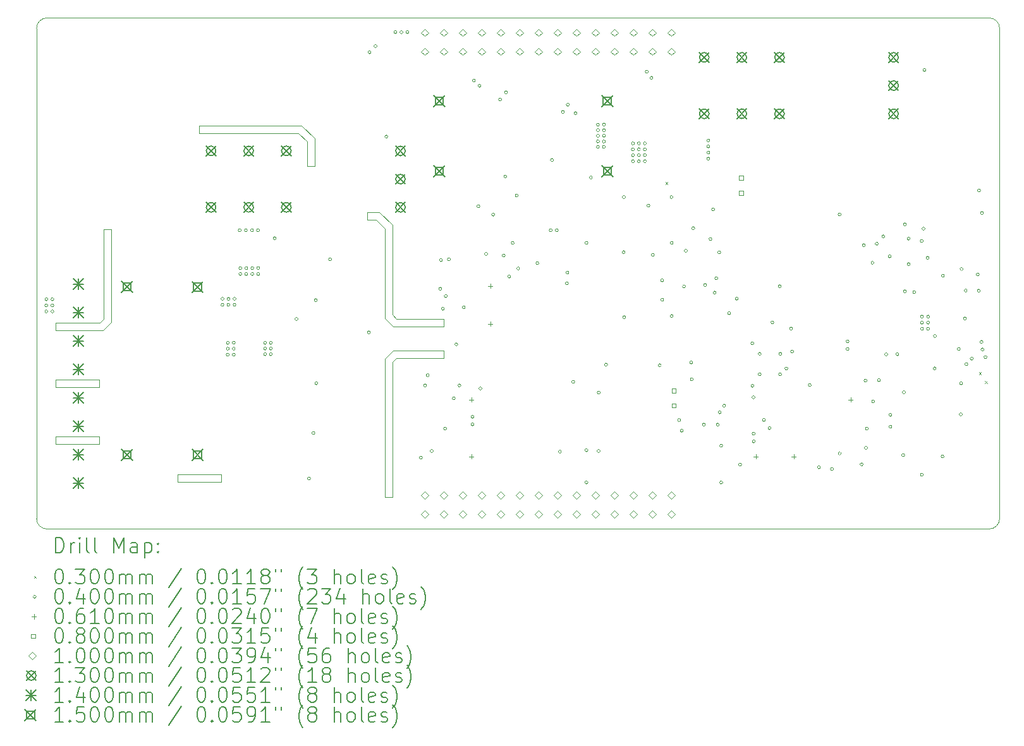
<source format=gbr>
%TF.GenerationSoftware,KiCad,Pcbnew,7.0.10-7.0.10~ubuntu22.04.1*%
%TF.CreationDate,2024-01-07T19:37:02+01:00*%
%TF.ProjectId,EEZ DIB AFE3,45455a20-4449-4422-9041-4645332e6b69,rev?*%
%TF.SameCoordinates,Original*%
%TF.FileFunction,Drillmap*%
%TF.FilePolarity,Positive*%
%FSLAX45Y45*%
G04 Gerber Fmt 4.5, Leading zero omitted, Abs format (unit mm)*
G04 Created by KiCad (PCBNEW 7.0.10-7.0.10~ubuntu22.04.1) date 2024-01-07 19:37:02*
%MOMM*%
%LPD*%
G01*
G04 APERTURE LIST*
%ADD10C,0.101600*%
%ADD11C,0.100000*%
%ADD12C,0.200000*%
%ADD13C,0.130000*%
%ADD14C,0.140000*%
%ADD15C,0.150000*%
G04 APERTURE END LIST*
D10*
X9248470Y-11162170D02*
X9303080Y-11107560D01*
D11*
X8540110Y-7075360D02*
G75*
G03*
X8400110Y-7215360I0J-140000D01*
G01*
D10*
X11910390Y-8619630D02*
X10580700Y-8619630D01*
X8654110Y-12684900D02*
X8654110Y-12786500D01*
X9248470Y-11162170D02*
X8655380Y-11162170D01*
X9238310Y-12684900D02*
X8654110Y-12684900D01*
X12125020Y-9059050D02*
X12125020Y-8689480D01*
X12023420Y-8732660D02*
X11910390Y-8619630D01*
X13166420Y-11686680D02*
X13221030Y-11632070D01*
X10875340Y-13190360D02*
X10291140Y-13190360D01*
X9303080Y-9911220D02*
X9404680Y-9911220D01*
X13064820Y-13495160D02*
X13064820Y-11643500D01*
D11*
X8540110Y-7075360D02*
X21160110Y-7075360D01*
D10*
X12951790Y-9782950D02*
X12828600Y-9782950D01*
D11*
X21300110Y-7215360D02*
X21300110Y-13785360D01*
D10*
X10875340Y-13291960D02*
X10291140Y-13291960D01*
X9291650Y-11263770D02*
X9404680Y-11150740D01*
D11*
X21300110Y-7215360D02*
G75*
G03*
X21160110Y-7075360I-140000J0D01*
G01*
D10*
X8654110Y-11924170D02*
X8654110Y-12025770D01*
X9238310Y-12025770D02*
X8654110Y-12025770D01*
X9238310Y-12786500D02*
X8654110Y-12786500D01*
X12125020Y-8689480D02*
X11953570Y-8518030D01*
X9238310Y-12684900D02*
X9238310Y-12786500D01*
X13853490Y-11110100D02*
X13853490Y-11211700D01*
X13166420Y-13495160D02*
X13064820Y-13495160D01*
X10875340Y-13190360D02*
X10875340Y-13291960D01*
X12023420Y-9059050D02*
X12023420Y-8732660D01*
X13221030Y-11110100D02*
X13166420Y-11055490D01*
X9291650Y-11263770D02*
X8655380Y-11263770D01*
D11*
X8540110Y-13925360D02*
X21160110Y-13925360D01*
D10*
X9238310Y-11924170D02*
X9238310Y-12025770D01*
X13221030Y-11632070D02*
X13853490Y-11632070D01*
X12994970Y-9681350D02*
X12828600Y-9681350D01*
X9404680Y-9911220D02*
X9404680Y-11150740D01*
D11*
X21160110Y-13925360D02*
G75*
G03*
X21300110Y-13785360I0J140000D01*
G01*
D10*
X13853490Y-11632070D02*
X13853490Y-11530470D01*
X13064820Y-11643500D02*
X13177850Y-11530470D01*
X13177850Y-11530470D02*
X13853490Y-11530470D01*
X10291140Y-13190360D02*
X10291140Y-13291960D01*
X13064820Y-11098670D02*
X13064820Y-9895980D01*
X13853490Y-11211700D02*
X13177850Y-11211700D01*
X9303080Y-9911220D02*
X9303080Y-11107560D01*
X13166420Y-11055490D02*
X13166420Y-9852800D01*
X13177850Y-11211700D02*
X13064820Y-11098670D01*
X12828600Y-9681350D02*
X12828600Y-9782950D01*
X13166420Y-9852800D02*
X12994970Y-9681350D01*
X11953570Y-8518030D02*
X10580700Y-8518030D01*
D11*
X8400110Y-7215360D02*
X8400110Y-13785360D01*
D10*
X13853490Y-11110100D02*
X13221030Y-11110100D01*
D11*
X8400110Y-13785360D02*
G75*
G03*
X8540110Y-13925360I140000J0D01*
G01*
D10*
X8655380Y-11162170D02*
X8655380Y-11263770D01*
X13166420Y-13495160D02*
X13166420Y-11686680D01*
X12023420Y-9059050D02*
X12125020Y-9059050D01*
X10580700Y-8518030D02*
X10580700Y-8619630D01*
X9238310Y-11924170D02*
X8654110Y-11924170D01*
X13064820Y-9895980D02*
X12951790Y-9782950D01*
D12*
D11*
X16825200Y-9275050D02*
X16855200Y-9305050D01*
X16855200Y-9275050D02*
X16825200Y-9305050D01*
X21024100Y-11822950D02*
X21054100Y-11852950D01*
X21054100Y-11822950D02*
X21024100Y-11852950D01*
X21105100Y-11942050D02*
X21135100Y-11972050D01*
X21135100Y-11942050D02*
X21105100Y-11972050D01*
X8550920Y-10847210D02*
G75*
G03*
X8510920Y-10847210I-20000J0D01*
G01*
X8510920Y-10847210D02*
G75*
G03*
X8550920Y-10847210I20000J0D01*
G01*
X8550920Y-10928490D02*
G75*
G03*
X8510920Y-10928490I-20000J0D01*
G01*
X8510920Y-10928490D02*
G75*
G03*
X8550920Y-10928490I20000J0D01*
G01*
X8550920Y-11009770D02*
G75*
G03*
X8510920Y-11009770I-20000J0D01*
G01*
X8510920Y-11009770D02*
G75*
G03*
X8550920Y-11009770I20000J0D01*
G01*
X8632200Y-10847210D02*
G75*
G03*
X8592200Y-10847210I-20000J0D01*
G01*
X8592200Y-10847210D02*
G75*
G03*
X8632200Y-10847210I20000J0D01*
G01*
X8632200Y-10928490D02*
G75*
G03*
X8592200Y-10928490I-20000J0D01*
G01*
X8592200Y-10928490D02*
G75*
G03*
X8632200Y-10928490I20000J0D01*
G01*
X8632200Y-11009770D02*
G75*
G03*
X8592200Y-11009770I-20000J0D01*
G01*
X8592200Y-11009770D02*
G75*
G03*
X8632200Y-11009770I20000J0D01*
G01*
X10910580Y-10840860D02*
G75*
G03*
X10870580Y-10840860I-20000J0D01*
G01*
X10870580Y-10840860D02*
G75*
G03*
X10910580Y-10840860I20000J0D01*
G01*
X10910580Y-10920870D02*
G75*
G03*
X10870580Y-10920870I-20000J0D01*
G01*
X10870580Y-10920870D02*
G75*
G03*
X10910580Y-10920870I20000J0D01*
G01*
X10981700Y-11430140D02*
G75*
G03*
X10941700Y-11430140I-20000J0D01*
G01*
X10941700Y-11430140D02*
G75*
G03*
X10981700Y-11430140I20000J0D01*
G01*
X10981700Y-11508880D02*
G75*
G03*
X10941700Y-11508880I-20000J0D01*
G01*
X10941700Y-11508880D02*
G75*
G03*
X10981700Y-11508880I20000J0D01*
G01*
X10981700Y-11588890D02*
G75*
G03*
X10941700Y-11588890I-20000J0D01*
G01*
X10941700Y-11588890D02*
G75*
G03*
X10981700Y-11588890I20000J0D01*
G01*
X10990590Y-10840860D02*
G75*
G03*
X10950590Y-10840860I-20000J0D01*
G01*
X10950590Y-10840860D02*
G75*
G03*
X10990590Y-10840860I20000J0D01*
G01*
X10990590Y-10920870D02*
G75*
G03*
X10950590Y-10920870I-20000J0D01*
G01*
X10950590Y-10920870D02*
G75*
G03*
X10990590Y-10920870I20000J0D01*
G01*
X11061710Y-11430140D02*
G75*
G03*
X11021710Y-11430140I-20000J0D01*
G01*
X11021710Y-11430140D02*
G75*
G03*
X11061710Y-11430140I20000J0D01*
G01*
X11061710Y-11508880D02*
G75*
G03*
X11021710Y-11508880I-20000J0D01*
G01*
X11021710Y-11508880D02*
G75*
G03*
X11061710Y-11508880I20000J0D01*
G01*
X11061710Y-11588890D02*
G75*
G03*
X11021710Y-11588890I-20000J0D01*
G01*
X11021710Y-11588890D02*
G75*
G03*
X11061710Y-11588890I20000J0D01*
G01*
X11071870Y-10840860D02*
G75*
G03*
X11031870Y-10840860I-20000J0D01*
G01*
X11031870Y-10840860D02*
G75*
G03*
X11071870Y-10840860I20000J0D01*
G01*
X11071870Y-10920870D02*
G75*
G03*
X11031870Y-10920870I-20000J0D01*
G01*
X11031870Y-10920870D02*
G75*
G03*
X11071870Y-10920870I20000J0D01*
G01*
X11141720Y-9921380D02*
G75*
G03*
X11101720Y-9921380I-20000J0D01*
G01*
X11101720Y-9921380D02*
G75*
G03*
X11141720Y-9921380I20000J0D01*
G01*
X11149340Y-10428110D02*
G75*
G03*
X11109340Y-10428110I-20000J0D01*
G01*
X11109340Y-10428110D02*
G75*
G03*
X11149340Y-10428110I20000J0D01*
G01*
X11149340Y-10508120D02*
G75*
G03*
X11109340Y-10508120I-20000J0D01*
G01*
X11109340Y-10508120D02*
G75*
G03*
X11149340Y-10508120I20000J0D01*
G01*
X11224270Y-9921380D02*
G75*
G03*
X11184270Y-9921380I-20000J0D01*
G01*
X11184270Y-9921380D02*
G75*
G03*
X11224270Y-9921380I20000J0D01*
G01*
X11229350Y-10428110D02*
G75*
G03*
X11189350Y-10428110I-20000J0D01*
G01*
X11189350Y-10428110D02*
G75*
G03*
X11229350Y-10428110I20000J0D01*
G01*
X11229350Y-10508120D02*
G75*
G03*
X11189350Y-10508120I-20000J0D01*
G01*
X11189350Y-10508120D02*
G75*
G03*
X11229350Y-10508120I20000J0D01*
G01*
X11305550Y-9921380D02*
G75*
G03*
X11265550Y-9921380I-20000J0D01*
G01*
X11265550Y-9921380D02*
G75*
G03*
X11305550Y-9921380I20000J0D01*
G01*
X11309360Y-10428110D02*
G75*
G03*
X11269360Y-10428110I-20000J0D01*
G01*
X11269360Y-10428110D02*
G75*
G03*
X11309360Y-10428110I20000J0D01*
G01*
X11309360Y-10508120D02*
G75*
G03*
X11269360Y-10508120I-20000J0D01*
G01*
X11269360Y-10508120D02*
G75*
G03*
X11309360Y-10508120I20000J0D01*
G01*
X11388100Y-9921380D02*
G75*
G03*
X11348100Y-9921380I-20000J0D01*
G01*
X11348100Y-9921380D02*
G75*
G03*
X11388100Y-9921380I20000J0D01*
G01*
X11389370Y-10428110D02*
G75*
G03*
X11349370Y-10428110I-20000J0D01*
G01*
X11349370Y-10428110D02*
G75*
G03*
X11389370Y-10428110I20000J0D01*
G01*
X11389370Y-10508120D02*
G75*
G03*
X11349370Y-10508120I-20000J0D01*
G01*
X11349370Y-10508120D02*
G75*
G03*
X11389370Y-10508120I20000J0D01*
G01*
X11480810Y-11431410D02*
G75*
G03*
X11440810Y-11431410I-20000J0D01*
G01*
X11440810Y-11431410D02*
G75*
G03*
X11480810Y-11431410I20000J0D01*
G01*
X11480810Y-11507610D02*
G75*
G03*
X11440810Y-11507610I-20000J0D01*
G01*
X11440810Y-11507610D02*
G75*
G03*
X11480810Y-11507610I20000J0D01*
G01*
X11480810Y-11583810D02*
G75*
G03*
X11440810Y-11583810I-20000J0D01*
G01*
X11440810Y-11583810D02*
G75*
G03*
X11480810Y-11583810I20000J0D01*
G01*
X11557010Y-11431410D02*
G75*
G03*
X11517010Y-11431410I-20000J0D01*
G01*
X11517010Y-11431410D02*
G75*
G03*
X11557010Y-11431410I20000J0D01*
G01*
X11557010Y-11507610D02*
G75*
G03*
X11517010Y-11507610I-20000J0D01*
G01*
X11517010Y-11507610D02*
G75*
G03*
X11557010Y-11507610I20000J0D01*
G01*
X11557010Y-11583810D02*
G75*
G03*
X11517010Y-11583810I-20000J0D01*
G01*
X11517010Y-11583810D02*
G75*
G03*
X11557010Y-11583810I20000J0D01*
G01*
X11610350Y-10028060D02*
G75*
G03*
X11570350Y-10028060I-20000J0D01*
G01*
X11570350Y-10028060D02*
G75*
G03*
X11610350Y-10028060I20000J0D01*
G01*
X11901180Y-11111370D02*
G75*
G03*
X11861180Y-11111370I-20000J0D01*
G01*
X11861180Y-11111370D02*
G75*
G03*
X11901180Y-11111370I20000J0D01*
G01*
X12068820Y-13248780D02*
G75*
G03*
X12028820Y-13248780I-20000J0D01*
G01*
X12028820Y-13248780D02*
G75*
G03*
X12068820Y-13248780I20000J0D01*
G01*
X12128810Y-12636940D02*
G75*
G03*
X12088810Y-12636940I-20000J0D01*
G01*
X12088810Y-12636940D02*
G75*
G03*
X12128810Y-12636940I20000J0D01*
G01*
X12160260Y-10858640D02*
G75*
G03*
X12120260Y-10858640I-20000J0D01*
G01*
X12120260Y-10858640D02*
G75*
G03*
X12160260Y-10858640I20000J0D01*
G01*
X12166610Y-11972430D02*
G75*
G03*
X12126610Y-11972430I-20000J0D01*
G01*
X12126610Y-11972430D02*
G75*
G03*
X12166610Y-11972430I20000J0D01*
G01*
X12353300Y-10311270D02*
G75*
G03*
X12313300Y-10311270I-20000J0D01*
G01*
X12313300Y-10311270D02*
G75*
G03*
X12353300Y-10311270I20000J0D01*
G01*
X12870190Y-11289170D02*
G75*
G03*
X12830190Y-11289170I-20000J0D01*
G01*
X12830190Y-11289170D02*
G75*
G03*
X12870190Y-11289170I20000J0D01*
G01*
X12880350Y-7535050D02*
G75*
G03*
X12840350Y-7535050I-20000J0D01*
G01*
X12840350Y-7535050D02*
G75*
G03*
X12880350Y-7535050I20000J0D01*
G01*
X12960360Y-7453770D02*
G75*
G03*
X12920360Y-7453770I-20000J0D01*
G01*
X12920360Y-7453770D02*
G75*
G03*
X12960360Y-7453770I20000J0D01*
G01*
X13105140Y-8665350D02*
G75*
G03*
X13065140Y-8665350I-20000J0D01*
G01*
X13065140Y-8665350D02*
G75*
G03*
X13105140Y-8665350I20000J0D01*
G01*
X13227060Y-7265810D02*
G75*
G03*
X13187060Y-7265810I-20000J0D01*
G01*
X13187060Y-7265810D02*
G75*
G03*
X13227060Y-7265810I20000J0D01*
G01*
X13307070Y-7265810D02*
G75*
G03*
X13267070Y-7265810I-20000J0D01*
G01*
X13267070Y-7265810D02*
G75*
G03*
X13307070Y-7265810I20000J0D01*
G01*
X13387080Y-7265810D02*
G75*
G03*
X13347080Y-7265810I-20000J0D01*
G01*
X13347080Y-7265810D02*
G75*
G03*
X13387080Y-7265810I20000J0D01*
G01*
X13568690Y-12968110D02*
G75*
G03*
X13528690Y-12968110I-20000J0D01*
G01*
X13528690Y-12968110D02*
G75*
G03*
X13568690Y-12968110I20000J0D01*
G01*
X13624570Y-12001640D02*
G75*
G03*
X13584570Y-12001640I-20000J0D01*
G01*
X13584570Y-12001640D02*
G75*
G03*
X13624570Y-12001640I20000J0D01*
G01*
X13659800Y-11864480D02*
G75*
G03*
X13619800Y-11864480I-20000J0D01*
G01*
X13619800Y-11864480D02*
G75*
G03*
X13659800Y-11864480I20000J0D01*
G01*
X13714740Y-12880480D02*
G75*
G03*
X13674740Y-12880480I-20000J0D01*
G01*
X13674740Y-12880480D02*
G75*
G03*
X13714740Y-12880480I20000J0D01*
G01*
X13826500Y-10704970D02*
G75*
G03*
X13786500Y-10704970I-20000J0D01*
G01*
X13786500Y-10704970D02*
G75*
G03*
X13826500Y-10704970I20000J0D01*
G01*
X13837930Y-10321430D02*
G75*
G03*
X13797930Y-10321430I-20000J0D01*
G01*
X13797930Y-10321430D02*
G75*
G03*
X13837930Y-10321430I20000J0D01*
G01*
X13863000Y-10972800D02*
G75*
G03*
X13823000Y-10972800I-20000J0D01*
G01*
X13823000Y-10972800D02*
G75*
G03*
X13863000Y-10972800I20000J0D01*
G01*
X13892540Y-12580760D02*
G75*
G03*
X13852540Y-12580760I-20000J0D01*
G01*
X13852540Y-12580760D02*
G75*
G03*
X13892540Y-12580760I20000J0D01*
G01*
X13901430Y-10804030D02*
G75*
G03*
X13861430Y-10804030I-20000J0D01*
G01*
X13861430Y-10804030D02*
G75*
G03*
X13901430Y-10804030I20000J0D01*
G01*
X13944610Y-10310000D02*
G75*
G03*
X13904610Y-10310000I-20000J0D01*
G01*
X13904610Y-10310000D02*
G75*
G03*
X13944610Y-10310000I20000J0D01*
G01*
X14009380Y-12175630D02*
G75*
G03*
X13969380Y-12175630I-20000J0D01*
G01*
X13969380Y-12175630D02*
G75*
G03*
X14009380Y-12175630I20000J0D01*
G01*
X14042400Y-11450460D02*
G75*
G03*
X14002400Y-11450460I-20000J0D01*
G01*
X14002400Y-11450460D02*
G75*
G03*
X14042400Y-11450460I20000J0D01*
G01*
X14085250Y-12001500D02*
G75*
G03*
X14045250Y-12001500I-20000J0D01*
G01*
X14045250Y-12001500D02*
G75*
G03*
X14085250Y-12001500I20000J0D01*
G01*
X14142400Y-10953750D02*
G75*
G03*
X14102400Y-10953750I-20000J0D01*
G01*
X14102400Y-10953750D02*
G75*
G03*
X14142400Y-10953750I20000J0D01*
G01*
X14258300Y-12523610D02*
G75*
G03*
X14218300Y-12523610I-20000J0D01*
G01*
X14218300Y-12523610D02*
G75*
G03*
X14258300Y-12523610I20000J0D01*
G01*
X14259570Y-12422010D02*
G75*
G03*
X14219570Y-12422010I-20000J0D01*
G01*
X14219570Y-12422010D02*
G75*
G03*
X14259570Y-12422010I20000J0D01*
G01*
X14277350Y-7913510D02*
G75*
G03*
X14237350Y-7913510I-20000J0D01*
G01*
X14237350Y-7913510D02*
G75*
G03*
X14277350Y-7913510I20000J0D01*
G01*
X14338310Y-9601340D02*
G75*
G03*
X14298310Y-9601340I-20000J0D01*
G01*
X14298310Y-9601340D02*
G75*
G03*
X14338310Y-9601340I20000J0D01*
G01*
X14354820Y-7984630D02*
G75*
G03*
X14314820Y-7984630I-20000J0D01*
G01*
X14314820Y-7984630D02*
G75*
G03*
X14354820Y-7984630I20000J0D01*
G01*
X14364980Y-12041010D02*
G75*
G03*
X14324980Y-12041010I-20000J0D01*
G01*
X14324980Y-12041010D02*
G75*
G03*
X14364980Y-12041010I20000J0D01*
G01*
X14441180Y-10237610D02*
G75*
G03*
X14401180Y-10237610I-20000J0D01*
G01*
X14401180Y-10237610D02*
G75*
G03*
X14441180Y-10237610I20000J0D01*
G01*
X14536430Y-9711830D02*
G75*
G03*
X14496430Y-9711830I-20000J0D01*
G01*
X14496430Y-9711830D02*
G75*
G03*
X14536430Y-9711830I20000J0D01*
G01*
X14629140Y-8170050D02*
G75*
G03*
X14589140Y-8170050I-20000J0D01*
G01*
X14589140Y-8170050D02*
G75*
G03*
X14629140Y-8170050I20000J0D01*
G01*
X14677620Y-10259200D02*
G75*
G03*
X14637620Y-10259200I-20000J0D01*
G01*
X14637620Y-10259200D02*
G75*
G03*
X14677620Y-10259200I20000J0D01*
G01*
X14698990Y-9200020D02*
G75*
G03*
X14658990Y-9200020I-20000J0D01*
G01*
X14658990Y-9200020D02*
G75*
G03*
X14698990Y-9200020I20000J0D01*
G01*
X14709150Y-8073530D02*
G75*
G03*
X14669150Y-8073530I-20000J0D01*
G01*
X14669150Y-8073530D02*
G75*
G03*
X14709150Y-8073530I20000J0D01*
G01*
X14752000Y-10541000D02*
G75*
G03*
X14712000Y-10541000I-20000J0D01*
G01*
X14712000Y-10541000D02*
G75*
G03*
X14752000Y-10541000I20000J0D01*
G01*
X14798050Y-10091560D02*
G75*
G03*
X14758050Y-10091560I-20000J0D01*
G01*
X14758050Y-10091560D02*
G75*
G03*
X14798050Y-10091560I20000J0D01*
G01*
X14851390Y-9456560D02*
G75*
G03*
X14811390Y-9456560I-20000J0D01*
G01*
X14811390Y-9456560D02*
G75*
G03*
X14851390Y-9456560I20000J0D01*
G01*
X14871710Y-10433050D02*
G75*
G03*
X14831710Y-10433050I-20000J0D01*
G01*
X14831710Y-10433050D02*
G75*
G03*
X14871710Y-10433050I20000J0D01*
G01*
X15128250Y-10362070D02*
G75*
G03*
X15088250Y-10362070I-20000J0D01*
G01*
X15088250Y-10362070D02*
G75*
G03*
X15128250Y-10362070I20000J0D01*
G01*
X15307320Y-9921380D02*
G75*
G03*
X15267320Y-9921380I-20000J0D01*
G01*
X15267320Y-9921380D02*
G75*
G03*
X15307320Y-9921380I20000J0D01*
G01*
X15323830Y-8979040D02*
G75*
G03*
X15283830Y-8979040I-20000J0D01*
G01*
X15283830Y-8979040D02*
G75*
G03*
X15323830Y-8979040I20000J0D01*
G01*
X15388600Y-9921380D02*
G75*
G03*
X15348600Y-9921380I-20000J0D01*
G01*
X15348600Y-9921380D02*
G75*
G03*
X15388600Y-9921380I20000J0D01*
G01*
X15430510Y-12889370D02*
G75*
G03*
X15390510Y-12889370I-20000J0D01*
G01*
X15390510Y-12889370D02*
G75*
G03*
X15430510Y-12889370I20000J0D01*
G01*
X15471150Y-8335150D02*
G75*
G03*
X15431150Y-8335150I-20000J0D01*
G01*
X15431150Y-8335150D02*
G75*
G03*
X15471150Y-8335150I20000J0D01*
G01*
X15524490Y-10632580D02*
G75*
G03*
X15484490Y-10632580I-20000J0D01*
G01*
X15484490Y-10632580D02*
G75*
G03*
X15524490Y-10632580I20000J0D01*
G01*
X15530840Y-10487800D02*
G75*
G03*
X15490840Y-10487800I-20000J0D01*
G01*
X15490840Y-10487800D02*
G75*
G03*
X15530840Y-10487800I20000J0D01*
G01*
X15535920Y-8238630D02*
G75*
G03*
X15495920Y-8238630I-20000J0D01*
G01*
X15495920Y-8238630D02*
G75*
G03*
X15535920Y-8238630I20000J0D01*
G01*
X15608310Y-11953380D02*
G75*
G03*
X15568310Y-11953380I-20000J0D01*
G01*
X15568310Y-11953380D02*
G75*
G03*
X15608310Y-11953380I20000J0D01*
G01*
X15638790Y-8352930D02*
G75*
G03*
X15598790Y-8352930I-20000J0D01*
G01*
X15598790Y-8352930D02*
G75*
G03*
X15638790Y-8352930I20000J0D01*
G01*
X15786110Y-10091560D02*
G75*
G03*
X15746110Y-10091560I-20000J0D01*
G01*
X15746110Y-10091560D02*
G75*
G03*
X15786110Y-10091560I20000J0D01*
G01*
X15786110Y-12870320D02*
G75*
G03*
X15746110Y-12870320I-20000J0D01*
G01*
X15746110Y-12870320D02*
G75*
G03*
X15786110Y-12870320I20000J0D01*
G01*
X15786110Y-13302120D02*
G75*
G03*
X15746110Y-13302120I-20000J0D01*
G01*
X15746110Y-13302120D02*
G75*
G03*
X15786110Y-13302120I20000J0D01*
G01*
X15845800Y-9213990D02*
G75*
G03*
X15805800Y-9213990I-20000J0D01*
G01*
X15805800Y-9213990D02*
G75*
G03*
X15845800Y-9213990I20000J0D01*
G01*
X15939780Y-8505330D02*
G75*
G03*
X15899780Y-8505330I-20000J0D01*
G01*
X15899780Y-8505330D02*
G75*
G03*
X15939780Y-8505330I20000J0D01*
G01*
X15939780Y-8580260D02*
G75*
G03*
X15899780Y-8580260I-20000J0D01*
G01*
X15899780Y-8580260D02*
G75*
G03*
X15939780Y-8580260I20000J0D01*
G01*
X15939780Y-8655190D02*
G75*
G03*
X15899780Y-8655190I-20000J0D01*
G01*
X15899780Y-8655190D02*
G75*
G03*
X15939780Y-8655190I20000J0D01*
G01*
X15939780Y-8730120D02*
G75*
G03*
X15899780Y-8730120I-20000J0D01*
G01*
X15899780Y-8730120D02*
G75*
G03*
X15939780Y-8730120I20000J0D01*
G01*
X15939780Y-8805050D02*
G75*
G03*
X15899780Y-8805050I-20000J0D01*
G01*
X15899780Y-8805050D02*
G75*
G03*
X15939780Y-8805050I20000J0D01*
G01*
X15949940Y-12096890D02*
G75*
G03*
X15909940Y-12096890I-20000J0D01*
G01*
X15909940Y-12096890D02*
G75*
G03*
X15949940Y-12096890I20000J0D01*
G01*
X15949940Y-12880480D02*
G75*
G03*
X15909940Y-12880480I-20000J0D01*
G01*
X15909940Y-12880480D02*
G75*
G03*
X15949940Y-12880480I20000J0D01*
G01*
X16019790Y-8505330D02*
G75*
G03*
X15979790Y-8505330I-20000J0D01*
G01*
X15979790Y-8505330D02*
G75*
G03*
X16019790Y-8505330I20000J0D01*
G01*
X16019790Y-8580260D02*
G75*
G03*
X15979790Y-8580260I-20000J0D01*
G01*
X15979790Y-8580260D02*
G75*
G03*
X16019790Y-8580260I20000J0D01*
G01*
X16019790Y-8653920D02*
G75*
G03*
X15979790Y-8653920I-20000J0D01*
G01*
X15979790Y-8653920D02*
G75*
G03*
X16019790Y-8653920I20000J0D01*
G01*
X16019790Y-8731390D02*
G75*
G03*
X15979790Y-8731390I-20000J0D01*
G01*
X15979790Y-8731390D02*
G75*
G03*
X16019790Y-8731390I20000J0D01*
G01*
X16019790Y-8805050D02*
G75*
G03*
X15979790Y-8805050I-20000J0D01*
G01*
X15979790Y-8805050D02*
G75*
G03*
X16019790Y-8805050I20000J0D01*
G01*
X16049000Y-11722240D02*
G75*
G03*
X16009000Y-11722240I-20000J0D01*
G01*
X16009000Y-11722240D02*
G75*
G03*
X16049000Y-11722240I20000J0D01*
G01*
X16285220Y-10214750D02*
G75*
G03*
X16245220Y-10214750I-20000J0D01*
G01*
X16245220Y-10214750D02*
G75*
G03*
X16285220Y-10214750I20000J0D01*
G01*
X16286490Y-9476880D02*
G75*
G03*
X16246490Y-9476880I-20000J0D01*
G01*
X16246490Y-9476880D02*
G75*
G03*
X16286490Y-9476880I20000J0D01*
G01*
X16291570Y-11085970D02*
G75*
G03*
X16251570Y-11085970I-20000J0D01*
G01*
X16251570Y-11085970D02*
G75*
G03*
X16291570Y-11085970I20000J0D01*
G01*
X16408410Y-8756790D02*
G75*
G03*
X16368410Y-8756790I-20000J0D01*
G01*
X16368410Y-8756790D02*
G75*
G03*
X16408410Y-8756790I20000J0D01*
G01*
X16408410Y-8836800D02*
G75*
G03*
X16368410Y-8836800I-20000J0D01*
G01*
X16368410Y-8836800D02*
G75*
G03*
X16408410Y-8836800I20000J0D01*
G01*
X16408410Y-8916810D02*
G75*
G03*
X16368410Y-8916810I-20000J0D01*
G01*
X16368410Y-8916810D02*
G75*
G03*
X16408410Y-8916810I20000J0D01*
G01*
X16408410Y-8995550D02*
G75*
G03*
X16368410Y-8995550I-20000J0D01*
G01*
X16368410Y-8995550D02*
G75*
G03*
X16408410Y-8995550I20000J0D01*
G01*
X16488420Y-8756790D02*
G75*
G03*
X16448420Y-8756790I-20000J0D01*
G01*
X16448420Y-8756790D02*
G75*
G03*
X16488420Y-8756790I20000J0D01*
G01*
X16488420Y-8835530D02*
G75*
G03*
X16448420Y-8835530I-20000J0D01*
G01*
X16448420Y-8835530D02*
G75*
G03*
X16488420Y-8835530I20000J0D01*
G01*
X16488420Y-8915540D02*
G75*
G03*
X16448420Y-8915540I-20000J0D01*
G01*
X16448420Y-8915540D02*
G75*
G03*
X16488420Y-8915540I20000J0D01*
G01*
X16488420Y-8995550D02*
G75*
G03*
X16448420Y-8995550I-20000J0D01*
G01*
X16448420Y-8995550D02*
G75*
G03*
X16488420Y-8995550I20000J0D01*
G01*
X16568430Y-8756790D02*
G75*
G03*
X16528430Y-8756790I-20000J0D01*
G01*
X16528430Y-8756790D02*
G75*
G03*
X16568430Y-8756790I20000J0D01*
G01*
X16568430Y-8835530D02*
G75*
G03*
X16528430Y-8835530I-20000J0D01*
G01*
X16528430Y-8835530D02*
G75*
G03*
X16568430Y-8835530I20000J0D01*
G01*
X16568430Y-8915540D02*
G75*
G03*
X16528430Y-8915540I-20000J0D01*
G01*
X16528430Y-8915540D02*
G75*
G03*
X16568430Y-8915540I20000J0D01*
G01*
X16568430Y-8995550D02*
G75*
G03*
X16528430Y-8995550I-20000J0D01*
G01*
X16528430Y-8995550D02*
G75*
G03*
X16568430Y-8995550I20000J0D01*
G01*
X16595100Y-7795400D02*
G75*
G03*
X16555100Y-7795400I-20000J0D01*
G01*
X16555100Y-7795400D02*
G75*
G03*
X16595100Y-7795400I20000J0D01*
G01*
X16616690Y-9589910D02*
G75*
G03*
X16576690Y-9589910I-20000J0D01*
G01*
X16576690Y-9589910D02*
G75*
G03*
X16616690Y-9589910I20000J0D01*
G01*
X16657330Y-7877950D02*
G75*
G03*
X16617330Y-7877950I-20000J0D01*
G01*
X16617330Y-7877950D02*
G75*
G03*
X16657330Y-7877950I20000J0D01*
G01*
X16675110Y-10250310D02*
G75*
G03*
X16635110Y-10250310I-20000J0D01*
G01*
X16635110Y-10250310D02*
G75*
G03*
X16675110Y-10250310I20000J0D01*
G01*
X16767820Y-11731130D02*
G75*
G03*
X16727820Y-11731130I-20000J0D01*
G01*
X16727820Y-11731130D02*
G75*
G03*
X16767820Y-11731130I20000J0D01*
G01*
X16800840Y-10593210D02*
G75*
G03*
X16760840Y-10593210I-20000J0D01*
G01*
X16760840Y-10593210D02*
G75*
G03*
X16800840Y-10593210I20000J0D01*
G01*
X16800840Y-10852290D02*
G75*
G03*
X16760840Y-10852290I-20000J0D01*
G01*
X16760840Y-10852290D02*
G75*
G03*
X16800840Y-10852290I20000J0D01*
G01*
X16924030Y-9476880D02*
G75*
G03*
X16884030Y-9476880I-20000J0D01*
G01*
X16884030Y-9476880D02*
G75*
G03*
X16924030Y-9476880I20000J0D01*
G01*
X16927840Y-10091560D02*
G75*
G03*
X16887840Y-10091560I-20000J0D01*
G01*
X16887840Y-10091560D02*
G75*
G03*
X16927840Y-10091560I20000J0D01*
G01*
X16927840Y-11070730D02*
G75*
G03*
X16887840Y-11070730I-20000J0D01*
G01*
X16887840Y-11070730D02*
G75*
G03*
X16927840Y-11070730I20000J0D01*
G01*
X17026900Y-12465190D02*
G75*
G03*
X16986900Y-12465190I-20000J0D01*
G01*
X16986900Y-12465190D02*
G75*
G03*
X17026900Y-12465190I20000J0D01*
G01*
X17061190Y-12607430D02*
G75*
G03*
X17021190Y-12607430I-20000J0D01*
G01*
X17021190Y-12607430D02*
G75*
G03*
X17061190Y-12607430I20000J0D01*
G01*
X17092305Y-10672585D02*
G75*
G03*
X17052305Y-10672585I-20000J0D01*
G01*
X17052305Y-10672585D02*
G75*
G03*
X17092305Y-10672585I20000J0D01*
G01*
X17117070Y-10195700D02*
G75*
G03*
X17077070Y-10195700I-20000J0D01*
G01*
X17077070Y-10195700D02*
G75*
G03*
X17117070Y-10195700I20000J0D01*
G01*
X17188190Y-11694300D02*
G75*
G03*
X17148190Y-11694300I-20000J0D01*
G01*
X17148190Y-11694300D02*
G75*
G03*
X17188190Y-11694300I20000J0D01*
G01*
X17197080Y-11919090D02*
G75*
G03*
X17157080Y-11919090I-20000J0D01*
G01*
X17157080Y-11919090D02*
G75*
G03*
X17197080Y-11919090I20000J0D01*
G01*
X17217400Y-9893440D02*
G75*
G03*
X17177400Y-9893440I-20000J0D01*
G01*
X17177400Y-9893440D02*
G75*
G03*
X17217400Y-9893440I20000J0D01*
G01*
X17358370Y-12526150D02*
G75*
G03*
X17318370Y-12526150I-20000J0D01*
G01*
X17318370Y-12526150D02*
G75*
G03*
X17358370Y-12526150I20000J0D01*
G01*
X17376150Y-10655440D02*
G75*
G03*
X17336150Y-10655440I-20000J0D01*
G01*
X17336150Y-10655440D02*
G75*
G03*
X17376150Y-10655440I20000J0D01*
G01*
X17419000Y-8717420D02*
G75*
G03*
X17379000Y-8717420I-20000J0D01*
G01*
X17379000Y-8717420D02*
G75*
G03*
X17419000Y-8717420I20000J0D01*
G01*
X17419000Y-8798700D02*
G75*
G03*
X17379000Y-8798700I-20000J0D01*
G01*
X17379000Y-8798700D02*
G75*
G03*
X17419000Y-8798700I20000J0D01*
G01*
X17419000Y-8879980D02*
G75*
G03*
X17379000Y-8879980I-20000J0D01*
G01*
X17379000Y-8879980D02*
G75*
G03*
X17419000Y-8879980I20000J0D01*
G01*
X17419000Y-8961260D02*
G75*
G03*
X17379000Y-8961260I-20000J0D01*
G01*
X17379000Y-8961260D02*
G75*
G03*
X17419000Y-8961260I20000J0D01*
G01*
X17447270Y-10038220D02*
G75*
G03*
X17407270Y-10038220I-20000J0D01*
G01*
X17407270Y-10038220D02*
G75*
G03*
X17447270Y-10038220I20000J0D01*
G01*
X17484100Y-9641980D02*
G75*
G03*
X17444100Y-9641980I-20000J0D01*
G01*
X17444100Y-9641980D02*
G75*
G03*
X17484100Y-9641980I20000J0D01*
G01*
X17504420Y-10757040D02*
G75*
G03*
X17464420Y-10757040I-20000J0D01*
G01*
X17464420Y-10757040D02*
G75*
G03*
X17504420Y-10757040I20000J0D01*
G01*
X17524740Y-10564000D02*
G75*
G03*
X17484740Y-10564000I-20000J0D01*
G01*
X17484740Y-10564000D02*
G75*
G03*
X17524740Y-10564000I20000J0D01*
G01*
X17542520Y-12526150D02*
G75*
G03*
X17502520Y-12526150I-20000J0D01*
G01*
X17502520Y-12526150D02*
G75*
G03*
X17542520Y-12526150I20000J0D01*
G01*
X17564110Y-10216020D02*
G75*
G03*
X17524110Y-10216020I-20000J0D01*
G01*
X17524110Y-10216020D02*
G75*
G03*
X17564110Y-10216020I20000J0D01*
G01*
X17571730Y-12362320D02*
G75*
G03*
X17531730Y-12362320I-20000J0D01*
G01*
X17531730Y-12362320D02*
G75*
G03*
X17571730Y-12362320I20000J0D01*
G01*
X17590780Y-12810630D02*
G75*
G03*
X17550780Y-12810630I-20000J0D01*
G01*
X17550780Y-12810630D02*
G75*
G03*
X17590780Y-12810630I20000J0D01*
G01*
X17590780Y-13302120D02*
G75*
G03*
X17550780Y-13302120I-20000J0D01*
G01*
X17550780Y-13302120D02*
G75*
G03*
X17590780Y-13302120I20000J0D01*
G01*
X17631420Y-12272150D02*
G75*
G03*
X17591420Y-12272150I-20000J0D01*
G01*
X17591420Y-12272150D02*
G75*
G03*
X17631420Y-12272150I20000J0D01*
G01*
X17696190Y-11032630D02*
G75*
G03*
X17656190Y-11032630I-20000J0D01*
G01*
X17656190Y-11032630D02*
G75*
G03*
X17696190Y-11032630I20000J0D01*
G01*
X17799060Y-10838320D02*
G75*
G03*
X17759060Y-10838320I-20000J0D01*
G01*
X17759060Y-10838320D02*
G75*
G03*
X17799060Y-10838320I20000J0D01*
G01*
X17844450Y-13061950D02*
G75*
G03*
X17804450Y-13061950I-20000J0D01*
G01*
X17804450Y-13061950D02*
G75*
G03*
X17844450Y-13061950I20000J0D01*
G01*
X18007340Y-11437760D02*
G75*
G03*
X17967340Y-11437760I-20000J0D01*
G01*
X17967340Y-11437760D02*
G75*
G03*
X18007340Y-11437760I20000J0D01*
G01*
X18008610Y-12006720D02*
G75*
G03*
X17968610Y-12006720I-20000J0D01*
G01*
X17968610Y-12006720D02*
G75*
G03*
X18008610Y-12006720I20000J0D01*
G01*
X18022250Y-12160250D02*
G75*
G03*
X17982250Y-12160250I-20000J0D01*
G01*
X17982250Y-12160250D02*
G75*
G03*
X18022250Y-12160250I20000J0D01*
G01*
X18025120Y-12649340D02*
G75*
G03*
X17985120Y-12649340I-20000J0D01*
G01*
X17985120Y-12649340D02*
G75*
G03*
X18025120Y-12649340I20000J0D01*
G01*
X18026390Y-12750940D02*
G75*
G03*
X17986390Y-12750940I-20000J0D01*
G01*
X17986390Y-12750940D02*
G75*
G03*
X18026390Y-12750940I20000J0D01*
G01*
X18106400Y-11577460D02*
G75*
G03*
X18066400Y-11577460I-20000J0D01*
G01*
X18066400Y-11577460D02*
G75*
G03*
X18106400Y-11577460I20000J0D01*
G01*
X18106400Y-11853050D02*
G75*
G03*
X18066400Y-11853050I-20000J0D01*
G01*
X18066400Y-11853050D02*
G75*
G03*
X18106400Y-11853050I20000J0D01*
G01*
X18162280Y-12463920D02*
G75*
G03*
X18122280Y-12463920I-20000J0D01*
G01*
X18122280Y-12463920D02*
G75*
G03*
X18162280Y-12463920I20000J0D01*
G01*
X18238150Y-12573000D02*
G75*
G03*
X18198150Y-12573000I-20000J0D01*
G01*
X18198150Y-12573000D02*
G75*
G03*
X18238150Y-12573000I20000J0D01*
G01*
X18276580Y-11155820D02*
G75*
G03*
X18236580Y-11155820I-20000J0D01*
G01*
X18236580Y-11155820D02*
G75*
G03*
X18276580Y-11155820I20000J0D01*
G01*
X18374370Y-10671950D02*
G75*
G03*
X18334370Y-10671950I-20000J0D01*
G01*
X18334370Y-10671950D02*
G75*
G03*
X18374370Y-10671950I20000J0D01*
G01*
X18379450Y-11853050D02*
G75*
G03*
X18339450Y-11853050I-20000J0D01*
G01*
X18339450Y-11853050D02*
G75*
G03*
X18379450Y-11853050I20000J0D01*
G01*
X18384530Y-11577460D02*
G75*
G03*
X18344530Y-11577460I-20000J0D01*
G01*
X18344530Y-11577460D02*
G75*
G03*
X18384530Y-11577460I20000J0D01*
G01*
X18463270Y-11773040D02*
G75*
G03*
X18423270Y-11773040I-20000J0D01*
G01*
X18423270Y-11773040D02*
G75*
G03*
X18463270Y-11773040I20000J0D01*
G01*
X18526770Y-11238370D02*
G75*
G03*
X18486770Y-11238370I-20000J0D01*
G01*
X18486770Y-11238370D02*
G75*
G03*
X18526770Y-11238370I20000J0D01*
G01*
X18540740Y-11546980D02*
G75*
G03*
X18500740Y-11546980I-20000J0D01*
G01*
X18500740Y-11546980D02*
G75*
G03*
X18540740Y-11546980I20000J0D01*
G01*
X18776960Y-11996560D02*
G75*
G03*
X18736960Y-11996560I-20000J0D01*
G01*
X18736960Y-11996560D02*
G75*
G03*
X18776960Y-11996560I20000J0D01*
G01*
X18900150Y-13097650D02*
G75*
G03*
X18860150Y-13097650I-20000J0D01*
G01*
X18860150Y-13097650D02*
G75*
G03*
X18900150Y-13097650I20000J0D01*
G01*
X19075410Y-13121780D02*
G75*
G03*
X19035410Y-13121780I-20000J0D01*
G01*
X19035410Y-13121780D02*
G75*
G03*
X19075410Y-13121780I20000J0D01*
G01*
X19177010Y-9710560D02*
G75*
G03*
X19137010Y-9710560I-20000J0D01*
G01*
X19137010Y-9710560D02*
G75*
G03*
X19177010Y-9710560I20000J0D01*
G01*
X19177010Y-12913500D02*
G75*
G03*
X19137010Y-12913500I-20000J0D01*
G01*
X19137010Y-12913500D02*
G75*
G03*
X19177010Y-12913500I20000J0D01*
G01*
X19282420Y-11512690D02*
G75*
G03*
X19242420Y-11512690I-20000J0D01*
G01*
X19242420Y-11512690D02*
G75*
G03*
X19282420Y-11512690I20000J0D01*
G01*
X19283690Y-11409820D02*
G75*
G03*
X19243690Y-11409820I-20000J0D01*
G01*
X19243690Y-11409820D02*
G75*
G03*
X19283690Y-11409820I20000J0D01*
G01*
X19471650Y-13059550D02*
G75*
G03*
X19431650Y-13059550I-20000J0D01*
G01*
X19431650Y-13059550D02*
G75*
G03*
X19471650Y-13059550I20000J0D01*
G01*
X19501800Y-10121900D02*
G75*
G03*
X19461800Y-10121900I-20000J0D01*
G01*
X19461800Y-10121900D02*
G75*
G03*
X19501800Y-10121900I20000J0D01*
G01*
X19523720Y-11934330D02*
G75*
G03*
X19483720Y-11934330I-20000J0D01*
G01*
X19483720Y-11934330D02*
G75*
G03*
X19523720Y-11934330I20000J0D01*
G01*
X19530070Y-12838570D02*
G75*
G03*
X19490070Y-12838570I-20000J0D01*
G01*
X19490070Y-12838570D02*
G75*
G03*
X19530070Y-12838570I20000J0D01*
G01*
X19541500Y-12580760D02*
G75*
G03*
X19501500Y-12580760I-20000J0D01*
G01*
X19501500Y-12580760D02*
G75*
G03*
X19541500Y-12580760I20000J0D01*
G01*
X19616430Y-10356990D02*
G75*
G03*
X19576430Y-10356990I-20000J0D01*
G01*
X19576430Y-10356990D02*
G75*
G03*
X19616430Y-10356990I20000J0D01*
G01*
X19626590Y-12215000D02*
G75*
G03*
X19586590Y-12215000I-20000J0D01*
G01*
X19586590Y-12215000D02*
G75*
G03*
X19626590Y-12215000I20000J0D01*
G01*
X19674850Y-10101720D02*
G75*
G03*
X19634850Y-10101720I-20000J0D01*
G01*
X19634850Y-10101720D02*
G75*
G03*
X19674850Y-10101720I20000J0D01*
G01*
X19704060Y-11929250D02*
G75*
G03*
X19664060Y-11929250I-20000J0D01*
G01*
X19664060Y-11929250D02*
G75*
G03*
X19704060Y-11929250I20000J0D01*
G01*
X19761210Y-10002660D02*
G75*
G03*
X19721210Y-10002660I-20000J0D01*
G01*
X19721210Y-10002660D02*
G75*
G03*
X19761210Y-10002660I20000J0D01*
G01*
X19800580Y-11585080D02*
G75*
G03*
X19760580Y-11585080I-20000J0D01*
G01*
X19760580Y-11585080D02*
G75*
G03*
X19800580Y-11585080I20000J0D01*
G01*
X19847570Y-10271900D02*
G75*
G03*
X19807570Y-10271900I-20000J0D01*
G01*
X19807570Y-10271900D02*
G75*
G03*
X19847570Y-10271900I20000J0D01*
G01*
X19857400Y-12395200D02*
G75*
G03*
X19817400Y-12395200I-20000J0D01*
G01*
X19817400Y-12395200D02*
G75*
G03*
X19857400Y-12395200I20000J0D01*
G01*
X19857400Y-12553950D02*
G75*
G03*
X19817400Y-12553950I-20000J0D01*
G01*
X19817400Y-12553950D02*
G75*
G03*
X19857400Y-12553950I20000J0D01*
G01*
X19951710Y-11583810D02*
G75*
G03*
X19911710Y-11583810I-20000J0D01*
G01*
X19911710Y-11583810D02*
G75*
G03*
X19951710Y-11583810I20000J0D01*
G01*
X20028850Y-12934950D02*
G75*
G03*
X19988850Y-12934950I-20000J0D01*
G01*
X19988850Y-12934950D02*
G75*
G03*
X20028850Y-12934950I20000J0D01*
G01*
X20038070Y-12093080D02*
G75*
G03*
X19998070Y-12093080I-20000J0D01*
G01*
X19998070Y-12093080D02*
G75*
G03*
X20038070Y-12093080I20000J0D01*
G01*
X20050770Y-10740530D02*
G75*
G03*
X20010770Y-10740530I-20000J0D01*
G01*
X20010770Y-10740530D02*
G75*
G03*
X20050770Y-10740530I20000J0D01*
G01*
X20052040Y-9842640D02*
G75*
G03*
X20012040Y-9842640I-20000J0D01*
G01*
X20012040Y-9842640D02*
G75*
G03*
X20052040Y-9842640I20000J0D01*
G01*
X20100300Y-10033140D02*
G75*
G03*
X20060300Y-10033140I-20000J0D01*
G01*
X20060300Y-10033140D02*
G75*
G03*
X20100300Y-10033140I20000J0D01*
G01*
X20101570Y-10374770D02*
G75*
G03*
X20061570Y-10374770I-20000J0D01*
G01*
X20061570Y-10374770D02*
G75*
G03*
X20101570Y-10374770I20000J0D01*
G01*
X20177770Y-10750690D02*
G75*
G03*
X20137770Y-10750690I-20000J0D01*
G01*
X20137770Y-10750690D02*
G75*
G03*
X20177770Y-10750690I20000J0D01*
G01*
X20276500Y-10064750D02*
G75*
G03*
X20236500Y-10064750I-20000J0D01*
G01*
X20236500Y-10064750D02*
G75*
G03*
X20276500Y-10064750I20000J0D01*
G01*
X20278100Y-13196710D02*
G75*
G03*
X20238100Y-13196710I-20000J0D01*
G01*
X20238100Y-13196710D02*
G75*
G03*
X20278100Y-13196710I20000J0D01*
G01*
X20280640Y-11078350D02*
G75*
G03*
X20240640Y-11078350I-20000J0D01*
G01*
X20240640Y-11078350D02*
G75*
G03*
X20280640Y-11078350I20000J0D01*
G01*
X20280640Y-11159630D02*
G75*
G03*
X20240640Y-11159630I-20000J0D01*
G01*
X20240640Y-11159630D02*
G75*
G03*
X20280640Y-11159630I20000J0D01*
G01*
X20280640Y-11240910D02*
G75*
G03*
X20240640Y-11240910I-20000J0D01*
G01*
X20240640Y-11240910D02*
G75*
G03*
X20280640Y-11240910I20000J0D01*
G01*
X20300960Y-9899790D02*
G75*
G03*
X20260960Y-9899790I-20000J0D01*
G01*
X20260960Y-9899790D02*
G75*
G03*
X20300960Y-9899790I20000J0D01*
G01*
X20313660Y-7772400D02*
G75*
G03*
X20273660Y-7772400I-20000J0D01*
G01*
X20273660Y-7772400D02*
G75*
G03*
X20313660Y-7772400I20000J0D01*
G01*
X20356110Y-10290410D02*
G75*
G03*
X20316110Y-10290410I-20000J0D01*
G01*
X20316110Y-10290410D02*
G75*
G03*
X20356110Y-10290410I20000J0D01*
G01*
X20361920Y-11078350D02*
G75*
G03*
X20321920Y-11078350I-20000J0D01*
G01*
X20321920Y-11078350D02*
G75*
G03*
X20361920Y-11078350I20000J0D01*
G01*
X20361920Y-11159630D02*
G75*
G03*
X20321920Y-11159630I-20000J0D01*
G01*
X20321920Y-11159630D02*
G75*
G03*
X20361920Y-11159630I20000J0D01*
G01*
X20361920Y-11240910D02*
G75*
G03*
X20321920Y-11240910I-20000J0D01*
G01*
X20321920Y-11240910D02*
G75*
G03*
X20361920Y-11240910I20000J0D01*
G01*
X20450820Y-11773040D02*
G75*
G03*
X20410820Y-11773040I-20000J0D01*
G01*
X20410820Y-11773040D02*
G75*
G03*
X20450820Y-11773040I20000J0D01*
G01*
X20454630Y-11338700D02*
G75*
G03*
X20414630Y-11338700I-20000J0D01*
G01*
X20414630Y-11338700D02*
G75*
G03*
X20454630Y-11338700I20000J0D01*
G01*
X20555900Y-12954000D02*
G75*
G03*
X20515900Y-12954000I-20000J0D01*
G01*
X20515900Y-12954000D02*
G75*
G03*
X20555900Y-12954000I20000J0D01*
G01*
X20560040Y-10530980D02*
G75*
G03*
X20520040Y-10530980I-20000J0D01*
G01*
X20520040Y-10530980D02*
G75*
G03*
X20560040Y-10530980I20000J0D01*
G01*
X20773400Y-11512690D02*
G75*
G03*
X20733400Y-11512690I-20000J0D01*
G01*
X20733400Y-11512690D02*
G75*
G03*
X20773400Y-11512690I20000J0D01*
G01*
X20800070Y-12390260D02*
G75*
G03*
X20760070Y-12390260I-20000J0D01*
G01*
X20760070Y-12390260D02*
G75*
G03*
X20800070Y-12390260I20000J0D01*
G01*
X20803880Y-11973700D02*
G75*
G03*
X20763880Y-11973700I-20000J0D01*
G01*
X20763880Y-11973700D02*
G75*
G03*
X20803880Y-11973700I20000J0D01*
G01*
X20809900Y-10440810D02*
G75*
G03*
X20769900Y-10440810I-20000J0D01*
G01*
X20769900Y-10440810D02*
G75*
G03*
X20809900Y-10440810I20000J0D01*
G01*
X20855950Y-11103750D02*
G75*
G03*
X20815950Y-11103750I-20000J0D01*
G01*
X20815950Y-11103750D02*
G75*
G03*
X20855950Y-11103750I20000J0D01*
G01*
X20866110Y-10730370D02*
G75*
G03*
X20826110Y-10730370I-20000J0D01*
G01*
X20826110Y-10730370D02*
G75*
G03*
X20866110Y-10730370I20000J0D01*
G01*
X20875000Y-11714620D02*
G75*
G03*
X20835000Y-11714620I-20000J0D01*
G01*
X20835000Y-11714620D02*
G75*
G03*
X20875000Y-11714620I20000J0D01*
G01*
X20946120Y-11642230D02*
G75*
G03*
X20906120Y-11642230I-20000J0D01*
G01*
X20906120Y-11642230D02*
G75*
G03*
X20946120Y-11642230I20000J0D01*
G01*
X21027400Y-10511930D02*
G75*
G03*
X20987400Y-10511930I-20000J0D01*
G01*
X20987400Y-10511930D02*
G75*
G03*
X21027400Y-10511930I20000J0D01*
G01*
X21040100Y-10731640D02*
G75*
G03*
X21000100Y-10731640I-20000J0D01*
G01*
X21000100Y-10731640D02*
G75*
G03*
X21040100Y-10731640I20000J0D01*
G01*
X21043910Y-9387980D02*
G75*
G03*
X21003910Y-9387980I-20000J0D01*
G01*
X21003910Y-9387980D02*
G75*
G03*
X21043910Y-9387980I20000J0D01*
G01*
X21078200Y-11417440D02*
G75*
G03*
X21038200Y-11417440I-20000J0D01*
G01*
X21038200Y-11417440D02*
G75*
G03*
X21078200Y-11417440I20000J0D01*
G01*
X21084550Y-9690100D02*
G75*
G03*
X21044550Y-9690100I-20000J0D01*
G01*
X21044550Y-9690100D02*
G75*
G03*
X21084550Y-9690100I20000J0D01*
G01*
X21089630Y-11519040D02*
G75*
G03*
X21049630Y-11519040I-20000J0D01*
G01*
X21049630Y-11519040D02*
G75*
G03*
X21089630Y-11519040I20000J0D01*
G01*
X21130270Y-11620640D02*
G75*
G03*
X21090270Y-11620640I-20000J0D01*
G01*
X21090270Y-11620640D02*
G75*
G03*
X21130270Y-11620640I20000J0D01*
G01*
X14224000Y-12161520D02*
X14224000Y-12222480D01*
X14193520Y-12192000D02*
X14254480Y-12192000D01*
X14224000Y-12923520D02*
X14224000Y-12984480D01*
X14193520Y-12954000D02*
X14254480Y-12954000D01*
X14478000Y-10637520D02*
X14478000Y-10698480D01*
X14447520Y-10668000D02*
X14508480Y-10668000D01*
X14478000Y-11145520D02*
X14478000Y-11206480D01*
X14447520Y-11176000D02*
X14508480Y-11176000D01*
X18034000Y-12923520D02*
X18034000Y-12984480D01*
X18003520Y-12954000D02*
X18064480Y-12954000D01*
X18542000Y-12923520D02*
X18542000Y-12984480D01*
X18511520Y-12954000D02*
X18572480Y-12954000D01*
X19304000Y-12161520D02*
X19304000Y-12222480D01*
X19273520Y-12192000D02*
X19334480Y-12192000D01*
X16964065Y-12098834D02*
X16964065Y-12042265D01*
X16907496Y-12042265D01*
X16907496Y-12098834D01*
X16964065Y-12098834D01*
X16964065Y-12298834D02*
X16964065Y-12242265D01*
X16907496Y-12242265D01*
X16907496Y-12298834D01*
X16964065Y-12298834D01*
X17864495Y-9248955D02*
X17864495Y-9192386D01*
X17807926Y-9192386D01*
X17807926Y-9248955D01*
X17864495Y-9248955D01*
X17864495Y-9448955D02*
X17864495Y-9392386D01*
X17807926Y-9392386D01*
X17807926Y-9448955D01*
X17864495Y-9448955D01*
X13600000Y-7321360D02*
X13650000Y-7271360D01*
X13600000Y-7221360D01*
X13550000Y-7271360D01*
X13600000Y-7321360D01*
X13600000Y-7575360D02*
X13650000Y-7525360D01*
X13600000Y-7475360D01*
X13550000Y-7525360D01*
X13600000Y-7575360D01*
X13600000Y-13525360D02*
X13650000Y-13475360D01*
X13600000Y-13425360D01*
X13550000Y-13475360D01*
X13600000Y-13525360D01*
X13600000Y-13779360D02*
X13650000Y-13729360D01*
X13600000Y-13679360D01*
X13550000Y-13729360D01*
X13600000Y-13779360D01*
X13854000Y-7321360D02*
X13904000Y-7271360D01*
X13854000Y-7221360D01*
X13804000Y-7271360D01*
X13854000Y-7321360D01*
X13854000Y-7575360D02*
X13904000Y-7525360D01*
X13854000Y-7475360D01*
X13804000Y-7525360D01*
X13854000Y-7575360D01*
X13854000Y-13525360D02*
X13904000Y-13475360D01*
X13854000Y-13425360D01*
X13804000Y-13475360D01*
X13854000Y-13525360D01*
X13854000Y-13779360D02*
X13904000Y-13729360D01*
X13854000Y-13679360D01*
X13804000Y-13729360D01*
X13854000Y-13779360D01*
X14108000Y-7321360D02*
X14158000Y-7271360D01*
X14108000Y-7221360D01*
X14058000Y-7271360D01*
X14108000Y-7321360D01*
X14108000Y-7575360D02*
X14158000Y-7525360D01*
X14108000Y-7475360D01*
X14058000Y-7525360D01*
X14108000Y-7575360D01*
X14108000Y-13525360D02*
X14158000Y-13475360D01*
X14108000Y-13425360D01*
X14058000Y-13475360D01*
X14108000Y-13525360D01*
X14108000Y-13779360D02*
X14158000Y-13729360D01*
X14108000Y-13679360D01*
X14058000Y-13729360D01*
X14108000Y-13779360D01*
X14362000Y-7321360D02*
X14412000Y-7271360D01*
X14362000Y-7221360D01*
X14312000Y-7271360D01*
X14362000Y-7321360D01*
X14362000Y-7575360D02*
X14412000Y-7525360D01*
X14362000Y-7475360D01*
X14312000Y-7525360D01*
X14362000Y-7575360D01*
X14362000Y-13525360D02*
X14412000Y-13475360D01*
X14362000Y-13425360D01*
X14312000Y-13475360D01*
X14362000Y-13525360D01*
X14362000Y-13779360D02*
X14412000Y-13729360D01*
X14362000Y-13679360D01*
X14312000Y-13729360D01*
X14362000Y-13779360D01*
X14616000Y-7321360D02*
X14666000Y-7271360D01*
X14616000Y-7221360D01*
X14566000Y-7271360D01*
X14616000Y-7321360D01*
X14616000Y-7575360D02*
X14666000Y-7525360D01*
X14616000Y-7475360D01*
X14566000Y-7525360D01*
X14616000Y-7575360D01*
X14616000Y-13525360D02*
X14666000Y-13475360D01*
X14616000Y-13425360D01*
X14566000Y-13475360D01*
X14616000Y-13525360D01*
X14616000Y-13779360D02*
X14666000Y-13729360D01*
X14616000Y-13679360D01*
X14566000Y-13729360D01*
X14616000Y-13779360D01*
X14870000Y-7321360D02*
X14920000Y-7271360D01*
X14870000Y-7221360D01*
X14820000Y-7271360D01*
X14870000Y-7321360D01*
X14870000Y-7575360D02*
X14920000Y-7525360D01*
X14870000Y-7475360D01*
X14820000Y-7525360D01*
X14870000Y-7575360D01*
X14870000Y-13525360D02*
X14920000Y-13475360D01*
X14870000Y-13425360D01*
X14820000Y-13475360D01*
X14870000Y-13525360D01*
X14870000Y-13779360D02*
X14920000Y-13729360D01*
X14870000Y-13679360D01*
X14820000Y-13729360D01*
X14870000Y-13779360D01*
X15124000Y-7321360D02*
X15174000Y-7271360D01*
X15124000Y-7221360D01*
X15074000Y-7271360D01*
X15124000Y-7321360D01*
X15124000Y-7575360D02*
X15174000Y-7525360D01*
X15124000Y-7475360D01*
X15074000Y-7525360D01*
X15124000Y-7575360D01*
X15124000Y-13525360D02*
X15174000Y-13475360D01*
X15124000Y-13425360D01*
X15074000Y-13475360D01*
X15124000Y-13525360D01*
X15124000Y-13779360D02*
X15174000Y-13729360D01*
X15124000Y-13679360D01*
X15074000Y-13729360D01*
X15124000Y-13779360D01*
X15378000Y-7321360D02*
X15428000Y-7271360D01*
X15378000Y-7221360D01*
X15328000Y-7271360D01*
X15378000Y-7321360D01*
X15378000Y-7575360D02*
X15428000Y-7525360D01*
X15378000Y-7475360D01*
X15328000Y-7525360D01*
X15378000Y-7575360D01*
X15378000Y-13525360D02*
X15428000Y-13475360D01*
X15378000Y-13425360D01*
X15328000Y-13475360D01*
X15378000Y-13525360D01*
X15378000Y-13779360D02*
X15428000Y-13729360D01*
X15378000Y-13679360D01*
X15328000Y-13729360D01*
X15378000Y-13779360D01*
X15632000Y-7321360D02*
X15682000Y-7271360D01*
X15632000Y-7221360D01*
X15582000Y-7271360D01*
X15632000Y-7321360D01*
X15632000Y-7575360D02*
X15682000Y-7525360D01*
X15632000Y-7475360D01*
X15582000Y-7525360D01*
X15632000Y-7575360D01*
X15632000Y-13525360D02*
X15682000Y-13475360D01*
X15632000Y-13425360D01*
X15582000Y-13475360D01*
X15632000Y-13525360D01*
X15632000Y-13779360D02*
X15682000Y-13729360D01*
X15632000Y-13679360D01*
X15582000Y-13729360D01*
X15632000Y-13779360D01*
X15886000Y-7321360D02*
X15936000Y-7271360D01*
X15886000Y-7221360D01*
X15836000Y-7271360D01*
X15886000Y-7321360D01*
X15886000Y-7575360D02*
X15936000Y-7525360D01*
X15886000Y-7475360D01*
X15836000Y-7525360D01*
X15886000Y-7575360D01*
X15886000Y-13525360D02*
X15936000Y-13475360D01*
X15886000Y-13425360D01*
X15836000Y-13475360D01*
X15886000Y-13525360D01*
X15886000Y-13779360D02*
X15936000Y-13729360D01*
X15886000Y-13679360D01*
X15836000Y-13729360D01*
X15886000Y-13779360D01*
X16140000Y-7321360D02*
X16190000Y-7271360D01*
X16140000Y-7221360D01*
X16090000Y-7271360D01*
X16140000Y-7321360D01*
X16140000Y-7575360D02*
X16190000Y-7525360D01*
X16140000Y-7475360D01*
X16090000Y-7525360D01*
X16140000Y-7575360D01*
X16140000Y-13525360D02*
X16190000Y-13475360D01*
X16140000Y-13425360D01*
X16090000Y-13475360D01*
X16140000Y-13525360D01*
X16140000Y-13779360D02*
X16190000Y-13729360D01*
X16140000Y-13679360D01*
X16090000Y-13729360D01*
X16140000Y-13779360D01*
X16394000Y-7321360D02*
X16444000Y-7271360D01*
X16394000Y-7221360D01*
X16344000Y-7271360D01*
X16394000Y-7321360D01*
X16394000Y-7575360D02*
X16444000Y-7525360D01*
X16394000Y-7475360D01*
X16344000Y-7525360D01*
X16394000Y-7575360D01*
X16394000Y-13525360D02*
X16444000Y-13475360D01*
X16394000Y-13425360D01*
X16344000Y-13475360D01*
X16394000Y-13525360D01*
X16394000Y-13779360D02*
X16444000Y-13729360D01*
X16394000Y-13679360D01*
X16344000Y-13729360D01*
X16394000Y-13779360D01*
X16648000Y-7321360D02*
X16698000Y-7271360D01*
X16648000Y-7221360D01*
X16598000Y-7271360D01*
X16648000Y-7321360D01*
X16648000Y-7575360D02*
X16698000Y-7525360D01*
X16648000Y-7475360D01*
X16598000Y-7525360D01*
X16648000Y-7575360D01*
X16648000Y-13525360D02*
X16698000Y-13475360D01*
X16648000Y-13425360D01*
X16598000Y-13475360D01*
X16648000Y-13525360D01*
X16648000Y-13779360D02*
X16698000Y-13729360D01*
X16648000Y-13679360D01*
X16598000Y-13729360D01*
X16648000Y-13779360D01*
X16902000Y-7321360D02*
X16952000Y-7271360D01*
X16902000Y-7221360D01*
X16852000Y-7271360D01*
X16902000Y-7321360D01*
X16902000Y-7575360D02*
X16952000Y-7525360D01*
X16902000Y-7475360D01*
X16852000Y-7525360D01*
X16902000Y-7575360D01*
X16902000Y-13525360D02*
X16952000Y-13475360D01*
X16902000Y-13425360D01*
X16852000Y-13475360D01*
X16902000Y-13525360D01*
X16902000Y-13779360D02*
X16952000Y-13729360D01*
X16902000Y-13679360D01*
X16852000Y-13729360D01*
X16902000Y-13779360D01*
D13*
X10673230Y-8792580D02*
X10803230Y-8922580D01*
X10803230Y-8792580D02*
X10673230Y-8922580D01*
X10803230Y-8857580D02*
G75*
G03*
X10673230Y-8857580I-65000J0D01*
G01*
X10673230Y-8857580D02*
G75*
G03*
X10803230Y-8857580I65000J0D01*
G01*
X10673230Y-9548580D02*
X10803230Y-9678580D01*
X10803230Y-9548580D02*
X10673230Y-9678580D01*
X10803230Y-9613580D02*
G75*
G03*
X10673230Y-9613580I-65000J0D01*
G01*
X10673230Y-9613580D02*
G75*
G03*
X10803230Y-9613580I65000J0D01*
G01*
X11177230Y-8792580D02*
X11307230Y-8922580D01*
X11307230Y-8792580D02*
X11177230Y-8922580D01*
X11307230Y-8857580D02*
G75*
G03*
X11177230Y-8857580I-65000J0D01*
G01*
X11177230Y-8857580D02*
G75*
G03*
X11307230Y-8857580I65000J0D01*
G01*
X11177230Y-9548580D02*
X11307230Y-9678580D01*
X11307230Y-9548580D02*
X11177230Y-9678580D01*
X11307230Y-9613580D02*
G75*
G03*
X11177230Y-9613580I-65000J0D01*
G01*
X11177230Y-9613580D02*
G75*
G03*
X11307230Y-9613580I65000J0D01*
G01*
X11681230Y-8792580D02*
X11811230Y-8922580D01*
X11811230Y-8792580D02*
X11681230Y-8922580D01*
X11811230Y-8857580D02*
G75*
G03*
X11681230Y-8857580I-65000J0D01*
G01*
X11681230Y-8857580D02*
G75*
G03*
X11811230Y-8857580I65000J0D01*
G01*
X11681230Y-9548580D02*
X11811230Y-9678580D01*
X11811230Y-9548580D02*
X11681230Y-9678580D01*
X11811230Y-9613580D02*
G75*
G03*
X11681230Y-9613580I-65000J0D01*
G01*
X11681230Y-9613580D02*
G75*
G03*
X11811230Y-9613580I65000J0D01*
G01*
X13210230Y-8792580D02*
X13340230Y-8922580D01*
X13340230Y-8792580D02*
X13210230Y-8922580D01*
X13340230Y-8857580D02*
G75*
G03*
X13210230Y-8857580I-65000J0D01*
G01*
X13210230Y-8857580D02*
G75*
G03*
X13340230Y-8857580I65000J0D01*
G01*
X13210230Y-9170580D02*
X13340230Y-9300580D01*
X13340230Y-9170580D02*
X13210230Y-9300580D01*
X13340230Y-9235580D02*
G75*
G03*
X13210230Y-9235580I-65000J0D01*
G01*
X13210230Y-9235580D02*
G75*
G03*
X13340230Y-9235580I65000J0D01*
G01*
X13210230Y-9548580D02*
X13340230Y-9678580D01*
X13340230Y-9548580D02*
X13210230Y-9678580D01*
X13340230Y-9613580D02*
G75*
G03*
X13210230Y-9613580I-65000J0D01*
G01*
X13210230Y-9613580D02*
G75*
G03*
X13340230Y-9613580I65000J0D01*
G01*
X17278500Y-7539090D02*
X17408500Y-7669090D01*
X17408500Y-7539090D02*
X17278500Y-7669090D01*
X17408500Y-7604090D02*
G75*
G03*
X17278500Y-7604090I-65000J0D01*
G01*
X17278500Y-7604090D02*
G75*
G03*
X17408500Y-7604090I65000J0D01*
G01*
X17278500Y-8295090D02*
X17408500Y-8425090D01*
X17408500Y-8295090D02*
X17278500Y-8425090D01*
X17408500Y-8360090D02*
G75*
G03*
X17278500Y-8360090I-65000J0D01*
G01*
X17278500Y-8360090D02*
G75*
G03*
X17408500Y-8360090I65000J0D01*
G01*
X17782500Y-7539090D02*
X17912500Y-7669090D01*
X17912500Y-7539090D02*
X17782500Y-7669090D01*
X17912500Y-7604090D02*
G75*
G03*
X17782500Y-7604090I-65000J0D01*
G01*
X17782500Y-7604090D02*
G75*
G03*
X17912500Y-7604090I65000J0D01*
G01*
X17782500Y-8295090D02*
X17912500Y-8425090D01*
X17912500Y-8295090D02*
X17782500Y-8425090D01*
X17912500Y-8360090D02*
G75*
G03*
X17782500Y-8360090I-65000J0D01*
G01*
X17782500Y-8360090D02*
G75*
G03*
X17912500Y-8360090I65000J0D01*
G01*
X18286500Y-7539090D02*
X18416500Y-7669090D01*
X18416500Y-7539090D02*
X18286500Y-7669090D01*
X18416500Y-7604090D02*
G75*
G03*
X18286500Y-7604090I-65000J0D01*
G01*
X18286500Y-7604090D02*
G75*
G03*
X18416500Y-7604090I65000J0D01*
G01*
X18286500Y-8295090D02*
X18416500Y-8425090D01*
X18416500Y-8295090D02*
X18286500Y-8425090D01*
X18416500Y-8360090D02*
G75*
G03*
X18286500Y-8360090I-65000J0D01*
G01*
X18286500Y-8360090D02*
G75*
G03*
X18416500Y-8360090I65000J0D01*
G01*
X19815500Y-7539090D02*
X19945500Y-7669090D01*
X19945500Y-7539090D02*
X19815500Y-7669090D01*
X19945500Y-7604090D02*
G75*
G03*
X19815500Y-7604090I-65000J0D01*
G01*
X19815500Y-7604090D02*
G75*
G03*
X19945500Y-7604090I65000J0D01*
G01*
X19815500Y-7917090D02*
X19945500Y-8047090D01*
X19945500Y-7917090D02*
X19815500Y-8047090D01*
X19945500Y-7982090D02*
G75*
G03*
X19815500Y-7982090I-65000J0D01*
G01*
X19815500Y-7982090D02*
G75*
G03*
X19945500Y-7982090I65000J0D01*
G01*
X19815500Y-8295090D02*
X19945500Y-8425090D01*
X19945500Y-8295090D02*
X19815500Y-8425090D01*
X19945500Y-8360090D02*
G75*
G03*
X19815500Y-8360090I-65000J0D01*
G01*
X19815500Y-8360090D02*
G75*
G03*
X19945500Y-8360090I65000J0D01*
G01*
D14*
X8890000Y-10571500D02*
X9030000Y-10711500D01*
X9030000Y-10571500D02*
X8890000Y-10711500D01*
X8960000Y-10571500D02*
X8960000Y-10711500D01*
X8890000Y-10641500D02*
X9030000Y-10641500D01*
X8890000Y-10952500D02*
X9030000Y-11092500D01*
X9030000Y-10952500D02*
X8890000Y-11092500D01*
X8960000Y-10952500D02*
X8960000Y-11092500D01*
X8890000Y-11022500D02*
X9030000Y-11022500D01*
X8890000Y-11333500D02*
X9030000Y-11473500D01*
X9030000Y-11333500D02*
X8890000Y-11473500D01*
X8960000Y-11333500D02*
X8960000Y-11473500D01*
X8890000Y-11403500D02*
X9030000Y-11403500D01*
X8890000Y-11714500D02*
X9030000Y-11854500D01*
X9030000Y-11714500D02*
X8890000Y-11854500D01*
X8960000Y-11714500D02*
X8960000Y-11854500D01*
X8890000Y-11784500D02*
X9030000Y-11784500D01*
X8890000Y-12095500D02*
X9030000Y-12235500D01*
X9030000Y-12095500D02*
X8890000Y-12235500D01*
X8960000Y-12095500D02*
X8960000Y-12235500D01*
X8890000Y-12165500D02*
X9030000Y-12165500D01*
X8890000Y-12476500D02*
X9030000Y-12616500D01*
X9030000Y-12476500D02*
X8890000Y-12616500D01*
X8960000Y-12476500D02*
X8960000Y-12616500D01*
X8890000Y-12546500D02*
X9030000Y-12546500D01*
X8890000Y-12857500D02*
X9030000Y-12997500D01*
X9030000Y-12857500D02*
X8890000Y-12997500D01*
X8960000Y-12857500D02*
X8960000Y-12997500D01*
X8890000Y-12927500D02*
X9030000Y-12927500D01*
X8890000Y-13238500D02*
X9030000Y-13378500D01*
X9030000Y-13238500D02*
X8890000Y-13378500D01*
X8960000Y-13238500D02*
X8960000Y-13378500D01*
X8890000Y-13308500D02*
X9030000Y-13308500D01*
D15*
X9538900Y-10605700D02*
X9688900Y-10755700D01*
X9688900Y-10605700D02*
X9538900Y-10755700D01*
X9666934Y-10733734D02*
X9666934Y-10627667D01*
X9560867Y-10627667D01*
X9560867Y-10733734D01*
X9666934Y-10733734D01*
X9538900Y-12855700D02*
X9688900Y-13005700D01*
X9688900Y-12855700D02*
X9538900Y-13005700D01*
X9666934Y-12983733D02*
X9666934Y-12877666D01*
X9560867Y-12877666D01*
X9560867Y-12983733D01*
X9666934Y-12983733D01*
X10482840Y-10607330D02*
X10632840Y-10757330D01*
X10632840Y-10607330D02*
X10482840Y-10757330D01*
X10610874Y-10735364D02*
X10610874Y-10629297D01*
X10504807Y-10629297D01*
X10504807Y-10735364D01*
X10610874Y-10735364D01*
X10482840Y-12857330D02*
X10632840Y-13007330D01*
X10632840Y-12857330D02*
X10482840Y-13007330D01*
X10610874Y-12985363D02*
X10610874Y-12879296D01*
X10504807Y-12879296D01*
X10504807Y-12985363D01*
X10610874Y-12985363D01*
X13720290Y-8116640D02*
X13870290Y-8266640D01*
X13870290Y-8116640D02*
X13720290Y-8266640D01*
X13848323Y-8244673D02*
X13848323Y-8138606D01*
X13742256Y-8138606D01*
X13742256Y-8244673D01*
X13848323Y-8244673D01*
X13721560Y-9056300D02*
X13871560Y-9206300D01*
X13871560Y-9056300D02*
X13721560Y-9206300D01*
X13849593Y-9184334D02*
X13849593Y-9078267D01*
X13743526Y-9078267D01*
X13743526Y-9184334D01*
X13849593Y-9184334D01*
X15970290Y-8116640D02*
X16120290Y-8266640D01*
X16120290Y-8116640D02*
X15970290Y-8266640D01*
X16098323Y-8244673D02*
X16098323Y-8138606D01*
X15992256Y-8138606D01*
X15992256Y-8244673D01*
X16098323Y-8244673D01*
X15971560Y-9056300D02*
X16121560Y-9206300D01*
X16121560Y-9056300D02*
X15971560Y-9206300D01*
X16099593Y-9184334D02*
X16099593Y-9078267D01*
X15993526Y-9078267D01*
X15993526Y-9184334D01*
X16099593Y-9184334D01*
D12*
X8655887Y-14241844D02*
X8655887Y-14041844D01*
X8655887Y-14041844D02*
X8703506Y-14041844D01*
X8703506Y-14041844D02*
X8732077Y-14051368D01*
X8732077Y-14051368D02*
X8751125Y-14070415D01*
X8751125Y-14070415D02*
X8760649Y-14089463D01*
X8760649Y-14089463D02*
X8770173Y-14127558D01*
X8770173Y-14127558D02*
X8770173Y-14156129D01*
X8770173Y-14156129D02*
X8760649Y-14194225D01*
X8760649Y-14194225D02*
X8751125Y-14213272D01*
X8751125Y-14213272D02*
X8732077Y-14232320D01*
X8732077Y-14232320D02*
X8703506Y-14241844D01*
X8703506Y-14241844D02*
X8655887Y-14241844D01*
X8855887Y-14241844D02*
X8855887Y-14108510D01*
X8855887Y-14146606D02*
X8865411Y-14127558D01*
X8865411Y-14127558D02*
X8874934Y-14118034D01*
X8874934Y-14118034D02*
X8893982Y-14108510D01*
X8893982Y-14108510D02*
X8913030Y-14108510D01*
X8979696Y-14241844D02*
X8979696Y-14108510D01*
X8979696Y-14041844D02*
X8970173Y-14051368D01*
X8970173Y-14051368D02*
X8979696Y-14060891D01*
X8979696Y-14060891D02*
X8989220Y-14051368D01*
X8989220Y-14051368D02*
X8979696Y-14041844D01*
X8979696Y-14041844D02*
X8979696Y-14060891D01*
X9103506Y-14241844D02*
X9084458Y-14232320D01*
X9084458Y-14232320D02*
X9074934Y-14213272D01*
X9074934Y-14213272D02*
X9074934Y-14041844D01*
X9208268Y-14241844D02*
X9189220Y-14232320D01*
X9189220Y-14232320D02*
X9179696Y-14213272D01*
X9179696Y-14213272D02*
X9179696Y-14041844D01*
X9436839Y-14241844D02*
X9436839Y-14041844D01*
X9436839Y-14041844D02*
X9503506Y-14184701D01*
X9503506Y-14184701D02*
X9570173Y-14041844D01*
X9570173Y-14041844D02*
X9570173Y-14241844D01*
X9751125Y-14241844D02*
X9751125Y-14137082D01*
X9751125Y-14137082D02*
X9741601Y-14118034D01*
X9741601Y-14118034D02*
X9722554Y-14108510D01*
X9722554Y-14108510D02*
X9684458Y-14108510D01*
X9684458Y-14108510D02*
X9665411Y-14118034D01*
X9751125Y-14232320D02*
X9732077Y-14241844D01*
X9732077Y-14241844D02*
X9684458Y-14241844D01*
X9684458Y-14241844D02*
X9665411Y-14232320D01*
X9665411Y-14232320D02*
X9655887Y-14213272D01*
X9655887Y-14213272D02*
X9655887Y-14194225D01*
X9655887Y-14194225D02*
X9665411Y-14175177D01*
X9665411Y-14175177D02*
X9684458Y-14165653D01*
X9684458Y-14165653D02*
X9732077Y-14165653D01*
X9732077Y-14165653D02*
X9751125Y-14156129D01*
X9846363Y-14108510D02*
X9846363Y-14308510D01*
X9846363Y-14118034D02*
X9865411Y-14108510D01*
X9865411Y-14108510D02*
X9903506Y-14108510D01*
X9903506Y-14108510D02*
X9922554Y-14118034D01*
X9922554Y-14118034D02*
X9932077Y-14127558D01*
X9932077Y-14127558D02*
X9941601Y-14146606D01*
X9941601Y-14146606D02*
X9941601Y-14203748D01*
X9941601Y-14203748D02*
X9932077Y-14222796D01*
X9932077Y-14222796D02*
X9922554Y-14232320D01*
X9922554Y-14232320D02*
X9903506Y-14241844D01*
X9903506Y-14241844D02*
X9865411Y-14241844D01*
X9865411Y-14241844D02*
X9846363Y-14232320D01*
X10027315Y-14222796D02*
X10036839Y-14232320D01*
X10036839Y-14232320D02*
X10027315Y-14241844D01*
X10027315Y-14241844D02*
X10017792Y-14232320D01*
X10017792Y-14232320D02*
X10027315Y-14222796D01*
X10027315Y-14222796D02*
X10027315Y-14241844D01*
X10027315Y-14118034D02*
X10036839Y-14127558D01*
X10036839Y-14127558D02*
X10027315Y-14137082D01*
X10027315Y-14137082D02*
X10017792Y-14127558D01*
X10017792Y-14127558D02*
X10027315Y-14118034D01*
X10027315Y-14118034D02*
X10027315Y-14137082D01*
D11*
X8365110Y-14555360D02*
X8395110Y-14585360D01*
X8395110Y-14555360D02*
X8365110Y-14585360D01*
D12*
X8693982Y-14461844D02*
X8713030Y-14461844D01*
X8713030Y-14461844D02*
X8732077Y-14471368D01*
X8732077Y-14471368D02*
X8741601Y-14480891D01*
X8741601Y-14480891D02*
X8751125Y-14499939D01*
X8751125Y-14499939D02*
X8760649Y-14538034D01*
X8760649Y-14538034D02*
X8760649Y-14585653D01*
X8760649Y-14585653D02*
X8751125Y-14623748D01*
X8751125Y-14623748D02*
X8741601Y-14642796D01*
X8741601Y-14642796D02*
X8732077Y-14652320D01*
X8732077Y-14652320D02*
X8713030Y-14661844D01*
X8713030Y-14661844D02*
X8693982Y-14661844D01*
X8693982Y-14661844D02*
X8674934Y-14652320D01*
X8674934Y-14652320D02*
X8665411Y-14642796D01*
X8665411Y-14642796D02*
X8655887Y-14623748D01*
X8655887Y-14623748D02*
X8646363Y-14585653D01*
X8646363Y-14585653D02*
X8646363Y-14538034D01*
X8646363Y-14538034D02*
X8655887Y-14499939D01*
X8655887Y-14499939D02*
X8665411Y-14480891D01*
X8665411Y-14480891D02*
X8674934Y-14471368D01*
X8674934Y-14471368D02*
X8693982Y-14461844D01*
X8846363Y-14642796D02*
X8855887Y-14652320D01*
X8855887Y-14652320D02*
X8846363Y-14661844D01*
X8846363Y-14661844D02*
X8836839Y-14652320D01*
X8836839Y-14652320D02*
X8846363Y-14642796D01*
X8846363Y-14642796D02*
X8846363Y-14661844D01*
X8922554Y-14461844D02*
X9046363Y-14461844D01*
X9046363Y-14461844D02*
X8979696Y-14538034D01*
X8979696Y-14538034D02*
X9008268Y-14538034D01*
X9008268Y-14538034D02*
X9027315Y-14547558D01*
X9027315Y-14547558D02*
X9036839Y-14557082D01*
X9036839Y-14557082D02*
X9046363Y-14576129D01*
X9046363Y-14576129D02*
X9046363Y-14623748D01*
X9046363Y-14623748D02*
X9036839Y-14642796D01*
X9036839Y-14642796D02*
X9027315Y-14652320D01*
X9027315Y-14652320D02*
X9008268Y-14661844D01*
X9008268Y-14661844D02*
X8951125Y-14661844D01*
X8951125Y-14661844D02*
X8932077Y-14652320D01*
X8932077Y-14652320D02*
X8922554Y-14642796D01*
X9170173Y-14461844D02*
X9189220Y-14461844D01*
X9189220Y-14461844D02*
X9208268Y-14471368D01*
X9208268Y-14471368D02*
X9217792Y-14480891D01*
X9217792Y-14480891D02*
X9227315Y-14499939D01*
X9227315Y-14499939D02*
X9236839Y-14538034D01*
X9236839Y-14538034D02*
X9236839Y-14585653D01*
X9236839Y-14585653D02*
X9227315Y-14623748D01*
X9227315Y-14623748D02*
X9217792Y-14642796D01*
X9217792Y-14642796D02*
X9208268Y-14652320D01*
X9208268Y-14652320D02*
X9189220Y-14661844D01*
X9189220Y-14661844D02*
X9170173Y-14661844D01*
X9170173Y-14661844D02*
X9151125Y-14652320D01*
X9151125Y-14652320D02*
X9141601Y-14642796D01*
X9141601Y-14642796D02*
X9132077Y-14623748D01*
X9132077Y-14623748D02*
X9122554Y-14585653D01*
X9122554Y-14585653D02*
X9122554Y-14538034D01*
X9122554Y-14538034D02*
X9132077Y-14499939D01*
X9132077Y-14499939D02*
X9141601Y-14480891D01*
X9141601Y-14480891D02*
X9151125Y-14471368D01*
X9151125Y-14471368D02*
X9170173Y-14461844D01*
X9360649Y-14461844D02*
X9379696Y-14461844D01*
X9379696Y-14461844D02*
X9398744Y-14471368D01*
X9398744Y-14471368D02*
X9408268Y-14480891D01*
X9408268Y-14480891D02*
X9417792Y-14499939D01*
X9417792Y-14499939D02*
X9427315Y-14538034D01*
X9427315Y-14538034D02*
X9427315Y-14585653D01*
X9427315Y-14585653D02*
X9417792Y-14623748D01*
X9417792Y-14623748D02*
X9408268Y-14642796D01*
X9408268Y-14642796D02*
X9398744Y-14652320D01*
X9398744Y-14652320D02*
X9379696Y-14661844D01*
X9379696Y-14661844D02*
X9360649Y-14661844D01*
X9360649Y-14661844D02*
X9341601Y-14652320D01*
X9341601Y-14652320D02*
X9332077Y-14642796D01*
X9332077Y-14642796D02*
X9322554Y-14623748D01*
X9322554Y-14623748D02*
X9313030Y-14585653D01*
X9313030Y-14585653D02*
X9313030Y-14538034D01*
X9313030Y-14538034D02*
X9322554Y-14499939D01*
X9322554Y-14499939D02*
X9332077Y-14480891D01*
X9332077Y-14480891D02*
X9341601Y-14471368D01*
X9341601Y-14471368D02*
X9360649Y-14461844D01*
X9513030Y-14661844D02*
X9513030Y-14528510D01*
X9513030Y-14547558D02*
X9522554Y-14538034D01*
X9522554Y-14538034D02*
X9541601Y-14528510D01*
X9541601Y-14528510D02*
X9570173Y-14528510D01*
X9570173Y-14528510D02*
X9589220Y-14538034D01*
X9589220Y-14538034D02*
X9598744Y-14557082D01*
X9598744Y-14557082D02*
X9598744Y-14661844D01*
X9598744Y-14557082D02*
X9608268Y-14538034D01*
X9608268Y-14538034D02*
X9627315Y-14528510D01*
X9627315Y-14528510D02*
X9655887Y-14528510D01*
X9655887Y-14528510D02*
X9674935Y-14538034D01*
X9674935Y-14538034D02*
X9684458Y-14557082D01*
X9684458Y-14557082D02*
X9684458Y-14661844D01*
X9779696Y-14661844D02*
X9779696Y-14528510D01*
X9779696Y-14547558D02*
X9789220Y-14538034D01*
X9789220Y-14538034D02*
X9808268Y-14528510D01*
X9808268Y-14528510D02*
X9836839Y-14528510D01*
X9836839Y-14528510D02*
X9855887Y-14538034D01*
X9855887Y-14538034D02*
X9865411Y-14557082D01*
X9865411Y-14557082D02*
X9865411Y-14661844D01*
X9865411Y-14557082D02*
X9874935Y-14538034D01*
X9874935Y-14538034D02*
X9893982Y-14528510D01*
X9893982Y-14528510D02*
X9922554Y-14528510D01*
X9922554Y-14528510D02*
X9941601Y-14538034D01*
X9941601Y-14538034D02*
X9951125Y-14557082D01*
X9951125Y-14557082D02*
X9951125Y-14661844D01*
X10341601Y-14452320D02*
X10170173Y-14709463D01*
X10598744Y-14461844D02*
X10617792Y-14461844D01*
X10617792Y-14461844D02*
X10636839Y-14471368D01*
X10636839Y-14471368D02*
X10646363Y-14480891D01*
X10646363Y-14480891D02*
X10655887Y-14499939D01*
X10655887Y-14499939D02*
X10665411Y-14538034D01*
X10665411Y-14538034D02*
X10665411Y-14585653D01*
X10665411Y-14585653D02*
X10655887Y-14623748D01*
X10655887Y-14623748D02*
X10646363Y-14642796D01*
X10646363Y-14642796D02*
X10636839Y-14652320D01*
X10636839Y-14652320D02*
X10617792Y-14661844D01*
X10617792Y-14661844D02*
X10598744Y-14661844D01*
X10598744Y-14661844D02*
X10579697Y-14652320D01*
X10579697Y-14652320D02*
X10570173Y-14642796D01*
X10570173Y-14642796D02*
X10560649Y-14623748D01*
X10560649Y-14623748D02*
X10551125Y-14585653D01*
X10551125Y-14585653D02*
X10551125Y-14538034D01*
X10551125Y-14538034D02*
X10560649Y-14499939D01*
X10560649Y-14499939D02*
X10570173Y-14480891D01*
X10570173Y-14480891D02*
X10579697Y-14471368D01*
X10579697Y-14471368D02*
X10598744Y-14461844D01*
X10751125Y-14642796D02*
X10760649Y-14652320D01*
X10760649Y-14652320D02*
X10751125Y-14661844D01*
X10751125Y-14661844D02*
X10741601Y-14652320D01*
X10741601Y-14652320D02*
X10751125Y-14642796D01*
X10751125Y-14642796D02*
X10751125Y-14661844D01*
X10884458Y-14461844D02*
X10903506Y-14461844D01*
X10903506Y-14461844D02*
X10922554Y-14471368D01*
X10922554Y-14471368D02*
X10932078Y-14480891D01*
X10932078Y-14480891D02*
X10941601Y-14499939D01*
X10941601Y-14499939D02*
X10951125Y-14538034D01*
X10951125Y-14538034D02*
X10951125Y-14585653D01*
X10951125Y-14585653D02*
X10941601Y-14623748D01*
X10941601Y-14623748D02*
X10932078Y-14642796D01*
X10932078Y-14642796D02*
X10922554Y-14652320D01*
X10922554Y-14652320D02*
X10903506Y-14661844D01*
X10903506Y-14661844D02*
X10884458Y-14661844D01*
X10884458Y-14661844D02*
X10865411Y-14652320D01*
X10865411Y-14652320D02*
X10855887Y-14642796D01*
X10855887Y-14642796D02*
X10846363Y-14623748D01*
X10846363Y-14623748D02*
X10836839Y-14585653D01*
X10836839Y-14585653D02*
X10836839Y-14538034D01*
X10836839Y-14538034D02*
X10846363Y-14499939D01*
X10846363Y-14499939D02*
X10855887Y-14480891D01*
X10855887Y-14480891D02*
X10865411Y-14471368D01*
X10865411Y-14471368D02*
X10884458Y-14461844D01*
X11141601Y-14661844D02*
X11027316Y-14661844D01*
X11084458Y-14661844D02*
X11084458Y-14461844D01*
X11084458Y-14461844D02*
X11065411Y-14490415D01*
X11065411Y-14490415D02*
X11046363Y-14509463D01*
X11046363Y-14509463D02*
X11027316Y-14518987D01*
X11332077Y-14661844D02*
X11217792Y-14661844D01*
X11274935Y-14661844D02*
X11274935Y-14461844D01*
X11274935Y-14461844D02*
X11255887Y-14490415D01*
X11255887Y-14490415D02*
X11236839Y-14509463D01*
X11236839Y-14509463D02*
X11217792Y-14518987D01*
X11446363Y-14547558D02*
X11427316Y-14538034D01*
X11427316Y-14538034D02*
X11417792Y-14528510D01*
X11417792Y-14528510D02*
X11408268Y-14509463D01*
X11408268Y-14509463D02*
X11408268Y-14499939D01*
X11408268Y-14499939D02*
X11417792Y-14480891D01*
X11417792Y-14480891D02*
X11427316Y-14471368D01*
X11427316Y-14471368D02*
X11446363Y-14461844D01*
X11446363Y-14461844D02*
X11484458Y-14461844D01*
X11484458Y-14461844D02*
X11503506Y-14471368D01*
X11503506Y-14471368D02*
X11513030Y-14480891D01*
X11513030Y-14480891D02*
X11522554Y-14499939D01*
X11522554Y-14499939D02*
X11522554Y-14509463D01*
X11522554Y-14509463D02*
X11513030Y-14528510D01*
X11513030Y-14528510D02*
X11503506Y-14538034D01*
X11503506Y-14538034D02*
X11484458Y-14547558D01*
X11484458Y-14547558D02*
X11446363Y-14547558D01*
X11446363Y-14547558D02*
X11427316Y-14557082D01*
X11427316Y-14557082D02*
X11417792Y-14566606D01*
X11417792Y-14566606D02*
X11408268Y-14585653D01*
X11408268Y-14585653D02*
X11408268Y-14623748D01*
X11408268Y-14623748D02*
X11417792Y-14642796D01*
X11417792Y-14642796D02*
X11427316Y-14652320D01*
X11427316Y-14652320D02*
X11446363Y-14661844D01*
X11446363Y-14661844D02*
X11484458Y-14661844D01*
X11484458Y-14661844D02*
X11503506Y-14652320D01*
X11503506Y-14652320D02*
X11513030Y-14642796D01*
X11513030Y-14642796D02*
X11522554Y-14623748D01*
X11522554Y-14623748D02*
X11522554Y-14585653D01*
X11522554Y-14585653D02*
X11513030Y-14566606D01*
X11513030Y-14566606D02*
X11503506Y-14557082D01*
X11503506Y-14557082D02*
X11484458Y-14547558D01*
X11598744Y-14461844D02*
X11598744Y-14499939D01*
X11674935Y-14461844D02*
X11674935Y-14499939D01*
X11970173Y-14738034D02*
X11960649Y-14728510D01*
X11960649Y-14728510D02*
X11941601Y-14699939D01*
X11941601Y-14699939D02*
X11932078Y-14680891D01*
X11932078Y-14680891D02*
X11922554Y-14652320D01*
X11922554Y-14652320D02*
X11913030Y-14604701D01*
X11913030Y-14604701D02*
X11913030Y-14566606D01*
X11913030Y-14566606D02*
X11922554Y-14518987D01*
X11922554Y-14518987D02*
X11932078Y-14490415D01*
X11932078Y-14490415D02*
X11941601Y-14471368D01*
X11941601Y-14471368D02*
X11960649Y-14442796D01*
X11960649Y-14442796D02*
X11970173Y-14433272D01*
X12027316Y-14461844D02*
X12151125Y-14461844D01*
X12151125Y-14461844D02*
X12084458Y-14538034D01*
X12084458Y-14538034D02*
X12113030Y-14538034D01*
X12113030Y-14538034D02*
X12132078Y-14547558D01*
X12132078Y-14547558D02*
X12141601Y-14557082D01*
X12141601Y-14557082D02*
X12151125Y-14576129D01*
X12151125Y-14576129D02*
X12151125Y-14623748D01*
X12151125Y-14623748D02*
X12141601Y-14642796D01*
X12141601Y-14642796D02*
X12132078Y-14652320D01*
X12132078Y-14652320D02*
X12113030Y-14661844D01*
X12113030Y-14661844D02*
X12055887Y-14661844D01*
X12055887Y-14661844D02*
X12036839Y-14652320D01*
X12036839Y-14652320D02*
X12027316Y-14642796D01*
X12389220Y-14661844D02*
X12389220Y-14461844D01*
X12474935Y-14661844D02*
X12474935Y-14557082D01*
X12474935Y-14557082D02*
X12465411Y-14538034D01*
X12465411Y-14538034D02*
X12446363Y-14528510D01*
X12446363Y-14528510D02*
X12417792Y-14528510D01*
X12417792Y-14528510D02*
X12398744Y-14538034D01*
X12398744Y-14538034D02*
X12389220Y-14547558D01*
X12598744Y-14661844D02*
X12579697Y-14652320D01*
X12579697Y-14652320D02*
X12570173Y-14642796D01*
X12570173Y-14642796D02*
X12560649Y-14623748D01*
X12560649Y-14623748D02*
X12560649Y-14566606D01*
X12560649Y-14566606D02*
X12570173Y-14547558D01*
X12570173Y-14547558D02*
X12579697Y-14538034D01*
X12579697Y-14538034D02*
X12598744Y-14528510D01*
X12598744Y-14528510D02*
X12627316Y-14528510D01*
X12627316Y-14528510D02*
X12646363Y-14538034D01*
X12646363Y-14538034D02*
X12655887Y-14547558D01*
X12655887Y-14547558D02*
X12665411Y-14566606D01*
X12665411Y-14566606D02*
X12665411Y-14623748D01*
X12665411Y-14623748D02*
X12655887Y-14642796D01*
X12655887Y-14642796D02*
X12646363Y-14652320D01*
X12646363Y-14652320D02*
X12627316Y-14661844D01*
X12627316Y-14661844D02*
X12598744Y-14661844D01*
X12779697Y-14661844D02*
X12760649Y-14652320D01*
X12760649Y-14652320D02*
X12751125Y-14633272D01*
X12751125Y-14633272D02*
X12751125Y-14461844D01*
X12932078Y-14652320D02*
X12913030Y-14661844D01*
X12913030Y-14661844D02*
X12874935Y-14661844D01*
X12874935Y-14661844D02*
X12855887Y-14652320D01*
X12855887Y-14652320D02*
X12846363Y-14633272D01*
X12846363Y-14633272D02*
X12846363Y-14557082D01*
X12846363Y-14557082D02*
X12855887Y-14538034D01*
X12855887Y-14538034D02*
X12874935Y-14528510D01*
X12874935Y-14528510D02*
X12913030Y-14528510D01*
X12913030Y-14528510D02*
X12932078Y-14538034D01*
X12932078Y-14538034D02*
X12941601Y-14557082D01*
X12941601Y-14557082D02*
X12941601Y-14576129D01*
X12941601Y-14576129D02*
X12846363Y-14595177D01*
X13017792Y-14652320D02*
X13036840Y-14661844D01*
X13036840Y-14661844D02*
X13074935Y-14661844D01*
X13074935Y-14661844D02*
X13093982Y-14652320D01*
X13093982Y-14652320D02*
X13103506Y-14633272D01*
X13103506Y-14633272D02*
X13103506Y-14623748D01*
X13103506Y-14623748D02*
X13093982Y-14604701D01*
X13093982Y-14604701D02*
X13074935Y-14595177D01*
X13074935Y-14595177D02*
X13046363Y-14595177D01*
X13046363Y-14595177D02*
X13027316Y-14585653D01*
X13027316Y-14585653D02*
X13017792Y-14566606D01*
X13017792Y-14566606D02*
X13017792Y-14557082D01*
X13017792Y-14557082D02*
X13027316Y-14538034D01*
X13027316Y-14538034D02*
X13046363Y-14528510D01*
X13046363Y-14528510D02*
X13074935Y-14528510D01*
X13074935Y-14528510D02*
X13093982Y-14538034D01*
X13170173Y-14738034D02*
X13179697Y-14728510D01*
X13179697Y-14728510D02*
X13198744Y-14699939D01*
X13198744Y-14699939D02*
X13208268Y-14680891D01*
X13208268Y-14680891D02*
X13217792Y-14652320D01*
X13217792Y-14652320D02*
X13227316Y-14604701D01*
X13227316Y-14604701D02*
X13227316Y-14566606D01*
X13227316Y-14566606D02*
X13217792Y-14518987D01*
X13217792Y-14518987D02*
X13208268Y-14490415D01*
X13208268Y-14490415D02*
X13198744Y-14471368D01*
X13198744Y-14471368D02*
X13179697Y-14442796D01*
X13179697Y-14442796D02*
X13170173Y-14433272D01*
D11*
X8395110Y-14834360D02*
G75*
G03*
X8355110Y-14834360I-20000J0D01*
G01*
X8355110Y-14834360D02*
G75*
G03*
X8395110Y-14834360I20000J0D01*
G01*
D12*
X8693982Y-14725844D02*
X8713030Y-14725844D01*
X8713030Y-14725844D02*
X8732077Y-14735368D01*
X8732077Y-14735368D02*
X8741601Y-14744891D01*
X8741601Y-14744891D02*
X8751125Y-14763939D01*
X8751125Y-14763939D02*
X8760649Y-14802034D01*
X8760649Y-14802034D02*
X8760649Y-14849653D01*
X8760649Y-14849653D02*
X8751125Y-14887748D01*
X8751125Y-14887748D02*
X8741601Y-14906796D01*
X8741601Y-14906796D02*
X8732077Y-14916320D01*
X8732077Y-14916320D02*
X8713030Y-14925844D01*
X8713030Y-14925844D02*
X8693982Y-14925844D01*
X8693982Y-14925844D02*
X8674934Y-14916320D01*
X8674934Y-14916320D02*
X8665411Y-14906796D01*
X8665411Y-14906796D02*
X8655887Y-14887748D01*
X8655887Y-14887748D02*
X8646363Y-14849653D01*
X8646363Y-14849653D02*
X8646363Y-14802034D01*
X8646363Y-14802034D02*
X8655887Y-14763939D01*
X8655887Y-14763939D02*
X8665411Y-14744891D01*
X8665411Y-14744891D02*
X8674934Y-14735368D01*
X8674934Y-14735368D02*
X8693982Y-14725844D01*
X8846363Y-14906796D02*
X8855887Y-14916320D01*
X8855887Y-14916320D02*
X8846363Y-14925844D01*
X8846363Y-14925844D02*
X8836839Y-14916320D01*
X8836839Y-14916320D02*
X8846363Y-14906796D01*
X8846363Y-14906796D02*
X8846363Y-14925844D01*
X9027315Y-14792510D02*
X9027315Y-14925844D01*
X8979696Y-14716320D02*
X8932077Y-14859177D01*
X8932077Y-14859177D02*
X9055887Y-14859177D01*
X9170173Y-14725844D02*
X9189220Y-14725844D01*
X9189220Y-14725844D02*
X9208268Y-14735368D01*
X9208268Y-14735368D02*
X9217792Y-14744891D01*
X9217792Y-14744891D02*
X9227315Y-14763939D01*
X9227315Y-14763939D02*
X9236839Y-14802034D01*
X9236839Y-14802034D02*
X9236839Y-14849653D01*
X9236839Y-14849653D02*
X9227315Y-14887748D01*
X9227315Y-14887748D02*
X9217792Y-14906796D01*
X9217792Y-14906796D02*
X9208268Y-14916320D01*
X9208268Y-14916320D02*
X9189220Y-14925844D01*
X9189220Y-14925844D02*
X9170173Y-14925844D01*
X9170173Y-14925844D02*
X9151125Y-14916320D01*
X9151125Y-14916320D02*
X9141601Y-14906796D01*
X9141601Y-14906796D02*
X9132077Y-14887748D01*
X9132077Y-14887748D02*
X9122554Y-14849653D01*
X9122554Y-14849653D02*
X9122554Y-14802034D01*
X9122554Y-14802034D02*
X9132077Y-14763939D01*
X9132077Y-14763939D02*
X9141601Y-14744891D01*
X9141601Y-14744891D02*
X9151125Y-14735368D01*
X9151125Y-14735368D02*
X9170173Y-14725844D01*
X9360649Y-14725844D02*
X9379696Y-14725844D01*
X9379696Y-14725844D02*
X9398744Y-14735368D01*
X9398744Y-14735368D02*
X9408268Y-14744891D01*
X9408268Y-14744891D02*
X9417792Y-14763939D01*
X9417792Y-14763939D02*
X9427315Y-14802034D01*
X9427315Y-14802034D02*
X9427315Y-14849653D01*
X9427315Y-14849653D02*
X9417792Y-14887748D01*
X9417792Y-14887748D02*
X9408268Y-14906796D01*
X9408268Y-14906796D02*
X9398744Y-14916320D01*
X9398744Y-14916320D02*
X9379696Y-14925844D01*
X9379696Y-14925844D02*
X9360649Y-14925844D01*
X9360649Y-14925844D02*
X9341601Y-14916320D01*
X9341601Y-14916320D02*
X9332077Y-14906796D01*
X9332077Y-14906796D02*
X9322554Y-14887748D01*
X9322554Y-14887748D02*
X9313030Y-14849653D01*
X9313030Y-14849653D02*
X9313030Y-14802034D01*
X9313030Y-14802034D02*
X9322554Y-14763939D01*
X9322554Y-14763939D02*
X9332077Y-14744891D01*
X9332077Y-14744891D02*
X9341601Y-14735368D01*
X9341601Y-14735368D02*
X9360649Y-14725844D01*
X9513030Y-14925844D02*
X9513030Y-14792510D01*
X9513030Y-14811558D02*
X9522554Y-14802034D01*
X9522554Y-14802034D02*
X9541601Y-14792510D01*
X9541601Y-14792510D02*
X9570173Y-14792510D01*
X9570173Y-14792510D02*
X9589220Y-14802034D01*
X9589220Y-14802034D02*
X9598744Y-14821082D01*
X9598744Y-14821082D02*
X9598744Y-14925844D01*
X9598744Y-14821082D02*
X9608268Y-14802034D01*
X9608268Y-14802034D02*
X9627315Y-14792510D01*
X9627315Y-14792510D02*
X9655887Y-14792510D01*
X9655887Y-14792510D02*
X9674935Y-14802034D01*
X9674935Y-14802034D02*
X9684458Y-14821082D01*
X9684458Y-14821082D02*
X9684458Y-14925844D01*
X9779696Y-14925844D02*
X9779696Y-14792510D01*
X9779696Y-14811558D02*
X9789220Y-14802034D01*
X9789220Y-14802034D02*
X9808268Y-14792510D01*
X9808268Y-14792510D02*
X9836839Y-14792510D01*
X9836839Y-14792510D02*
X9855887Y-14802034D01*
X9855887Y-14802034D02*
X9865411Y-14821082D01*
X9865411Y-14821082D02*
X9865411Y-14925844D01*
X9865411Y-14821082D02*
X9874935Y-14802034D01*
X9874935Y-14802034D02*
X9893982Y-14792510D01*
X9893982Y-14792510D02*
X9922554Y-14792510D01*
X9922554Y-14792510D02*
X9941601Y-14802034D01*
X9941601Y-14802034D02*
X9951125Y-14821082D01*
X9951125Y-14821082D02*
X9951125Y-14925844D01*
X10341601Y-14716320D02*
X10170173Y-14973463D01*
X10598744Y-14725844D02*
X10617792Y-14725844D01*
X10617792Y-14725844D02*
X10636839Y-14735368D01*
X10636839Y-14735368D02*
X10646363Y-14744891D01*
X10646363Y-14744891D02*
X10655887Y-14763939D01*
X10655887Y-14763939D02*
X10665411Y-14802034D01*
X10665411Y-14802034D02*
X10665411Y-14849653D01*
X10665411Y-14849653D02*
X10655887Y-14887748D01*
X10655887Y-14887748D02*
X10646363Y-14906796D01*
X10646363Y-14906796D02*
X10636839Y-14916320D01*
X10636839Y-14916320D02*
X10617792Y-14925844D01*
X10617792Y-14925844D02*
X10598744Y-14925844D01*
X10598744Y-14925844D02*
X10579697Y-14916320D01*
X10579697Y-14916320D02*
X10570173Y-14906796D01*
X10570173Y-14906796D02*
X10560649Y-14887748D01*
X10560649Y-14887748D02*
X10551125Y-14849653D01*
X10551125Y-14849653D02*
X10551125Y-14802034D01*
X10551125Y-14802034D02*
X10560649Y-14763939D01*
X10560649Y-14763939D02*
X10570173Y-14744891D01*
X10570173Y-14744891D02*
X10579697Y-14735368D01*
X10579697Y-14735368D02*
X10598744Y-14725844D01*
X10751125Y-14906796D02*
X10760649Y-14916320D01*
X10760649Y-14916320D02*
X10751125Y-14925844D01*
X10751125Y-14925844D02*
X10741601Y-14916320D01*
X10741601Y-14916320D02*
X10751125Y-14906796D01*
X10751125Y-14906796D02*
X10751125Y-14925844D01*
X10884458Y-14725844D02*
X10903506Y-14725844D01*
X10903506Y-14725844D02*
X10922554Y-14735368D01*
X10922554Y-14735368D02*
X10932078Y-14744891D01*
X10932078Y-14744891D02*
X10941601Y-14763939D01*
X10941601Y-14763939D02*
X10951125Y-14802034D01*
X10951125Y-14802034D02*
X10951125Y-14849653D01*
X10951125Y-14849653D02*
X10941601Y-14887748D01*
X10941601Y-14887748D02*
X10932078Y-14906796D01*
X10932078Y-14906796D02*
X10922554Y-14916320D01*
X10922554Y-14916320D02*
X10903506Y-14925844D01*
X10903506Y-14925844D02*
X10884458Y-14925844D01*
X10884458Y-14925844D02*
X10865411Y-14916320D01*
X10865411Y-14916320D02*
X10855887Y-14906796D01*
X10855887Y-14906796D02*
X10846363Y-14887748D01*
X10846363Y-14887748D02*
X10836839Y-14849653D01*
X10836839Y-14849653D02*
X10836839Y-14802034D01*
X10836839Y-14802034D02*
X10846363Y-14763939D01*
X10846363Y-14763939D02*
X10855887Y-14744891D01*
X10855887Y-14744891D02*
X10865411Y-14735368D01*
X10865411Y-14735368D02*
X10884458Y-14725844D01*
X11141601Y-14925844D02*
X11027316Y-14925844D01*
X11084458Y-14925844D02*
X11084458Y-14725844D01*
X11084458Y-14725844D02*
X11065411Y-14754415D01*
X11065411Y-14754415D02*
X11046363Y-14773463D01*
X11046363Y-14773463D02*
X11027316Y-14782987D01*
X11322554Y-14725844D02*
X11227316Y-14725844D01*
X11227316Y-14725844D02*
X11217792Y-14821082D01*
X11217792Y-14821082D02*
X11227316Y-14811558D01*
X11227316Y-14811558D02*
X11246363Y-14802034D01*
X11246363Y-14802034D02*
X11293982Y-14802034D01*
X11293982Y-14802034D02*
X11313030Y-14811558D01*
X11313030Y-14811558D02*
X11322554Y-14821082D01*
X11322554Y-14821082D02*
X11332077Y-14840129D01*
X11332077Y-14840129D02*
X11332077Y-14887748D01*
X11332077Y-14887748D02*
X11322554Y-14906796D01*
X11322554Y-14906796D02*
X11313030Y-14916320D01*
X11313030Y-14916320D02*
X11293982Y-14925844D01*
X11293982Y-14925844D02*
X11246363Y-14925844D01*
X11246363Y-14925844D02*
X11227316Y-14916320D01*
X11227316Y-14916320D02*
X11217792Y-14906796D01*
X11398744Y-14725844D02*
X11532077Y-14725844D01*
X11532077Y-14725844D02*
X11446363Y-14925844D01*
X11598744Y-14725844D02*
X11598744Y-14763939D01*
X11674935Y-14725844D02*
X11674935Y-14763939D01*
X11970173Y-15002034D02*
X11960649Y-14992510D01*
X11960649Y-14992510D02*
X11941601Y-14963939D01*
X11941601Y-14963939D02*
X11932078Y-14944891D01*
X11932078Y-14944891D02*
X11922554Y-14916320D01*
X11922554Y-14916320D02*
X11913030Y-14868701D01*
X11913030Y-14868701D02*
X11913030Y-14830606D01*
X11913030Y-14830606D02*
X11922554Y-14782987D01*
X11922554Y-14782987D02*
X11932078Y-14754415D01*
X11932078Y-14754415D02*
X11941601Y-14735368D01*
X11941601Y-14735368D02*
X11960649Y-14706796D01*
X11960649Y-14706796D02*
X11970173Y-14697272D01*
X12036839Y-14744891D02*
X12046363Y-14735368D01*
X12046363Y-14735368D02*
X12065411Y-14725844D01*
X12065411Y-14725844D02*
X12113030Y-14725844D01*
X12113030Y-14725844D02*
X12132078Y-14735368D01*
X12132078Y-14735368D02*
X12141601Y-14744891D01*
X12141601Y-14744891D02*
X12151125Y-14763939D01*
X12151125Y-14763939D02*
X12151125Y-14782987D01*
X12151125Y-14782987D02*
X12141601Y-14811558D01*
X12141601Y-14811558D02*
X12027316Y-14925844D01*
X12027316Y-14925844D02*
X12151125Y-14925844D01*
X12217792Y-14725844D02*
X12341601Y-14725844D01*
X12341601Y-14725844D02*
X12274935Y-14802034D01*
X12274935Y-14802034D02*
X12303506Y-14802034D01*
X12303506Y-14802034D02*
X12322554Y-14811558D01*
X12322554Y-14811558D02*
X12332078Y-14821082D01*
X12332078Y-14821082D02*
X12341601Y-14840129D01*
X12341601Y-14840129D02*
X12341601Y-14887748D01*
X12341601Y-14887748D02*
X12332078Y-14906796D01*
X12332078Y-14906796D02*
X12322554Y-14916320D01*
X12322554Y-14916320D02*
X12303506Y-14925844D01*
X12303506Y-14925844D02*
X12246363Y-14925844D01*
X12246363Y-14925844D02*
X12227316Y-14916320D01*
X12227316Y-14916320D02*
X12217792Y-14906796D01*
X12513030Y-14792510D02*
X12513030Y-14925844D01*
X12465411Y-14716320D02*
X12417792Y-14859177D01*
X12417792Y-14859177D02*
X12541601Y-14859177D01*
X12770173Y-14925844D02*
X12770173Y-14725844D01*
X12855887Y-14925844D02*
X12855887Y-14821082D01*
X12855887Y-14821082D02*
X12846363Y-14802034D01*
X12846363Y-14802034D02*
X12827316Y-14792510D01*
X12827316Y-14792510D02*
X12798744Y-14792510D01*
X12798744Y-14792510D02*
X12779697Y-14802034D01*
X12779697Y-14802034D02*
X12770173Y-14811558D01*
X12979697Y-14925844D02*
X12960649Y-14916320D01*
X12960649Y-14916320D02*
X12951125Y-14906796D01*
X12951125Y-14906796D02*
X12941601Y-14887748D01*
X12941601Y-14887748D02*
X12941601Y-14830606D01*
X12941601Y-14830606D02*
X12951125Y-14811558D01*
X12951125Y-14811558D02*
X12960649Y-14802034D01*
X12960649Y-14802034D02*
X12979697Y-14792510D01*
X12979697Y-14792510D02*
X13008268Y-14792510D01*
X13008268Y-14792510D02*
X13027316Y-14802034D01*
X13027316Y-14802034D02*
X13036840Y-14811558D01*
X13036840Y-14811558D02*
X13046363Y-14830606D01*
X13046363Y-14830606D02*
X13046363Y-14887748D01*
X13046363Y-14887748D02*
X13036840Y-14906796D01*
X13036840Y-14906796D02*
X13027316Y-14916320D01*
X13027316Y-14916320D02*
X13008268Y-14925844D01*
X13008268Y-14925844D02*
X12979697Y-14925844D01*
X13160649Y-14925844D02*
X13141601Y-14916320D01*
X13141601Y-14916320D02*
X13132078Y-14897272D01*
X13132078Y-14897272D02*
X13132078Y-14725844D01*
X13313030Y-14916320D02*
X13293982Y-14925844D01*
X13293982Y-14925844D02*
X13255887Y-14925844D01*
X13255887Y-14925844D02*
X13236840Y-14916320D01*
X13236840Y-14916320D02*
X13227316Y-14897272D01*
X13227316Y-14897272D02*
X13227316Y-14821082D01*
X13227316Y-14821082D02*
X13236840Y-14802034D01*
X13236840Y-14802034D02*
X13255887Y-14792510D01*
X13255887Y-14792510D02*
X13293982Y-14792510D01*
X13293982Y-14792510D02*
X13313030Y-14802034D01*
X13313030Y-14802034D02*
X13322554Y-14821082D01*
X13322554Y-14821082D02*
X13322554Y-14840129D01*
X13322554Y-14840129D02*
X13227316Y-14859177D01*
X13398744Y-14916320D02*
X13417792Y-14925844D01*
X13417792Y-14925844D02*
X13455887Y-14925844D01*
X13455887Y-14925844D02*
X13474935Y-14916320D01*
X13474935Y-14916320D02*
X13484459Y-14897272D01*
X13484459Y-14897272D02*
X13484459Y-14887748D01*
X13484459Y-14887748D02*
X13474935Y-14868701D01*
X13474935Y-14868701D02*
X13455887Y-14859177D01*
X13455887Y-14859177D02*
X13427316Y-14859177D01*
X13427316Y-14859177D02*
X13408268Y-14849653D01*
X13408268Y-14849653D02*
X13398744Y-14830606D01*
X13398744Y-14830606D02*
X13398744Y-14821082D01*
X13398744Y-14821082D02*
X13408268Y-14802034D01*
X13408268Y-14802034D02*
X13427316Y-14792510D01*
X13427316Y-14792510D02*
X13455887Y-14792510D01*
X13455887Y-14792510D02*
X13474935Y-14802034D01*
X13551125Y-15002034D02*
X13560649Y-14992510D01*
X13560649Y-14992510D02*
X13579697Y-14963939D01*
X13579697Y-14963939D02*
X13589221Y-14944891D01*
X13589221Y-14944891D02*
X13598744Y-14916320D01*
X13598744Y-14916320D02*
X13608268Y-14868701D01*
X13608268Y-14868701D02*
X13608268Y-14830606D01*
X13608268Y-14830606D02*
X13598744Y-14782987D01*
X13598744Y-14782987D02*
X13589221Y-14754415D01*
X13589221Y-14754415D02*
X13579697Y-14735368D01*
X13579697Y-14735368D02*
X13560649Y-14706796D01*
X13560649Y-14706796D02*
X13551125Y-14697272D01*
D11*
X8364630Y-15067880D02*
X8364630Y-15128840D01*
X8334150Y-15098360D02*
X8395110Y-15098360D01*
D12*
X8693982Y-14989844D02*
X8713030Y-14989844D01*
X8713030Y-14989844D02*
X8732077Y-14999368D01*
X8732077Y-14999368D02*
X8741601Y-15008891D01*
X8741601Y-15008891D02*
X8751125Y-15027939D01*
X8751125Y-15027939D02*
X8760649Y-15066034D01*
X8760649Y-15066034D02*
X8760649Y-15113653D01*
X8760649Y-15113653D02*
X8751125Y-15151748D01*
X8751125Y-15151748D02*
X8741601Y-15170796D01*
X8741601Y-15170796D02*
X8732077Y-15180320D01*
X8732077Y-15180320D02*
X8713030Y-15189844D01*
X8713030Y-15189844D02*
X8693982Y-15189844D01*
X8693982Y-15189844D02*
X8674934Y-15180320D01*
X8674934Y-15180320D02*
X8665411Y-15170796D01*
X8665411Y-15170796D02*
X8655887Y-15151748D01*
X8655887Y-15151748D02*
X8646363Y-15113653D01*
X8646363Y-15113653D02*
X8646363Y-15066034D01*
X8646363Y-15066034D02*
X8655887Y-15027939D01*
X8655887Y-15027939D02*
X8665411Y-15008891D01*
X8665411Y-15008891D02*
X8674934Y-14999368D01*
X8674934Y-14999368D02*
X8693982Y-14989844D01*
X8846363Y-15170796D02*
X8855887Y-15180320D01*
X8855887Y-15180320D02*
X8846363Y-15189844D01*
X8846363Y-15189844D02*
X8836839Y-15180320D01*
X8836839Y-15180320D02*
X8846363Y-15170796D01*
X8846363Y-15170796D02*
X8846363Y-15189844D01*
X9027315Y-14989844D02*
X8989220Y-14989844D01*
X8989220Y-14989844D02*
X8970173Y-14999368D01*
X8970173Y-14999368D02*
X8960649Y-15008891D01*
X8960649Y-15008891D02*
X8941601Y-15037463D01*
X8941601Y-15037463D02*
X8932077Y-15075558D01*
X8932077Y-15075558D02*
X8932077Y-15151748D01*
X8932077Y-15151748D02*
X8941601Y-15170796D01*
X8941601Y-15170796D02*
X8951125Y-15180320D01*
X8951125Y-15180320D02*
X8970173Y-15189844D01*
X8970173Y-15189844D02*
X9008268Y-15189844D01*
X9008268Y-15189844D02*
X9027315Y-15180320D01*
X9027315Y-15180320D02*
X9036839Y-15170796D01*
X9036839Y-15170796D02*
X9046363Y-15151748D01*
X9046363Y-15151748D02*
X9046363Y-15104129D01*
X9046363Y-15104129D02*
X9036839Y-15085082D01*
X9036839Y-15085082D02*
X9027315Y-15075558D01*
X9027315Y-15075558D02*
X9008268Y-15066034D01*
X9008268Y-15066034D02*
X8970173Y-15066034D01*
X8970173Y-15066034D02*
X8951125Y-15075558D01*
X8951125Y-15075558D02*
X8941601Y-15085082D01*
X8941601Y-15085082D02*
X8932077Y-15104129D01*
X9236839Y-15189844D02*
X9122554Y-15189844D01*
X9179696Y-15189844D02*
X9179696Y-14989844D01*
X9179696Y-14989844D02*
X9160649Y-15018415D01*
X9160649Y-15018415D02*
X9141601Y-15037463D01*
X9141601Y-15037463D02*
X9122554Y-15046987D01*
X9360649Y-14989844D02*
X9379696Y-14989844D01*
X9379696Y-14989844D02*
X9398744Y-14999368D01*
X9398744Y-14999368D02*
X9408268Y-15008891D01*
X9408268Y-15008891D02*
X9417792Y-15027939D01*
X9417792Y-15027939D02*
X9427315Y-15066034D01*
X9427315Y-15066034D02*
X9427315Y-15113653D01*
X9427315Y-15113653D02*
X9417792Y-15151748D01*
X9417792Y-15151748D02*
X9408268Y-15170796D01*
X9408268Y-15170796D02*
X9398744Y-15180320D01*
X9398744Y-15180320D02*
X9379696Y-15189844D01*
X9379696Y-15189844D02*
X9360649Y-15189844D01*
X9360649Y-15189844D02*
X9341601Y-15180320D01*
X9341601Y-15180320D02*
X9332077Y-15170796D01*
X9332077Y-15170796D02*
X9322554Y-15151748D01*
X9322554Y-15151748D02*
X9313030Y-15113653D01*
X9313030Y-15113653D02*
X9313030Y-15066034D01*
X9313030Y-15066034D02*
X9322554Y-15027939D01*
X9322554Y-15027939D02*
X9332077Y-15008891D01*
X9332077Y-15008891D02*
X9341601Y-14999368D01*
X9341601Y-14999368D02*
X9360649Y-14989844D01*
X9513030Y-15189844D02*
X9513030Y-15056510D01*
X9513030Y-15075558D02*
X9522554Y-15066034D01*
X9522554Y-15066034D02*
X9541601Y-15056510D01*
X9541601Y-15056510D02*
X9570173Y-15056510D01*
X9570173Y-15056510D02*
X9589220Y-15066034D01*
X9589220Y-15066034D02*
X9598744Y-15085082D01*
X9598744Y-15085082D02*
X9598744Y-15189844D01*
X9598744Y-15085082D02*
X9608268Y-15066034D01*
X9608268Y-15066034D02*
X9627315Y-15056510D01*
X9627315Y-15056510D02*
X9655887Y-15056510D01*
X9655887Y-15056510D02*
X9674935Y-15066034D01*
X9674935Y-15066034D02*
X9684458Y-15085082D01*
X9684458Y-15085082D02*
X9684458Y-15189844D01*
X9779696Y-15189844D02*
X9779696Y-15056510D01*
X9779696Y-15075558D02*
X9789220Y-15066034D01*
X9789220Y-15066034D02*
X9808268Y-15056510D01*
X9808268Y-15056510D02*
X9836839Y-15056510D01*
X9836839Y-15056510D02*
X9855887Y-15066034D01*
X9855887Y-15066034D02*
X9865411Y-15085082D01*
X9865411Y-15085082D02*
X9865411Y-15189844D01*
X9865411Y-15085082D02*
X9874935Y-15066034D01*
X9874935Y-15066034D02*
X9893982Y-15056510D01*
X9893982Y-15056510D02*
X9922554Y-15056510D01*
X9922554Y-15056510D02*
X9941601Y-15066034D01*
X9941601Y-15066034D02*
X9951125Y-15085082D01*
X9951125Y-15085082D02*
X9951125Y-15189844D01*
X10341601Y-14980320D02*
X10170173Y-15237463D01*
X10598744Y-14989844D02*
X10617792Y-14989844D01*
X10617792Y-14989844D02*
X10636839Y-14999368D01*
X10636839Y-14999368D02*
X10646363Y-15008891D01*
X10646363Y-15008891D02*
X10655887Y-15027939D01*
X10655887Y-15027939D02*
X10665411Y-15066034D01*
X10665411Y-15066034D02*
X10665411Y-15113653D01*
X10665411Y-15113653D02*
X10655887Y-15151748D01*
X10655887Y-15151748D02*
X10646363Y-15170796D01*
X10646363Y-15170796D02*
X10636839Y-15180320D01*
X10636839Y-15180320D02*
X10617792Y-15189844D01*
X10617792Y-15189844D02*
X10598744Y-15189844D01*
X10598744Y-15189844D02*
X10579697Y-15180320D01*
X10579697Y-15180320D02*
X10570173Y-15170796D01*
X10570173Y-15170796D02*
X10560649Y-15151748D01*
X10560649Y-15151748D02*
X10551125Y-15113653D01*
X10551125Y-15113653D02*
X10551125Y-15066034D01*
X10551125Y-15066034D02*
X10560649Y-15027939D01*
X10560649Y-15027939D02*
X10570173Y-15008891D01*
X10570173Y-15008891D02*
X10579697Y-14999368D01*
X10579697Y-14999368D02*
X10598744Y-14989844D01*
X10751125Y-15170796D02*
X10760649Y-15180320D01*
X10760649Y-15180320D02*
X10751125Y-15189844D01*
X10751125Y-15189844D02*
X10741601Y-15180320D01*
X10741601Y-15180320D02*
X10751125Y-15170796D01*
X10751125Y-15170796D02*
X10751125Y-15189844D01*
X10884458Y-14989844D02*
X10903506Y-14989844D01*
X10903506Y-14989844D02*
X10922554Y-14999368D01*
X10922554Y-14999368D02*
X10932078Y-15008891D01*
X10932078Y-15008891D02*
X10941601Y-15027939D01*
X10941601Y-15027939D02*
X10951125Y-15066034D01*
X10951125Y-15066034D02*
X10951125Y-15113653D01*
X10951125Y-15113653D02*
X10941601Y-15151748D01*
X10941601Y-15151748D02*
X10932078Y-15170796D01*
X10932078Y-15170796D02*
X10922554Y-15180320D01*
X10922554Y-15180320D02*
X10903506Y-15189844D01*
X10903506Y-15189844D02*
X10884458Y-15189844D01*
X10884458Y-15189844D02*
X10865411Y-15180320D01*
X10865411Y-15180320D02*
X10855887Y-15170796D01*
X10855887Y-15170796D02*
X10846363Y-15151748D01*
X10846363Y-15151748D02*
X10836839Y-15113653D01*
X10836839Y-15113653D02*
X10836839Y-15066034D01*
X10836839Y-15066034D02*
X10846363Y-15027939D01*
X10846363Y-15027939D02*
X10855887Y-15008891D01*
X10855887Y-15008891D02*
X10865411Y-14999368D01*
X10865411Y-14999368D02*
X10884458Y-14989844D01*
X11027316Y-15008891D02*
X11036839Y-14999368D01*
X11036839Y-14999368D02*
X11055887Y-14989844D01*
X11055887Y-14989844D02*
X11103506Y-14989844D01*
X11103506Y-14989844D02*
X11122554Y-14999368D01*
X11122554Y-14999368D02*
X11132078Y-15008891D01*
X11132078Y-15008891D02*
X11141601Y-15027939D01*
X11141601Y-15027939D02*
X11141601Y-15046987D01*
X11141601Y-15046987D02*
X11132078Y-15075558D01*
X11132078Y-15075558D02*
X11017792Y-15189844D01*
X11017792Y-15189844D02*
X11141601Y-15189844D01*
X11313030Y-15056510D02*
X11313030Y-15189844D01*
X11265411Y-14980320D02*
X11217792Y-15123177D01*
X11217792Y-15123177D02*
X11341601Y-15123177D01*
X11455887Y-14989844D02*
X11474935Y-14989844D01*
X11474935Y-14989844D02*
X11493982Y-14999368D01*
X11493982Y-14999368D02*
X11503506Y-15008891D01*
X11503506Y-15008891D02*
X11513030Y-15027939D01*
X11513030Y-15027939D02*
X11522554Y-15066034D01*
X11522554Y-15066034D02*
X11522554Y-15113653D01*
X11522554Y-15113653D02*
X11513030Y-15151748D01*
X11513030Y-15151748D02*
X11503506Y-15170796D01*
X11503506Y-15170796D02*
X11493982Y-15180320D01*
X11493982Y-15180320D02*
X11474935Y-15189844D01*
X11474935Y-15189844D02*
X11455887Y-15189844D01*
X11455887Y-15189844D02*
X11436839Y-15180320D01*
X11436839Y-15180320D02*
X11427316Y-15170796D01*
X11427316Y-15170796D02*
X11417792Y-15151748D01*
X11417792Y-15151748D02*
X11408268Y-15113653D01*
X11408268Y-15113653D02*
X11408268Y-15066034D01*
X11408268Y-15066034D02*
X11417792Y-15027939D01*
X11417792Y-15027939D02*
X11427316Y-15008891D01*
X11427316Y-15008891D02*
X11436839Y-14999368D01*
X11436839Y-14999368D02*
X11455887Y-14989844D01*
X11598744Y-14989844D02*
X11598744Y-15027939D01*
X11674935Y-14989844D02*
X11674935Y-15027939D01*
X11970173Y-15266034D02*
X11960649Y-15256510D01*
X11960649Y-15256510D02*
X11941601Y-15227939D01*
X11941601Y-15227939D02*
X11932078Y-15208891D01*
X11932078Y-15208891D02*
X11922554Y-15180320D01*
X11922554Y-15180320D02*
X11913030Y-15132701D01*
X11913030Y-15132701D02*
X11913030Y-15094606D01*
X11913030Y-15094606D02*
X11922554Y-15046987D01*
X11922554Y-15046987D02*
X11932078Y-15018415D01*
X11932078Y-15018415D02*
X11941601Y-14999368D01*
X11941601Y-14999368D02*
X11960649Y-14970796D01*
X11960649Y-14970796D02*
X11970173Y-14961272D01*
X12027316Y-14989844D02*
X12160649Y-14989844D01*
X12160649Y-14989844D02*
X12074935Y-15189844D01*
X12389220Y-15189844D02*
X12389220Y-14989844D01*
X12474935Y-15189844D02*
X12474935Y-15085082D01*
X12474935Y-15085082D02*
X12465411Y-15066034D01*
X12465411Y-15066034D02*
X12446363Y-15056510D01*
X12446363Y-15056510D02*
X12417792Y-15056510D01*
X12417792Y-15056510D02*
X12398744Y-15066034D01*
X12398744Y-15066034D02*
X12389220Y-15075558D01*
X12598744Y-15189844D02*
X12579697Y-15180320D01*
X12579697Y-15180320D02*
X12570173Y-15170796D01*
X12570173Y-15170796D02*
X12560649Y-15151748D01*
X12560649Y-15151748D02*
X12560649Y-15094606D01*
X12560649Y-15094606D02*
X12570173Y-15075558D01*
X12570173Y-15075558D02*
X12579697Y-15066034D01*
X12579697Y-15066034D02*
X12598744Y-15056510D01*
X12598744Y-15056510D02*
X12627316Y-15056510D01*
X12627316Y-15056510D02*
X12646363Y-15066034D01*
X12646363Y-15066034D02*
X12655887Y-15075558D01*
X12655887Y-15075558D02*
X12665411Y-15094606D01*
X12665411Y-15094606D02*
X12665411Y-15151748D01*
X12665411Y-15151748D02*
X12655887Y-15170796D01*
X12655887Y-15170796D02*
X12646363Y-15180320D01*
X12646363Y-15180320D02*
X12627316Y-15189844D01*
X12627316Y-15189844D02*
X12598744Y-15189844D01*
X12779697Y-15189844D02*
X12760649Y-15180320D01*
X12760649Y-15180320D02*
X12751125Y-15161272D01*
X12751125Y-15161272D02*
X12751125Y-14989844D01*
X12932078Y-15180320D02*
X12913030Y-15189844D01*
X12913030Y-15189844D02*
X12874935Y-15189844D01*
X12874935Y-15189844D02*
X12855887Y-15180320D01*
X12855887Y-15180320D02*
X12846363Y-15161272D01*
X12846363Y-15161272D02*
X12846363Y-15085082D01*
X12846363Y-15085082D02*
X12855887Y-15066034D01*
X12855887Y-15066034D02*
X12874935Y-15056510D01*
X12874935Y-15056510D02*
X12913030Y-15056510D01*
X12913030Y-15056510D02*
X12932078Y-15066034D01*
X12932078Y-15066034D02*
X12941601Y-15085082D01*
X12941601Y-15085082D02*
X12941601Y-15104129D01*
X12941601Y-15104129D02*
X12846363Y-15123177D01*
X13017792Y-15180320D02*
X13036840Y-15189844D01*
X13036840Y-15189844D02*
X13074935Y-15189844D01*
X13074935Y-15189844D02*
X13093982Y-15180320D01*
X13093982Y-15180320D02*
X13103506Y-15161272D01*
X13103506Y-15161272D02*
X13103506Y-15151748D01*
X13103506Y-15151748D02*
X13093982Y-15132701D01*
X13093982Y-15132701D02*
X13074935Y-15123177D01*
X13074935Y-15123177D02*
X13046363Y-15123177D01*
X13046363Y-15123177D02*
X13027316Y-15113653D01*
X13027316Y-15113653D02*
X13017792Y-15094606D01*
X13017792Y-15094606D02*
X13017792Y-15085082D01*
X13017792Y-15085082D02*
X13027316Y-15066034D01*
X13027316Y-15066034D02*
X13046363Y-15056510D01*
X13046363Y-15056510D02*
X13074935Y-15056510D01*
X13074935Y-15056510D02*
X13093982Y-15066034D01*
X13170173Y-15266034D02*
X13179697Y-15256510D01*
X13179697Y-15256510D02*
X13198744Y-15227939D01*
X13198744Y-15227939D02*
X13208268Y-15208891D01*
X13208268Y-15208891D02*
X13217792Y-15180320D01*
X13217792Y-15180320D02*
X13227316Y-15132701D01*
X13227316Y-15132701D02*
X13227316Y-15094606D01*
X13227316Y-15094606D02*
X13217792Y-15046987D01*
X13217792Y-15046987D02*
X13208268Y-15018415D01*
X13208268Y-15018415D02*
X13198744Y-14999368D01*
X13198744Y-14999368D02*
X13179697Y-14970796D01*
X13179697Y-14970796D02*
X13170173Y-14961272D01*
D11*
X8383394Y-15390644D02*
X8383394Y-15334075D01*
X8326825Y-15334075D01*
X8326825Y-15390644D01*
X8383394Y-15390644D01*
D12*
X8693982Y-15253844D02*
X8713030Y-15253844D01*
X8713030Y-15253844D02*
X8732077Y-15263368D01*
X8732077Y-15263368D02*
X8741601Y-15272891D01*
X8741601Y-15272891D02*
X8751125Y-15291939D01*
X8751125Y-15291939D02*
X8760649Y-15330034D01*
X8760649Y-15330034D02*
X8760649Y-15377653D01*
X8760649Y-15377653D02*
X8751125Y-15415748D01*
X8751125Y-15415748D02*
X8741601Y-15434796D01*
X8741601Y-15434796D02*
X8732077Y-15444320D01*
X8732077Y-15444320D02*
X8713030Y-15453844D01*
X8713030Y-15453844D02*
X8693982Y-15453844D01*
X8693982Y-15453844D02*
X8674934Y-15444320D01*
X8674934Y-15444320D02*
X8665411Y-15434796D01*
X8665411Y-15434796D02*
X8655887Y-15415748D01*
X8655887Y-15415748D02*
X8646363Y-15377653D01*
X8646363Y-15377653D02*
X8646363Y-15330034D01*
X8646363Y-15330034D02*
X8655887Y-15291939D01*
X8655887Y-15291939D02*
X8665411Y-15272891D01*
X8665411Y-15272891D02*
X8674934Y-15263368D01*
X8674934Y-15263368D02*
X8693982Y-15253844D01*
X8846363Y-15434796D02*
X8855887Y-15444320D01*
X8855887Y-15444320D02*
X8846363Y-15453844D01*
X8846363Y-15453844D02*
X8836839Y-15444320D01*
X8836839Y-15444320D02*
X8846363Y-15434796D01*
X8846363Y-15434796D02*
X8846363Y-15453844D01*
X8970173Y-15339558D02*
X8951125Y-15330034D01*
X8951125Y-15330034D02*
X8941601Y-15320510D01*
X8941601Y-15320510D02*
X8932077Y-15301463D01*
X8932077Y-15301463D02*
X8932077Y-15291939D01*
X8932077Y-15291939D02*
X8941601Y-15272891D01*
X8941601Y-15272891D02*
X8951125Y-15263368D01*
X8951125Y-15263368D02*
X8970173Y-15253844D01*
X8970173Y-15253844D02*
X9008268Y-15253844D01*
X9008268Y-15253844D02*
X9027315Y-15263368D01*
X9027315Y-15263368D02*
X9036839Y-15272891D01*
X9036839Y-15272891D02*
X9046363Y-15291939D01*
X9046363Y-15291939D02*
X9046363Y-15301463D01*
X9046363Y-15301463D02*
X9036839Y-15320510D01*
X9036839Y-15320510D02*
X9027315Y-15330034D01*
X9027315Y-15330034D02*
X9008268Y-15339558D01*
X9008268Y-15339558D02*
X8970173Y-15339558D01*
X8970173Y-15339558D02*
X8951125Y-15349082D01*
X8951125Y-15349082D02*
X8941601Y-15358606D01*
X8941601Y-15358606D02*
X8932077Y-15377653D01*
X8932077Y-15377653D02*
X8932077Y-15415748D01*
X8932077Y-15415748D02*
X8941601Y-15434796D01*
X8941601Y-15434796D02*
X8951125Y-15444320D01*
X8951125Y-15444320D02*
X8970173Y-15453844D01*
X8970173Y-15453844D02*
X9008268Y-15453844D01*
X9008268Y-15453844D02*
X9027315Y-15444320D01*
X9027315Y-15444320D02*
X9036839Y-15434796D01*
X9036839Y-15434796D02*
X9046363Y-15415748D01*
X9046363Y-15415748D02*
X9046363Y-15377653D01*
X9046363Y-15377653D02*
X9036839Y-15358606D01*
X9036839Y-15358606D02*
X9027315Y-15349082D01*
X9027315Y-15349082D02*
X9008268Y-15339558D01*
X9170173Y-15253844D02*
X9189220Y-15253844D01*
X9189220Y-15253844D02*
X9208268Y-15263368D01*
X9208268Y-15263368D02*
X9217792Y-15272891D01*
X9217792Y-15272891D02*
X9227315Y-15291939D01*
X9227315Y-15291939D02*
X9236839Y-15330034D01*
X9236839Y-15330034D02*
X9236839Y-15377653D01*
X9236839Y-15377653D02*
X9227315Y-15415748D01*
X9227315Y-15415748D02*
X9217792Y-15434796D01*
X9217792Y-15434796D02*
X9208268Y-15444320D01*
X9208268Y-15444320D02*
X9189220Y-15453844D01*
X9189220Y-15453844D02*
X9170173Y-15453844D01*
X9170173Y-15453844D02*
X9151125Y-15444320D01*
X9151125Y-15444320D02*
X9141601Y-15434796D01*
X9141601Y-15434796D02*
X9132077Y-15415748D01*
X9132077Y-15415748D02*
X9122554Y-15377653D01*
X9122554Y-15377653D02*
X9122554Y-15330034D01*
X9122554Y-15330034D02*
X9132077Y-15291939D01*
X9132077Y-15291939D02*
X9141601Y-15272891D01*
X9141601Y-15272891D02*
X9151125Y-15263368D01*
X9151125Y-15263368D02*
X9170173Y-15253844D01*
X9360649Y-15253844D02*
X9379696Y-15253844D01*
X9379696Y-15253844D02*
X9398744Y-15263368D01*
X9398744Y-15263368D02*
X9408268Y-15272891D01*
X9408268Y-15272891D02*
X9417792Y-15291939D01*
X9417792Y-15291939D02*
X9427315Y-15330034D01*
X9427315Y-15330034D02*
X9427315Y-15377653D01*
X9427315Y-15377653D02*
X9417792Y-15415748D01*
X9417792Y-15415748D02*
X9408268Y-15434796D01*
X9408268Y-15434796D02*
X9398744Y-15444320D01*
X9398744Y-15444320D02*
X9379696Y-15453844D01*
X9379696Y-15453844D02*
X9360649Y-15453844D01*
X9360649Y-15453844D02*
X9341601Y-15444320D01*
X9341601Y-15444320D02*
X9332077Y-15434796D01*
X9332077Y-15434796D02*
X9322554Y-15415748D01*
X9322554Y-15415748D02*
X9313030Y-15377653D01*
X9313030Y-15377653D02*
X9313030Y-15330034D01*
X9313030Y-15330034D02*
X9322554Y-15291939D01*
X9322554Y-15291939D02*
X9332077Y-15272891D01*
X9332077Y-15272891D02*
X9341601Y-15263368D01*
X9341601Y-15263368D02*
X9360649Y-15253844D01*
X9513030Y-15453844D02*
X9513030Y-15320510D01*
X9513030Y-15339558D02*
X9522554Y-15330034D01*
X9522554Y-15330034D02*
X9541601Y-15320510D01*
X9541601Y-15320510D02*
X9570173Y-15320510D01*
X9570173Y-15320510D02*
X9589220Y-15330034D01*
X9589220Y-15330034D02*
X9598744Y-15349082D01*
X9598744Y-15349082D02*
X9598744Y-15453844D01*
X9598744Y-15349082D02*
X9608268Y-15330034D01*
X9608268Y-15330034D02*
X9627315Y-15320510D01*
X9627315Y-15320510D02*
X9655887Y-15320510D01*
X9655887Y-15320510D02*
X9674935Y-15330034D01*
X9674935Y-15330034D02*
X9684458Y-15349082D01*
X9684458Y-15349082D02*
X9684458Y-15453844D01*
X9779696Y-15453844D02*
X9779696Y-15320510D01*
X9779696Y-15339558D02*
X9789220Y-15330034D01*
X9789220Y-15330034D02*
X9808268Y-15320510D01*
X9808268Y-15320510D02*
X9836839Y-15320510D01*
X9836839Y-15320510D02*
X9855887Y-15330034D01*
X9855887Y-15330034D02*
X9865411Y-15349082D01*
X9865411Y-15349082D02*
X9865411Y-15453844D01*
X9865411Y-15349082D02*
X9874935Y-15330034D01*
X9874935Y-15330034D02*
X9893982Y-15320510D01*
X9893982Y-15320510D02*
X9922554Y-15320510D01*
X9922554Y-15320510D02*
X9941601Y-15330034D01*
X9941601Y-15330034D02*
X9951125Y-15349082D01*
X9951125Y-15349082D02*
X9951125Y-15453844D01*
X10341601Y-15244320D02*
X10170173Y-15501463D01*
X10598744Y-15253844D02*
X10617792Y-15253844D01*
X10617792Y-15253844D02*
X10636839Y-15263368D01*
X10636839Y-15263368D02*
X10646363Y-15272891D01*
X10646363Y-15272891D02*
X10655887Y-15291939D01*
X10655887Y-15291939D02*
X10665411Y-15330034D01*
X10665411Y-15330034D02*
X10665411Y-15377653D01*
X10665411Y-15377653D02*
X10655887Y-15415748D01*
X10655887Y-15415748D02*
X10646363Y-15434796D01*
X10646363Y-15434796D02*
X10636839Y-15444320D01*
X10636839Y-15444320D02*
X10617792Y-15453844D01*
X10617792Y-15453844D02*
X10598744Y-15453844D01*
X10598744Y-15453844D02*
X10579697Y-15444320D01*
X10579697Y-15444320D02*
X10570173Y-15434796D01*
X10570173Y-15434796D02*
X10560649Y-15415748D01*
X10560649Y-15415748D02*
X10551125Y-15377653D01*
X10551125Y-15377653D02*
X10551125Y-15330034D01*
X10551125Y-15330034D02*
X10560649Y-15291939D01*
X10560649Y-15291939D02*
X10570173Y-15272891D01*
X10570173Y-15272891D02*
X10579697Y-15263368D01*
X10579697Y-15263368D02*
X10598744Y-15253844D01*
X10751125Y-15434796D02*
X10760649Y-15444320D01*
X10760649Y-15444320D02*
X10751125Y-15453844D01*
X10751125Y-15453844D02*
X10741601Y-15444320D01*
X10741601Y-15444320D02*
X10751125Y-15434796D01*
X10751125Y-15434796D02*
X10751125Y-15453844D01*
X10884458Y-15253844D02*
X10903506Y-15253844D01*
X10903506Y-15253844D02*
X10922554Y-15263368D01*
X10922554Y-15263368D02*
X10932078Y-15272891D01*
X10932078Y-15272891D02*
X10941601Y-15291939D01*
X10941601Y-15291939D02*
X10951125Y-15330034D01*
X10951125Y-15330034D02*
X10951125Y-15377653D01*
X10951125Y-15377653D02*
X10941601Y-15415748D01*
X10941601Y-15415748D02*
X10932078Y-15434796D01*
X10932078Y-15434796D02*
X10922554Y-15444320D01*
X10922554Y-15444320D02*
X10903506Y-15453844D01*
X10903506Y-15453844D02*
X10884458Y-15453844D01*
X10884458Y-15453844D02*
X10865411Y-15444320D01*
X10865411Y-15444320D02*
X10855887Y-15434796D01*
X10855887Y-15434796D02*
X10846363Y-15415748D01*
X10846363Y-15415748D02*
X10836839Y-15377653D01*
X10836839Y-15377653D02*
X10836839Y-15330034D01*
X10836839Y-15330034D02*
X10846363Y-15291939D01*
X10846363Y-15291939D02*
X10855887Y-15272891D01*
X10855887Y-15272891D02*
X10865411Y-15263368D01*
X10865411Y-15263368D02*
X10884458Y-15253844D01*
X11017792Y-15253844D02*
X11141601Y-15253844D01*
X11141601Y-15253844D02*
X11074935Y-15330034D01*
X11074935Y-15330034D02*
X11103506Y-15330034D01*
X11103506Y-15330034D02*
X11122554Y-15339558D01*
X11122554Y-15339558D02*
X11132078Y-15349082D01*
X11132078Y-15349082D02*
X11141601Y-15368129D01*
X11141601Y-15368129D02*
X11141601Y-15415748D01*
X11141601Y-15415748D02*
X11132078Y-15434796D01*
X11132078Y-15434796D02*
X11122554Y-15444320D01*
X11122554Y-15444320D02*
X11103506Y-15453844D01*
X11103506Y-15453844D02*
X11046363Y-15453844D01*
X11046363Y-15453844D02*
X11027316Y-15444320D01*
X11027316Y-15444320D02*
X11017792Y-15434796D01*
X11332077Y-15453844D02*
X11217792Y-15453844D01*
X11274935Y-15453844D02*
X11274935Y-15253844D01*
X11274935Y-15253844D02*
X11255887Y-15282415D01*
X11255887Y-15282415D02*
X11236839Y-15301463D01*
X11236839Y-15301463D02*
X11217792Y-15310987D01*
X11513030Y-15253844D02*
X11417792Y-15253844D01*
X11417792Y-15253844D02*
X11408268Y-15349082D01*
X11408268Y-15349082D02*
X11417792Y-15339558D01*
X11417792Y-15339558D02*
X11436839Y-15330034D01*
X11436839Y-15330034D02*
X11484458Y-15330034D01*
X11484458Y-15330034D02*
X11503506Y-15339558D01*
X11503506Y-15339558D02*
X11513030Y-15349082D01*
X11513030Y-15349082D02*
X11522554Y-15368129D01*
X11522554Y-15368129D02*
X11522554Y-15415748D01*
X11522554Y-15415748D02*
X11513030Y-15434796D01*
X11513030Y-15434796D02*
X11503506Y-15444320D01*
X11503506Y-15444320D02*
X11484458Y-15453844D01*
X11484458Y-15453844D02*
X11436839Y-15453844D01*
X11436839Y-15453844D02*
X11417792Y-15444320D01*
X11417792Y-15444320D02*
X11408268Y-15434796D01*
X11598744Y-15253844D02*
X11598744Y-15291939D01*
X11674935Y-15253844D02*
X11674935Y-15291939D01*
X11970173Y-15530034D02*
X11960649Y-15520510D01*
X11960649Y-15520510D02*
X11941601Y-15491939D01*
X11941601Y-15491939D02*
X11932078Y-15472891D01*
X11932078Y-15472891D02*
X11922554Y-15444320D01*
X11922554Y-15444320D02*
X11913030Y-15396701D01*
X11913030Y-15396701D02*
X11913030Y-15358606D01*
X11913030Y-15358606D02*
X11922554Y-15310987D01*
X11922554Y-15310987D02*
X11932078Y-15282415D01*
X11932078Y-15282415D02*
X11941601Y-15263368D01*
X11941601Y-15263368D02*
X11960649Y-15234796D01*
X11960649Y-15234796D02*
X11970173Y-15225272D01*
X12132078Y-15320510D02*
X12132078Y-15453844D01*
X12084458Y-15244320D02*
X12036839Y-15387177D01*
X12036839Y-15387177D02*
X12160649Y-15387177D01*
X12389220Y-15453844D02*
X12389220Y-15253844D01*
X12474935Y-15453844D02*
X12474935Y-15349082D01*
X12474935Y-15349082D02*
X12465411Y-15330034D01*
X12465411Y-15330034D02*
X12446363Y-15320510D01*
X12446363Y-15320510D02*
X12417792Y-15320510D01*
X12417792Y-15320510D02*
X12398744Y-15330034D01*
X12398744Y-15330034D02*
X12389220Y-15339558D01*
X12598744Y-15453844D02*
X12579697Y-15444320D01*
X12579697Y-15444320D02*
X12570173Y-15434796D01*
X12570173Y-15434796D02*
X12560649Y-15415748D01*
X12560649Y-15415748D02*
X12560649Y-15358606D01*
X12560649Y-15358606D02*
X12570173Y-15339558D01*
X12570173Y-15339558D02*
X12579697Y-15330034D01*
X12579697Y-15330034D02*
X12598744Y-15320510D01*
X12598744Y-15320510D02*
X12627316Y-15320510D01*
X12627316Y-15320510D02*
X12646363Y-15330034D01*
X12646363Y-15330034D02*
X12655887Y-15339558D01*
X12655887Y-15339558D02*
X12665411Y-15358606D01*
X12665411Y-15358606D02*
X12665411Y-15415748D01*
X12665411Y-15415748D02*
X12655887Y-15434796D01*
X12655887Y-15434796D02*
X12646363Y-15444320D01*
X12646363Y-15444320D02*
X12627316Y-15453844D01*
X12627316Y-15453844D02*
X12598744Y-15453844D01*
X12779697Y-15453844D02*
X12760649Y-15444320D01*
X12760649Y-15444320D02*
X12751125Y-15425272D01*
X12751125Y-15425272D02*
X12751125Y-15253844D01*
X12932078Y-15444320D02*
X12913030Y-15453844D01*
X12913030Y-15453844D02*
X12874935Y-15453844D01*
X12874935Y-15453844D02*
X12855887Y-15444320D01*
X12855887Y-15444320D02*
X12846363Y-15425272D01*
X12846363Y-15425272D02*
X12846363Y-15349082D01*
X12846363Y-15349082D02*
X12855887Y-15330034D01*
X12855887Y-15330034D02*
X12874935Y-15320510D01*
X12874935Y-15320510D02*
X12913030Y-15320510D01*
X12913030Y-15320510D02*
X12932078Y-15330034D01*
X12932078Y-15330034D02*
X12941601Y-15349082D01*
X12941601Y-15349082D02*
X12941601Y-15368129D01*
X12941601Y-15368129D02*
X12846363Y-15387177D01*
X13017792Y-15444320D02*
X13036840Y-15453844D01*
X13036840Y-15453844D02*
X13074935Y-15453844D01*
X13074935Y-15453844D02*
X13093982Y-15444320D01*
X13093982Y-15444320D02*
X13103506Y-15425272D01*
X13103506Y-15425272D02*
X13103506Y-15415748D01*
X13103506Y-15415748D02*
X13093982Y-15396701D01*
X13093982Y-15396701D02*
X13074935Y-15387177D01*
X13074935Y-15387177D02*
X13046363Y-15387177D01*
X13046363Y-15387177D02*
X13027316Y-15377653D01*
X13027316Y-15377653D02*
X13017792Y-15358606D01*
X13017792Y-15358606D02*
X13017792Y-15349082D01*
X13017792Y-15349082D02*
X13027316Y-15330034D01*
X13027316Y-15330034D02*
X13046363Y-15320510D01*
X13046363Y-15320510D02*
X13074935Y-15320510D01*
X13074935Y-15320510D02*
X13093982Y-15330034D01*
X13170173Y-15530034D02*
X13179697Y-15520510D01*
X13179697Y-15520510D02*
X13198744Y-15491939D01*
X13198744Y-15491939D02*
X13208268Y-15472891D01*
X13208268Y-15472891D02*
X13217792Y-15444320D01*
X13217792Y-15444320D02*
X13227316Y-15396701D01*
X13227316Y-15396701D02*
X13227316Y-15358606D01*
X13227316Y-15358606D02*
X13217792Y-15310987D01*
X13217792Y-15310987D02*
X13208268Y-15282415D01*
X13208268Y-15282415D02*
X13198744Y-15263368D01*
X13198744Y-15263368D02*
X13179697Y-15234796D01*
X13179697Y-15234796D02*
X13170173Y-15225272D01*
D11*
X8345110Y-15676360D02*
X8395110Y-15626360D01*
X8345110Y-15576360D01*
X8295110Y-15626360D01*
X8345110Y-15676360D01*
D12*
X8760649Y-15717844D02*
X8646363Y-15717844D01*
X8703506Y-15717844D02*
X8703506Y-15517844D01*
X8703506Y-15517844D02*
X8684458Y-15546415D01*
X8684458Y-15546415D02*
X8665411Y-15565463D01*
X8665411Y-15565463D02*
X8646363Y-15574987D01*
X8846363Y-15698796D02*
X8855887Y-15708320D01*
X8855887Y-15708320D02*
X8846363Y-15717844D01*
X8846363Y-15717844D02*
X8836839Y-15708320D01*
X8836839Y-15708320D02*
X8846363Y-15698796D01*
X8846363Y-15698796D02*
X8846363Y-15717844D01*
X8979696Y-15517844D02*
X8998744Y-15517844D01*
X8998744Y-15517844D02*
X9017792Y-15527368D01*
X9017792Y-15527368D02*
X9027315Y-15536891D01*
X9027315Y-15536891D02*
X9036839Y-15555939D01*
X9036839Y-15555939D02*
X9046363Y-15594034D01*
X9046363Y-15594034D02*
X9046363Y-15641653D01*
X9046363Y-15641653D02*
X9036839Y-15679748D01*
X9036839Y-15679748D02*
X9027315Y-15698796D01*
X9027315Y-15698796D02*
X9017792Y-15708320D01*
X9017792Y-15708320D02*
X8998744Y-15717844D01*
X8998744Y-15717844D02*
X8979696Y-15717844D01*
X8979696Y-15717844D02*
X8960649Y-15708320D01*
X8960649Y-15708320D02*
X8951125Y-15698796D01*
X8951125Y-15698796D02*
X8941601Y-15679748D01*
X8941601Y-15679748D02*
X8932077Y-15641653D01*
X8932077Y-15641653D02*
X8932077Y-15594034D01*
X8932077Y-15594034D02*
X8941601Y-15555939D01*
X8941601Y-15555939D02*
X8951125Y-15536891D01*
X8951125Y-15536891D02*
X8960649Y-15527368D01*
X8960649Y-15527368D02*
X8979696Y-15517844D01*
X9170173Y-15517844D02*
X9189220Y-15517844D01*
X9189220Y-15517844D02*
X9208268Y-15527368D01*
X9208268Y-15527368D02*
X9217792Y-15536891D01*
X9217792Y-15536891D02*
X9227315Y-15555939D01*
X9227315Y-15555939D02*
X9236839Y-15594034D01*
X9236839Y-15594034D02*
X9236839Y-15641653D01*
X9236839Y-15641653D02*
X9227315Y-15679748D01*
X9227315Y-15679748D02*
X9217792Y-15698796D01*
X9217792Y-15698796D02*
X9208268Y-15708320D01*
X9208268Y-15708320D02*
X9189220Y-15717844D01*
X9189220Y-15717844D02*
X9170173Y-15717844D01*
X9170173Y-15717844D02*
X9151125Y-15708320D01*
X9151125Y-15708320D02*
X9141601Y-15698796D01*
X9141601Y-15698796D02*
X9132077Y-15679748D01*
X9132077Y-15679748D02*
X9122554Y-15641653D01*
X9122554Y-15641653D02*
X9122554Y-15594034D01*
X9122554Y-15594034D02*
X9132077Y-15555939D01*
X9132077Y-15555939D02*
X9141601Y-15536891D01*
X9141601Y-15536891D02*
X9151125Y-15527368D01*
X9151125Y-15527368D02*
X9170173Y-15517844D01*
X9360649Y-15517844D02*
X9379696Y-15517844D01*
X9379696Y-15517844D02*
X9398744Y-15527368D01*
X9398744Y-15527368D02*
X9408268Y-15536891D01*
X9408268Y-15536891D02*
X9417792Y-15555939D01*
X9417792Y-15555939D02*
X9427315Y-15594034D01*
X9427315Y-15594034D02*
X9427315Y-15641653D01*
X9427315Y-15641653D02*
X9417792Y-15679748D01*
X9417792Y-15679748D02*
X9408268Y-15698796D01*
X9408268Y-15698796D02*
X9398744Y-15708320D01*
X9398744Y-15708320D02*
X9379696Y-15717844D01*
X9379696Y-15717844D02*
X9360649Y-15717844D01*
X9360649Y-15717844D02*
X9341601Y-15708320D01*
X9341601Y-15708320D02*
X9332077Y-15698796D01*
X9332077Y-15698796D02*
X9322554Y-15679748D01*
X9322554Y-15679748D02*
X9313030Y-15641653D01*
X9313030Y-15641653D02*
X9313030Y-15594034D01*
X9313030Y-15594034D02*
X9322554Y-15555939D01*
X9322554Y-15555939D02*
X9332077Y-15536891D01*
X9332077Y-15536891D02*
X9341601Y-15527368D01*
X9341601Y-15527368D02*
X9360649Y-15517844D01*
X9513030Y-15717844D02*
X9513030Y-15584510D01*
X9513030Y-15603558D02*
X9522554Y-15594034D01*
X9522554Y-15594034D02*
X9541601Y-15584510D01*
X9541601Y-15584510D02*
X9570173Y-15584510D01*
X9570173Y-15584510D02*
X9589220Y-15594034D01*
X9589220Y-15594034D02*
X9598744Y-15613082D01*
X9598744Y-15613082D02*
X9598744Y-15717844D01*
X9598744Y-15613082D02*
X9608268Y-15594034D01*
X9608268Y-15594034D02*
X9627315Y-15584510D01*
X9627315Y-15584510D02*
X9655887Y-15584510D01*
X9655887Y-15584510D02*
X9674935Y-15594034D01*
X9674935Y-15594034D02*
X9684458Y-15613082D01*
X9684458Y-15613082D02*
X9684458Y-15717844D01*
X9779696Y-15717844D02*
X9779696Y-15584510D01*
X9779696Y-15603558D02*
X9789220Y-15594034D01*
X9789220Y-15594034D02*
X9808268Y-15584510D01*
X9808268Y-15584510D02*
X9836839Y-15584510D01*
X9836839Y-15584510D02*
X9855887Y-15594034D01*
X9855887Y-15594034D02*
X9865411Y-15613082D01*
X9865411Y-15613082D02*
X9865411Y-15717844D01*
X9865411Y-15613082D02*
X9874935Y-15594034D01*
X9874935Y-15594034D02*
X9893982Y-15584510D01*
X9893982Y-15584510D02*
X9922554Y-15584510D01*
X9922554Y-15584510D02*
X9941601Y-15594034D01*
X9941601Y-15594034D02*
X9951125Y-15613082D01*
X9951125Y-15613082D02*
X9951125Y-15717844D01*
X10341601Y-15508320D02*
X10170173Y-15765463D01*
X10598744Y-15517844D02*
X10617792Y-15517844D01*
X10617792Y-15517844D02*
X10636839Y-15527368D01*
X10636839Y-15527368D02*
X10646363Y-15536891D01*
X10646363Y-15536891D02*
X10655887Y-15555939D01*
X10655887Y-15555939D02*
X10665411Y-15594034D01*
X10665411Y-15594034D02*
X10665411Y-15641653D01*
X10665411Y-15641653D02*
X10655887Y-15679748D01*
X10655887Y-15679748D02*
X10646363Y-15698796D01*
X10646363Y-15698796D02*
X10636839Y-15708320D01*
X10636839Y-15708320D02*
X10617792Y-15717844D01*
X10617792Y-15717844D02*
X10598744Y-15717844D01*
X10598744Y-15717844D02*
X10579697Y-15708320D01*
X10579697Y-15708320D02*
X10570173Y-15698796D01*
X10570173Y-15698796D02*
X10560649Y-15679748D01*
X10560649Y-15679748D02*
X10551125Y-15641653D01*
X10551125Y-15641653D02*
X10551125Y-15594034D01*
X10551125Y-15594034D02*
X10560649Y-15555939D01*
X10560649Y-15555939D02*
X10570173Y-15536891D01*
X10570173Y-15536891D02*
X10579697Y-15527368D01*
X10579697Y-15527368D02*
X10598744Y-15517844D01*
X10751125Y-15698796D02*
X10760649Y-15708320D01*
X10760649Y-15708320D02*
X10751125Y-15717844D01*
X10751125Y-15717844D02*
X10741601Y-15708320D01*
X10741601Y-15708320D02*
X10751125Y-15698796D01*
X10751125Y-15698796D02*
X10751125Y-15717844D01*
X10884458Y-15517844D02*
X10903506Y-15517844D01*
X10903506Y-15517844D02*
X10922554Y-15527368D01*
X10922554Y-15527368D02*
X10932078Y-15536891D01*
X10932078Y-15536891D02*
X10941601Y-15555939D01*
X10941601Y-15555939D02*
X10951125Y-15594034D01*
X10951125Y-15594034D02*
X10951125Y-15641653D01*
X10951125Y-15641653D02*
X10941601Y-15679748D01*
X10941601Y-15679748D02*
X10932078Y-15698796D01*
X10932078Y-15698796D02*
X10922554Y-15708320D01*
X10922554Y-15708320D02*
X10903506Y-15717844D01*
X10903506Y-15717844D02*
X10884458Y-15717844D01*
X10884458Y-15717844D02*
X10865411Y-15708320D01*
X10865411Y-15708320D02*
X10855887Y-15698796D01*
X10855887Y-15698796D02*
X10846363Y-15679748D01*
X10846363Y-15679748D02*
X10836839Y-15641653D01*
X10836839Y-15641653D02*
X10836839Y-15594034D01*
X10836839Y-15594034D02*
X10846363Y-15555939D01*
X10846363Y-15555939D02*
X10855887Y-15536891D01*
X10855887Y-15536891D02*
X10865411Y-15527368D01*
X10865411Y-15527368D02*
X10884458Y-15517844D01*
X11017792Y-15517844D02*
X11141601Y-15517844D01*
X11141601Y-15517844D02*
X11074935Y-15594034D01*
X11074935Y-15594034D02*
X11103506Y-15594034D01*
X11103506Y-15594034D02*
X11122554Y-15603558D01*
X11122554Y-15603558D02*
X11132078Y-15613082D01*
X11132078Y-15613082D02*
X11141601Y-15632129D01*
X11141601Y-15632129D02*
X11141601Y-15679748D01*
X11141601Y-15679748D02*
X11132078Y-15698796D01*
X11132078Y-15698796D02*
X11122554Y-15708320D01*
X11122554Y-15708320D02*
X11103506Y-15717844D01*
X11103506Y-15717844D02*
X11046363Y-15717844D01*
X11046363Y-15717844D02*
X11027316Y-15708320D01*
X11027316Y-15708320D02*
X11017792Y-15698796D01*
X11236839Y-15717844D02*
X11274935Y-15717844D01*
X11274935Y-15717844D02*
X11293982Y-15708320D01*
X11293982Y-15708320D02*
X11303506Y-15698796D01*
X11303506Y-15698796D02*
X11322554Y-15670225D01*
X11322554Y-15670225D02*
X11332077Y-15632129D01*
X11332077Y-15632129D02*
X11332077Y-15555939D01*
X11332077Y-15555939D02*
X11322554Y-15536891D01*
X11322554Y-15536891D02*
X11313030Y-15527368D01*
X11313030Y-15527368D02*
X11293982Y-15517844D01*
X11293982Y-15517844D02*
X11255887Y-15517844D01*
X11255887Y-15517844D02*
X11236839Y-15527368D01*
X11236839Y-15527368D02*
X11227316Y-15536891D01*
X11227316Y-15536891D02*
X11217792Y-15555939D01*
X11217792Y-15555939D02*
X11217792Y-15603558D01*
X11217792Y-15603558D02*
X11227316Y-15622606D01*
X11227316Y-15622606D02*
X11236839Y-15632129D01*
X11236839Y-15632129D02*
X11255887Y-15641653D01*
X11255887Y-15641653D02*
X11293982Y-15641653D01*
X11293982Y-15641653D02*
X11313030Y-15632129D01*
X11313030Y-15632129D02*
X11322554Y-15622606D01*
X11322554Y-15622606D02*
X11332077Y-15603558D01*
X11503506Y-15584510D02*
X11503506Y-15717844D01*
X11455887Y-15508320D02*
X11408268Y-15651177D01*
X11408268Y-15651177D02*
X11532077Y-15651177D01*
X11598744Y-15517844D02*
X11598744Y-15555939D01*
X11674935Y-15517844D02*
X11674935Y-15555939D01*
X11970173Y-15794034D02*
X11960649Y-15784510D01*
X11960649Y-15784510D02*
X11941601Y-15755939D01*
X11941601Y-15755939D02*
X11932078Y-15736891D01*
X11932078Y-15736891D02*
X11922554Y-15708320D01*
X11922554Y-15708320D02*
X11913030Y-15660701D01*
X11913030Y-15660701D02*
X11913030Y-15622606D01*
X11913030Y-15622606D02*
X11922554Y-15574987D01*
X11922554Y-15574987D02*
X11932078Y-15546415D01*
X11932078Y-15546415D02*
X11941601Y-15527368D01*
X11941601Y-15527368D02*
X11960649Y-15498796D01*
X11960649Y-15498796D02*
X11970173Y-15489272D01*
X12141601Y-15517844D02*
X12046363Y-15517844D01*
X12046363Y-15517844D02*
X12036839Y-15613082D01*
X12036839Y-15613082D02*
X12046363Y-15603558D01*
X12046363Y-15603558D02*
X12065411Y-15594034D01*
X12065411Y-15594034D02*
X12113030Y-15594034D01*
X12113030Y-15594034D02*
X12132078Y-15603558D01*
X12132078Y-15603558D02*
X12141601Y-15613082D01*
X12141601Y-15613082D02*
X12151125Y-15632129D01*
X12151125Y-15632129D02*
X12151125Y-15679748D01*
X12151125Y-15679748D02*
X12141601Y-15698796D01*
X12141601Y-15698796D02*
X12132078Y-15708320D01*
X12132078Y-15708320D02*
X12113030Y-15717844D01*
X12113030Y-15717844D02*
X12065411Y-15717844D01*
X12065411Y-15717844D02*
X12046363Y-15708320D01*
X12046363Y-15708320D02*
X12036839Y-15698796D01*
X12322554Y-15517844D02*
X12284458Y-15517844D01*
X12284458Y-15517844D02*
X12265411Y-15527368D01*
X12265411Y-15527368D02*
X12255887Y-15536891D01*
X12255887Y-15536891D02*
X12236839Y-15565463D01*
X12236839Y-15565463D02*
X12227316Y-15603558D01*
X12227316Y-15603558D02*
X12227316Y-15679748D01*
X12227316Y-15679748D02*
X12236839Y-15698796D01*
X12236839Y-15698796D02*
X12246363Y-15708320D01*
X12246363Y-15708320D02*
X12265411Y-15717844D01*
X12265411Y-15717844D02*
X12303506Y-15717844D01*
X12303506Y-15717844D02*
X12322554Y-15708320D01*
X12322554Y-15708320D02*
X12332078Y-15698796D01*
X12332078Y-15698796D02*
X12341601Y-15679748D01*
X12341601Y-15679748D02*
X12341601Y-15632129D01*
X12341601Y-15632129D02*
X12332078Y-15613082D01*
X12332078Y-15613082D02*
X12322554Y-15603558D01*
X12322554Y-15603558D02*
X12303506Y-15594034D01*
X12303506Y-15594034D02*
X12265411Y-15594034D01*
X12265411Y-15594034D02*
X12246363Y-15603558D01*
X12246363Y-15603558D02*
X12236839Y-15613082D01*
X12236839Y-15613082D02*
X12227316Y-15632129D01*
X12579697Y-15717844D02*
X12579697Y-15517844D01*
X12665411Y-15717844D02*
X12665411Y-15613082D01*
X12665411Y-15613082D02*
X12655887Y-15594034D01*
X12655887Y-15594034D02*
X12636840Y-15584510D01*
X12636840Y-15584510D02*
X12608268Y-15584510D01*
X12608268Y-15584510D02*
X12589220Y-15594034D01*
X12589220Y-15594034D02*
X12579697Y-15603558D01*
X12789220Y-15717844D02*
X12770173Y-15708320D01*
X12770173Y-15708320D02*
X12760649Y-15698796D01*
X12760649Y-15698796D02*
X12751125Y-15679748D01*
X12751125Y-15679748D02*
X12751125Y-15622606D01*
X12751125Y-15622606D02*
X12760649Y-15603558D01*
X12760649Y-15603558D02*
X12770173Y-15594034D01*
X12770173Y-15594034D02*
X12789220Y-15584510D01*
X12789220Y-15584510D02*
X12817792Y-15584510D01*
X12817792Y-15584510D02*
X12836840Y-15594034D01*
X12836840Y-15594034D02*
X12846363Y-15603558D01*
X12846363Y-15603558D02*
X12855887Y-15622606D01*
X12855887Y-15622606D02*
X12855887Y-15679748D01*
X12855887Y-15679748D02*
X12846363Y-15698796D01*
X12846363Y-15698796D02*
X12836840Y-15708320D01*
X12836840Y-15708320D02*
X12817792Y-15717844D01*
X12817792Y-15717844D02*
X12789220Y-15717844D01*
X12970173Y-15717844D02*
X12951125Y-15708320D01*
X12951125Y-15708320D02*
X12941601Y-15689272D01*
X12941601Y-15689272D02*
X12941601Y-15517844D01*
X13122554Y-15708320D02*
X13103506Y-15717844D01*
X13103506Y-15717844D02*
X13065411Y-15717844D01*
X13065411Y-15717844D02*
X13046363Y-15708320D01*
X13046363Y-15708320D02*
X13036840Y-15689272D01*
X13036840Y-15689272D02*
X13036840Y-15613082D01*
X13036840Y-15613082D02*
X13046363Y-15594034D01*
X13046363Y-15594034D02*
X13065411Y-15584510D01*
X13065411Y-15584510D02*
X13103506Y-15584510D01*
X13103506Y-15584510D02*
X13122554Y-15594034D01*
X13122554Y-15594034D02*
X13132078Y-15613082D01*
X13132078Y-15613082D02*
X13132078Y-15632129D01*
X13132078Y-15632129D02*
X13036840Y-15651177D01*
X13208268Y-15708320D02*
X13227316Y-15717844D01*
X13227316Y-15717844D02*
X13265411Y-15717844D01*
X13265411Y-15717844D02*
X13284459Y-15708320D01*
X13284459Y-15708320D02*
X13293982Y-15689272D01*
X13293982Y-15689272D02*
X13293982Y-15679748D01*
X13293982Y-15679748D02*
X13284459Y-15660701D01*
X13284459Y-15660701D02*
X13265411Y-15651177D01*
X13265411Y-15651177D02*
X13236840Y-15651177D01*
X13236840Y-15651177D02*
X13217792Y-15641653D01*
X13217792Y-15641653D02*
X13208268Y-15622606D01*
X13208268Y-15622606D02*
X13208268Y-15613082D01*
X13208268Y-15613082D02*
X13217792Y-15594034D01*
X13217792Y-15594034D02*
X13236840Y-15584510D01*
X13236840Y-15584510D02*
X13265411Y-15584510D01*
X13265411Y-15584510D02*
X13284459Y-15594034D01*
X13360649Y-15794034D02*
X13370173Y-15784510D01*
X13370173Y-15784510D02*
X13389221Y-15755939D01*
X13389221Y-15755939D02*
X13398744Y-15736891D01*
X13398744Y-15736891D02*
X13408268Y-15708320D01*
X13408268Y-15708320D02*
X13417792Y-15660701D01*
X13417792Y-15660701D02*
X13417792Y-15622606D01*
X13417792Y-15622606D02*
X13408268Y-15574987D01*
X13408268Y-15574987D02*
X13398744Y-15546415D01*
X13398744Y-15546415D02*
X13389221Y-15527368D01*
X13389221Y-15527368D02*
X13370173Y-15498796D01*
X13370173Y-15498796D02*
X13360649Y-15489272D01*
D13*
X8265110Y-15825360D02*
X8395110Y-15955360D01*
X8395110Y-15825360D02*
X8265110Y-15955360D01*
X8395110Y-15890360D02*
G75*
G03*
X8265110Y-15890360I-65000J0D01*
G01*
X8265110Y-15890360D02*
G75*
G03*
X8395110Y-15890360I65000J0D01*
G01*
D12*
X8760649Y-15981844D02*
X8646363Y-15981844D01*
X8703506Y-15981844D02*
X8703506Y-15781844D01*
X8703506Y-15781844D02*
X8684458Y-15810415D01*
X8684458Y-15810415D02*
X8665411Y-15829463D01*
X8665411Y-15829463D02*
X8646363Y-15838987D01*
X8846363Y-15962796D02*
X8855887Y-15972320D01*
X8855887Y-15972320D02*
X8846363Y-15981844D01*
X8846363Y-15981844D02*
X8836839Y-15972320D01*
X8836839Y-15972320D02*
X8846363Y-15962796D01*
X8846363Y-15962796D02*
X8846363Y-15981844D01*
X8922554Y-15781844D02*
X9046363Y-15781844D01*
X9046363Y-15781844D02*
X8979696Y-15858034D01*
X8979696Y-15858034D02*
X9008268Y-15858034D01*
X9008268Y-15858034D02*
X9027315Y-15867558D01*
X9027315Y-15867558D02*
X9036839Y-15877082D01*
X9036839Y-15877082D02*
X9046363Y-15896129D01*
X9046363Y-15896129D02*
X9046363Y-15943748D01*
X9046363Y-15943748D02*
X9036839Y-15962796D01*
X9036839Y-15962796D02*
X9027315Y-15972320D01*
X9027315Y-15972320D02*
X9008268Y-15981844D01*
X9008268Y-15981844D02*
X8951125Y-15981844D01*
X8951125Y-15981844D02*
X8932077Y-15972320D01*
X8932077Y-15972320D02*
X8922554Y-15962796D01*
X9170173Y-15781844D02*
X9189220Y-15781844D01*
X9189220Y-15781844D02*
X9208268Y-15791368D01*
X9208268Y-15791368D02*
X9217792Y-15800891D01*
X9217792Y-15800891D02*
X9227315Y-15819939D01*
X9227315Y-15819939D02*
X9236839Y-15858034D01*
X9236839Y-15858034D02*
X9236839Y-15905653D01*
X9236839Y-15905653D02*
X9227315Y-15943748D01*
X9227315Y-15943748D02*
X9217792Y-15962796D01*
X9217792Y-15962796D02*
X9208268Y-15972320D01*
X9208268Y-15972320D02*
X9189220Y-15981844D01*
X9189220Y-15981844D02*
X9170173Y-15981844D01*
X9170173Y-15981844D02*
X9151125Y-15972320D01*
X9151125Y-15972320D02*
X9141601Y-15962796D01*
X9141601Y-15962796D02*
X9132077Y-15943748D01*
X9132077Y-15943748D02*
X9122554Y-15905653D01*
X9122554Y-15905653D02*
X9122554Y-15858034D01*
X9122554Y-15858034D02*
X9132077Y-15819939D01*
X9132077Y-15819939D02*
X9141601Y-15800891D01*
X9141601Y-15800891D02*
X9151125Y-15791368D01*
X9151125Y-15791368D02*
X9170173Y-15781844D01*
X9360649Y-15781844D02*
X9379696Y-15781844D01*
X9379696Y-15781844D02*
X9398744Y-15791368D01*
X9398744Y-15791368D02*
X9408268Y-15800891D01*
X9408268Y-15800891D02*
X9417792Y-15819939D01*
X9417792Y-15819939D02*
X9427315Y-15858034D01*
X9427315Y-15858034D02*
X9427315Y-15905653D01*
X9427315Y-15905653D02*
X9417792Y-15943748D01*
X9417792Y-15943748D02*
X9408268Y-15962796D01*
X9408268Y-15962796D02*
X9398744Y-15972320D01*
X9398744Y-15972320D02*
X9379696Y-15981844D01*
X9379696Y-15981844D02*
X9360649Y-15981844D01*
X9360649Y-15981844D02*
X9341601Y-15972320D01*
X9341601Y-15972320D02*
X9332077Y-15962796D01*
X9332077Y-15962796D02*
X9322554Y-15943748D01*
X9322554Y-15943748D02*
X9313030Y-15905653D01*
X9313030Y-15905653D02*
X9313030Y-15858034D01*
X9313030Y-15858034D02*
X9322554Y-15819939D01*
X9322554Y-15819939D02*
X9332077Y-15800891D01*
X9332077Y-15800891D02*
X9341601Y-15791368D01*
X9341601Y-15791368D02*
X9360649Y-15781844D01*
X9513030Y-15981844D02*
X9513030Y-15848510D01*
X9513030Y-15867558D02*
X9522554Y-15858034D01*
X9522554Y-15858034D02*
X9541601Y-15848510D01*
X9541601Y-15848510D02*
X9570173Y-15848510D01*
X9570173Y-15848510D02*
X9589220Y-15858034D01*
X9589220Y-15858034D02*
X9598744Y-15877082D01*
X9598744Y-15877082D02*
X9598744Y-15981844D01*
X9598744Y-15877082D02*
X9608268Y-15858034D01*
X9608268Y-15858034D02*
X9627315Y-15848510D01*
X9627315Y-15848510D02*
X9655887Y-15848510D01*
X9655887Y-15848510D02*
X9674935Y-15858034D01*
X9674935Y-15858034D02*
X9684458Y-15877082D01*
X9684458Y-15877082D02*
X9684458Y-15981844D01*
X9779696Y-15981844D02*
X9779696Y-15848510D01*
X9779696Y-15867558D02*
X9789220Y-15858034D01*
X9789220Y-15858034D02*
X9808268Y-15848510D01*
X9808268Y-15848510D02*
X9836839Y-15848510D01*
X9836839Y-15848510D02*
X9855887Y-15858034D01*
X9855887Y-15858034D02*
X9865411Y-15877082D01*
X9865411Y-15877082D02*
X9865411Y-15981844D01*
X9865411Y-15877082D02*
X9874935Y-15858034D01*
X9874935Y-15858034D02*
X9893982Y-15848510D01*
X9893982Y-15848510D02*
X9922554Y-15848510D01*
X9922554Y-15848510D02*
X9941601Y-15858034D01*
X9941601Y-15858034D02*
X9951125Y-15877082D01*
X9951125Y-15877082D02*
X9951125Y-15981844D01*
X10341601Y-15772320D02*
X10170173Y-16029463D01*
X10598744Y-15781844D02*
X10617792Y-15781844D01*
X10617792Y-15781844D02*
X10636839Y-15791368D01*
X10636839Y-15791368D02*
X10646363Y-15800891D01*
X10646363Y-15800891D02*
X10655887Y-15819939D01*
X10655887Y-15819939D02*
X10665411Y-15858034D01*
X10665411Y-15858034D02*
X10665411Y-15905653D01*
X10665411Y-15905653D02*
X10655887Y-15943748D01*
X10655887Y-15943748D02*
X10646363Y-15962796D01*
X10646363Y-15962796D02*
X10636839Y-15972320D01*
X10636839Y-15972320D02*
X10617792Y-15981844D01*
X10617792Y-15981844D02*
X10598744Y-15981844D01*
X10598744Y-15981844D02*
X10579697Y-15972320D01*
X10579697Y-15972320D02*
X10570173Y-15962796D01*
X10570173Y-15962796D02*
X10560649Y-15943748D01*
X10560649Y-15943748D02*
X10551125Y-15905653D01*
X10551125Y-15905653D02*
X10551125Y-15858034D01*
X10551125Y-15858034D02*
X10560649Y-15819939D01*
X10560649Y-15819939D02*
X10570173Y-15800891D01*
X10570173Y-15800891D02*
X10579697Y-15791368D01*
X10579697Y-15791368D02*
X10598744Y-15781844D01*
X10751125Y-15962796D02*
X10760649Y-15972320D01*
X10760649Y-15972320D02*
X10751125Y-15981844D01*
X10751125Y-15981844D02*
X10741601Y-15972320D01*
X10741601Y-15972320D02*
X10751125Y-15962796D01*
X10751125Y-15962796D02*
X10751125Y-15981844D01*
X10884458Y-15781844D02*
X10903506Y-15781844D01*
X10903506Y-15781844D02*
X10922554Y-15791368D01*
X10922554Y-15791368D02*
X10932078Y-15800891D01*
X10932078Y-15800891D02*
X10941601Y-15819939D01*
X10941601Y-15819939D02*
X10951125Y-15858034D01*
X10951125Y-15858034D02*
X10951125Y-15905653D01*
X10951125Y-15905653D02*
X10941601Y-15943748D01*
X10941601Y-15943748D02*
X10932078Y-15962796D01*
X10932078Y-15962796D02*
X10922554Y-15972320D01*
X10922554Y-15972320D02*
X10903506Y-15981844D01*
X10903506Y-15981844D02*
X10884458Y-15981844D01*
X10884458Y-15981844D02*
X10865411Y-15972320D01*
X10865411Y-15972320D02*
X10855887Y-15962796D01*
X10855887Y-15962796D02*
X10846363Y-15943748D01*
X10846363Y-15943748D02*
X10836839Y-15905653D01*
X10836839Y-15905653D02*
X10836839Y-15858034D01*
X10836839Y-15858034D02*
X10846363Y-15819939D01*
X10846363Y-15819939D02*
X10855887Y-15800891D01*
X10855887Y-15800891D02*
X10865411Y-15791368D01*
X10865411Y-15791368D02*
X10884458Y-15781844D01*
X11132078Y-15781844D02*
X11036839Y-15781844D01*
X11036839Y-15781844D02*
X11027316Y-15877082D01*
X11027316Y-15877082D02*
X11036839Y-15867558D01*
X11036839Y-15867558D02*
X11055887Y-15858034D01*
X11055887Y-15858034D02*
X11103506Y-15858034D01*
X11103506Y-15858034D02*
X11122554Y-15867558D01*
X11122554Y-15867558D02*
X11132078Y-15877082D01*
X11132078Y-15877082D02*
X11141601Y-15896129D01*
X11141601Y-15896129D02*
X11141601Y-15943748D01*
X11141601Y-15943748D02*
X11132078Y-15962796D01*
X11132078Y-15962796D02*
X11122554Y-15972320D01*
X11122554Y-15972320D02*
X11103506Y-15981844D01*
X11103506Y-15981844D02*
X11055887Y-15981844D01*
X11055887Y-15981844D02*
X11036839Y-15972320D01*
X11036839Y-15972320D02*
X11027316Y-15962796D01*
X11332077Y-15981844D02*
X11217792Y-15981844D01*
X11274935Y-15981844D02*
X11274935Y-15781844D01*
X11274935Y-15781844D02*
X11255887Y-15810415D01*
X11255887Y-15810415D02*
X11236839Y-15829463D01*
X11236839Y-15829463D02*
X11217792Y-15838987D01*
X11408268Y-15800891D02*
X11417792Y-15791368D01*
X11417792Y-15791368D02*
X11436839Y-15781844D01*
X11436839Y-15781844D02*
X11484458Y-15781844D01*
X11484458Y-15781844D02*
X11503506Y-15791368D01*
X11503506Y-15791368D02*
X11513030Y-15800891D01*
X11513030Y-15800891D02*
X11522554Y-15819939D01*
X11522554Y-15819939D02*
X11522554Y-15838987D01*
X11522554Y-15838987D02*
X11513030Y-15867558D01*
X11513030Y-15867558D02*
X11398744Y-15981844D01*
X11398744Y-15981844D02*
X11522554Y-15981844D01*
X11598744Y-15781844D02*
X11598744Y-15819939D01*
X11674935Y-15781844D02*
X11674935Y-15819939D01*
X11970173Y-16058034D02*
X11960649Y-16048510D01*
X11960649Y-16048510D02*
X11941601Y-16019939D01*
X11941601Y-16019939D02*
X11932078Y-16000891D01*
X11932078Y-16000891D02*
X11922554Y-15972320D01*
X11922554Y-15972320D02*
X11913030Y-15924701D01*
X11913030Y-15924701D02*
X11913030Y-15886606D01*
X11913030Y-15886606D02*
X11922554Y-15838987D01*
X11922554Y-15838987D02*
X11932078Y-15810415D01*
X11932078Y-15810415D02*
X11941601Y-15791368D01*
X11941601Y-15791368D02*
X11960649Y-15762796D01*
X11960649Y-15762796D02*
X11970173Y-15753272D01*
X12151125Y-15981844D02*
X12036839Y-15981844D01*
X12093982Y-15981844D02*
X12093982Y-15781844D01*
X12093982Y-15781844D02*
X12074935Y-15810415D01*
X12074935Y-15810415D02*
X12055887Y-15829463D01*
X12055887Y-15829463D02*
X12036839Y-15838987D01*
X12265411Y-15867558D02*
X12246363Y-15858034D01*
X12246363Y-15858034D02*
X12236839Y-15848510D01*
X12236839Y-15848510D02*
X12227316Y-15829463D01*
X12227316Y-15829463D02*
X12227316Y-15819939D01*
X12227316Y-15819939D02*
X12236839Y-15800891D01*
X12236839Y-15800891D02*
X12246363Y-15791368D01*
X12246363Y-15791368D02*
X12265411Y-15781844D01*
X12265411Y-15781844D02*
X12303506Y-15781844D01*
X12303506Y-15781844D02*
X12322554Y-15791368D01*
X12322554Y-15791368D02*
X12332078Y-15800891D01*
X12332078Y-15800891D02*
X12341601Y-15819939D01*
X12341601Y-15819939D02*
X12341601Y-15829463D01*
X12341601Y-15829463D02*
X12332078Y-15848510D01*
X12332078Y-15848510D02*
X12322554Y-15858034D01*
X12322554Y-15858034D02*
X12303506Y-15867558D01*
X12303506Y-15867558D02*
X12265411Y-15867558D01*
X12265411Y-15867558D02*
X12246363Y-15877082D01*
X12246363Y-15877082D02*
X12236839Y-15886606D01*
X12236839Y-15886606D02*
X12227316Y-15905653D01*
X12227316Y-15905653D02*
X12227316Y-15943748D01*
X12227316Y-15943748D02*
X12236839Y-15962796D01*
X12236839Y-15962796D02*
X12246363Y-15972320D01*
X12246363Y-15972320D02*
X12265411Y-15981844D01*
X12265411Y-15981844D02*
X12303506Y-15981844D01*
X12303506Y-15981844D02*
X12322554Y-15972320D01*
X12322554Y-15972320D02*
X12332078Y-15962796D01*
X12332078Y-15962796D02*
X12341601Y-15943748D01*
X12341601Y-15943748D02*
X12341601Y-15905653D01*
X12341601Y-15905653D02*
X12332078Y-15886606D01*
X12332078Y-15886606D02*
X12322554Y-15877082D01*
X12322554Y-15877082D02*
X12303506Y-15867558D01*
X12579697Y-15981844D02*
X12579697Y-15781844D01*
X12665411Y-15981844D02*
X12665411Y-15877082D01*
X12665411Y-15877082D02*
X12655887Y-15858034D01*
X12655887Y-15858034D02*
X12636840Y-15848510D01*
X12636840Y-15848510D02*
X12608268Y-15848510D01*
X12608268Y-15848510D02*
X12589220Y-15858034D01*
X12589220Y-15858034D02*
X12579697Y-15867558D01*
X12789220Y-15981844D02*
X12770173Y-15972320D01*
X12770173Y-15972320D02*
X12760649Y-15962796D01*
X12760649Y-15962796D02*
X12751125Y-15943748D01*
X12751125Y-15943748D02*
X12751125Y-15886606D01*
X12751125Y-15886606D02*
X12760649Y-15867558D01*
X12760649Y-15867558D02*
X12770173Y-15858034D01*
X12770173Y-15858034D02*
X12789220Y-15848510D01*
X12789220Y-15848510D02*
X12817792Y-15848510D01*
X12817792Y-15848510D02*
X12836840Y-15858034D01*
X12836840Y-15858034D02*
X12846363Y-15867558D01*
X12846363Y-15867558D02*
X12855887Y-15886606D01*
X12855887Y-15886606D02*
X12855887Y-15943748D01*
X12855887Y-15943748D02*
X12846363Y-15962796D01*
X12846363Y-15962796D02*
X12836840Y-15972320D01*
X12836840Y-15972320D02*
X12817792Y-15981844D01*
X12817792Y-15981844D02*
X12789220Y-15981844D01*
X12970173Y-15981844D02*
X12951125Y-15972320D01*
X12951125Y-15972320D02*
X12941601Y-15953272D01*
X12941601Y-15953272D02*
X12941601Y-15781844D01*
X13122554Y-15972320D02*
X13103506Y-15981844D01*
X13103506Y-15981844D02*
X13065411Y-15981844D01*
X13065411Y-15981844D02*
X13046363Y-15972320D01*
X13046363Y-15972320D02*
X13036840Y-15953272D01*
X13036840Y-15953272D02*
X13036840Y-15877082D01*
X13036840Y-15877082D02*
X13046363Y-15858034D01*
X13046363Y-15858034D02*
X13065411Y-15848510D01*
X13065411Y-15848510D02*
X13103506Y-15848510D01*
X13103506Y-15848510D02*
X13122554Y-15858034D01*
X13122554Y-15858034D02*
X13132078Y-15877082D01*
X13132078Y-15877082D02*
X13132078Y-15896129D01*
X13132078Y-15896129D02*
X13036840Y-15915177D01*
X13208268Y-15972320D02*
X13227316Y-15981844D01*
X13227316Y-15981844D02*
X13265411Y-15981844D01*
X13265411Y-15981844D02*
X13284459Y-15972320D01*
X13284459Y-15972320D02*
X13293982Y-15953272D01*
X13293982Y-15953272D02*
X13293982Y-15943748D01*
X13293982Y-15943748D02*
X13284459Y-15924701D01*
X13284459Y-15924701D02*
X13265411Y-15915177D01*
X13265411Y-15915177D02*
X13236840Y-15915177D01*
X13236840Y-15915177D02*
X13217792Y-15905653D01*
X13217792Y-15905653D02*
X13208268Y-15886606D01*
X13208268Y-15886606D02*
X13208268Y-15877082D01*
X13208268Y-15877082D02*
X13217792Y-15858034D01*
X13217792Y-15858034D02*
X13236840Y-15848510D01*
X13236840Y-15848510D02*
X13265411Y-15848510D01*
X13265411Y-15848510D02*
X13284459Y-15858034D01*
X13360649Y-16058034D02*
X13370173Y-16048510D01*
X13370173Y-16048510D02*
X13389221Y-16019939D01*
X13389221Y-16019939D02*
X13398744Y-16000891D01*
X13398744Y-16000891D02*
X13408268Y-15972320D01*
X13408268Y-15972320D02*
X13417792Y-15924701D01*
X13417792Y-15924701D02*
X13417792Y-15886606D01*
X13417792Y-15886606D02*
X13408268Y-15838987D01*
X13408268Y-15838987D02*
X13398744Y-15810415D01*
X13398744Y-15810415D02*
X13389221Y-15791368D01*
X13389221Y-15791368D02*
X13370173Y-15762796D01*
X13370173Y-15762796D02*
X13360649Y-15753272D01*
D14*
X8255110Y-16084360D02*
X8395110Y-16224360D01*
X8395110Y-16084360D02*
X8255110Y-16224360D01*
X8325110Y-16084360D02*
X8325110Y-16224360D01*
X8255110Y-16154360D02*
X8395110Y-16154360D01*
D12*
X8760649Y-16245844D02*
X8646363Y-16245844D01*
X8703506Y-16245844D02*
X8703506Y-16045844D01*
X8703506Y-16045844D02*
X8684458Y-16074415D01*
X8684458Y-16074415D02*
X8665411Y-16093463D01*
X8665411Y-16093463D02*
X8646363Y-16102987D01*
X8846363Y-16226796D02*
X8855887Y-16236320D01*
X8855887Y-16236320D02*
X8846363Y-16245844D01*
X8846363Y-16245844D02*
X8836839Y-16236320D01*
X8836839Y-16236320D02*
X8846363Y-16226796D01*
X8846363Y-16226796D02*
X8846363Y-16245844D01*
X9027315Y-16112510D02*
X9027315Y-16245844D01*
X8979696Y-16036320D02*
X8932077Y-16179177D01*
X8932077Y-16179177D02*
X9055887Y-16179177D01*
X9170173Y-16045844D02*
X9189220Y-16045844D01*
X9189220Y-16045844D02*
X9208268Y-16055368D01*
X9208268Y-16055368D02*
X9217792Y-16064891D01*
X9217792Y-16064891D02*
X9227315Y-16083939D01*
X9227315Y-16083939D02*
X9236839Y-16122034D01*
X9236839Y-16122034D02*
X9236839Y-16169653D01*
X9236839Y-16169653D02*
X9227315Y-16207748D01*
X9227315Y-16207748D02*
X9217792Y-16226796D01*
X9217792Y-16226796D02*
X9208268Y-16236320D01*
X9208268Y-16236320D02*
X9189220Y-16245844D01*
X9189220Y-16245844D02*
X9170173Y-16245844D01*
X9170173Y-16245844D02*
X9151125Y-16236320D01*
X9151125Y-16236320D02*
X9141601Y-16226796D01*
X9141601Y-16226796D02*
X9132077Y-16207748D01*
X9132077Y-16207748D02*
X9122554Y-16169653D01*
X9122554Y-16169653D02*
X9122554Y-16122034D01*
X9122554Y-16122034D02*
X9132077Y-16083939D01*
X9132077Y-16083939D02*
X9141601Y-16064891D01*
X9141601Y-16064891D02*
X9151125Y-16055368D01*
X9151125Y-16055368D02*
X9170173Y-16045844D01*
X9360649Y-16045844D02*
X9379696Y-16045844D01*
X9379696Y-16045844D02*
X9398744Y-16055368D01*
X9398744Y-16055368D02*
X9408268Y-16064891D01*
X9408268Y-16064891D02*
X9417792Y-16083939D01*
X9417792Y-16083939D02*
X9427315Y-16122034D01*
X9427315Y-16122034D02*
X9427315Y-16169653D01*
X9427315Y-16169653D02*
X9417792Y-16207748D01*
X9417792Y-16207748D02*
X9408268Y-16226796D01*
X9408268Y-16226796D02*
X9398744Y-16236320D01*
X9398744Y-16236320D02*
X9379696Y-16245844D01*
X9379696Y-16245844D02*
X9360649Y-16245844D01*
X9360649Y-16245844D02*
X9341601Y-16236320D01*
X9341601Y-16236320D02*
X9332077Y-16226796D01*
X9332077Y-16226796D02*
X9322554Y-16207748D01*
X9322554Y-16207748D02*
X9313030Y-16169653D01*
X9313030Y-16169653D02*
X9313030Y-16122034D01*
X9313030Y-16122034D02*
X9322554Y-16083939D01*
X9322554Y-16083939D02*
X9332077Y-16064891D01*
X9332077Y-16064891D02*
X9341601Y-16055368D01*
X9341601Y-16055368D02*
X9360649Y-16045844D01*
X9513030Y-16245844D02*
X9513030Y-16112510D01*
X9513030Y-16131558D02*
X9522554Y-16122034D01*
X9522554Y-16122034D02*
X9541601Y-16112510D01*
X9541601Y-16112510D02*
X9570173Y-16112510D01*
X9570173Y-16112510D02*
X9589220Y-16122034D01*
X9589220Y-16122034D02*
X9598744Y-16141082D01*
X9598744Y-16141082D02*
X9598744Y-16245844D01*
X9598744Y-16141082D02*
X9608268Y-16122034D01*
X9608268Y-16122034D02*
X9627315Y-16112510D01*
X9627315Y-16112510D02*
X9655887Y-16112510D01*
X9655887Y-16112510D02*
X9674935Y-16122034D01*
X9674935Y-16122034D02*
X9684458Y-16141082D01*
X9684458Y-16141082D02*
X9684458Y-16245844D01*
X9779696Y-16245844D02*
X9779696Y-16112510D01*
X9779696Y-16131558D02*
X9789220Y-16122034D01*
X9789220Y-16122034D02*
X9808268Y-16112510D01*
X9808268Y-16112510D02*
X9836839Y-16112510D01*
X9836839Y-16112510D02*
X9855887Y-16122034D01*
X9855887Y-16122034D02*
X9865411Y-16141082D01*
X9865411Y-16141082D02*
X9865411Y-16245844D01*
X9865411Y-16141082D02*
X9874935Y-16122034D01*
X9874935Y-16122034D02*
X9893982Y-16112510D01*
X9893982Y-16112510D02*
X9922554Y-16112510D01*
X9922554Y-16112510D02*
X9941601Y-16122034D01*
X9941601Y-16122034D02*
X9951125Y-16141082D01*
X9951125Y-16141082D02*
X9951125Y-16245844D01*
X10341601Y-16036320D02*
X10170173Y-16293463D01*
X10598744Y-16045844D02*
X10617792Y-16045844D01*
X10617792Y-16045844D02*
X10636839Y-16055368D01*
X10636839Y-16055368D02*
X10646363Y-16064891D01*
X10646363Y-16064891D02*
X10655887Y-16083939D01*
X10655887Y-16083939D02*
X10665411Y-16122034D01*
X10665411Y-16122034D02*
X10665411Y-16169653D01*
X10665411Y-16169653D02*
X10655887Y-16207748D01*
X10655887Y-16207748D02*
X10646363Y-16226796D01*
X10646363Y-16226796D02*
X10636839Y-16236320D01*
X10636839Y-16236320D02*
X10617792Y-16245844D01*
X10617792Y-16245844D02*
X10598744Y-16245844D01*
X10598744Y-16245844D02*
X10579697Y-16236320D01*
X10579697Y-16236320D02*
X10570173Y-16226796D01*
X10570173Y-16226796D02*
X10560649Y-16207748D01*
X10560649Y-16207748D02*
X10551125Y-16169653D01*
X10551125Y-16169653D02*
X10551125Y-16122034D01*
X10551125Y-16122034D02*
X10560649Y-16083939D01*
X10560649Y-16083939D02*
X10570173Y-16064891D01*
X10570173Y-16064891D02*
X10579697Y-16055368D01*
X10579697Y-16055368D02*
X10598744Y-16045844D01*
X10751125Y-16226796D02*
X10760649Y-16236320D01*
X10760649Y-16236320D02*
X10751125Y-16245844D01*
X10751125Y-16245844D02*
X10741601Y-16236320D01*
X10741601Y-16236320D02*
X10751125Y-16226796D01*
X10751125Y-16226796D02*
X10751125Y-16245844D01*
X10884458Y-16045844D02*
X10903506Y-16045844D01*
X10903506Y-16045844D02*
X10922554Y-16055368D01*
X10922554Y-16055368D02*
X10932078Y-16064891D01*
X10932078Y-16064891D02*
X10941601Y-16083939D01*
X10941601Y-16083939D02*
X10951125Y-16122034D01*
X10951125Y-16122034D02*
X10951125Y-16169653D01*
X10951125Y-16169653D02*
X10941601Y-16207748D01*
X10941601Y-16207748D02*
X10932078Y-16226796D01*
X10932078Y-16226796D02*
X10922554Y-16236320D01*
X10922554Y-16236320D02*
X10903506Y-16245844D01*
X10903506Y-16245844D02*
X10884458Y-16245844D01*
X10884458Y-16245844D02*
X10865411Y-16236320D01*
X10865411Y-16236320D02*
X10855887Y-16226796D01*
X10855887Y-16226796D02*
X10846363Y-16207748D01*
X10846363Y-16207748D02*
X10836839Y-16169653D01*
X10836839Y-16169653D02*
X10836839Y-16122034D01*
X10836839Y-16122034D02*
X10846363Y-16083939D01*
X10846363Y-16083939D02*
X10855887Y-16064891D01*
X10855887Y-16064891D02*
X10865411Y-16055368D01*
X10865411Y-16055368D02*
X10884458Y-16045844D01*
X11132078Y-16045844D02*
X11036839Y-16045844D01*
X11036839Y-16045844D02*
X11027316Y-16141082D01*
X11027316Y-16141082D02*
X11036839Y-16131558D01*
X11036839Y-16131558D02*
X11055887Y-16122034D01*
X11055887Y-16122034D02*
X11103506Y-16122034D01*
X11103506Y-16122034D02*
X11122554Y-16131558D01*
X11122554Y-16131558D02*
X11132078Y-16141082D01*
X11132078Y-16141082D02*
X11141601Y-16160129D01*
X11141601Y-16160129D02*
X11141601Y-16207748D01*
X11141601Y-16207748D02*
X11132078Y-16226796D01*
X11132078Y-16226796D02*
X11122554Y-16236320D01*
X11122554Y-16236320D02*
X11103506Y-16245844D01*
X11103506Y-16245844D02*
X11055887Y-16245844D01*
X11055887Y-16245844D02*
X11036839Y-16236320D01*
X11036839Y-16236320D02*
X11027316Y-16226796D01*
X11322554Y-16045844D02*
X11227316Y-16045844D01*
X11227316Y-16045844D02*
X11217792Y-16141082D01*
X11217792Y-16141082D02*
X11227316Y-16131558D01*
X11227316Y-16131558D02*
X11246363Y-16122034D01*
X11246363Y-16122034D02*
X11293982Y-16122034D01*
X11293982Y-16122034D02*
X11313030Y-16131558D01*
X11313030Y-16131558D02*
X11322554Y-16141082D01*
X11322554Y-16141082D02*
X11332077Y-16160129D01*
X11332077Y-16160129D02*
X11332077Y-16207748D01*
X11332077Y-16207748D02*
X11322554Y-16226796D01*
X11322554Y-16226796D02*
X11313030Y-16236320D01*
X11313030Y-16236320D02*
X11293982Y-16245844D01*
X11293982Y-16245844D02*
X11246363Y-16245844D01*
X11246363Y-16245844D02*
X11227316Y-16236320D01*
X11227316Y-16236320D02*
X11217792Y-16226796D01*
X11522554Y-16245844D02*
X11408268Y-16245844D01*
X11465411Y-16245844D02*
X11465411Y-16045844D01*
X11465411Y-16045844D02*
X11446363Y-16074415D01*
X11446363Y-16074415D02*
X11427316Y-16093463D01*
X11427316Y-16093463D02*
X11408268Y-16102987D01*
X11598744Y-16045844D02*
X11598744Y-16083939D01*
X11674935Y-16045844D02*
X11674935Y-16083939D01*
X11970173Y-16322034D02*
X11960649Y-16312510D01*
X11960649Y-16312510D02*
X11941601Y-16283939D01*
X11941601Y-16283939D02*
X11932078Y-16264891D01*
X11932078Y-16264891D02*
X11922554Y-16236320D01*
X11922554Y-16236320D02*
X11913030Y-16188701D01*
X11913030Y-16188701D02*
X11913030Y-16150606D01*
X11913030Y-16150606D02*
X11922554Y-16102987D01*
X11922554Y-16102987D02*
X11932078Y-16074415D01*
X11932078Y-16074415D02*
X11941601Y-16055368D01*
X11941601Y-16055368D02*
X11960649Y-16026796D01*
X11960649Y-16026796D02*
X11970173Y-16017272D01*
X12074935Y-16131558D02*
X12055887Y-16122034D01*
X12055887Y-16122034D02*
X12046363Y-16112510D01*
X12046363Y-16112510D02*
X12036839Y-16093463D01*
X12036839Y-16093463D02*
X12036839Y-16083939D01*
X12036839Y-16083939D02*
X12046363Y-16064891D01*
X12046363Y-16064891D02*
X12055887Y-16055368D01*
X12055887Y-16055368D02*
X12074935Y-16045844D01*
X12074935Y-16045844D02*
X12113030Y-16045844D01*
X12113030Y-16045844D02*
X12132078Y-16055368D01*
X12132078Y-16055368D02*
X12141601Y-16064891D01*
X12141601Y-16064891D02*
X12151125Y-16083939D01*
X12151125Y-16083939D02*
X12151125Y-16093463D01*
X12151125Y-16093463D02*
X12141601Y-16112510D01*
X12141601Y-16112510D02*
X12132078Y-16122034D01*
X12132078Y-16122034D02*
X12113030Y-16131558D01*
X12113030Y-16131558D02*
X12074935Y-16131558D01*
X12074935Y-16131558D02*
X12055887Y-16141082D01*
X12055887Y-16141082D02*
X12046363Y-16150606D01*
X12046363Y-16150606D02*
X12036839Y-16169653D01*
X12036839Y-16169653D02*
X12036839Y-16207748D01*
X12036839Y-16207748D02*
X12046363Y-16226796D01*
X12046363Y-16226796D02*
X12055887Y-16236320D01*
X12055887Y-16236320D02*
X12074935Y-16245844D01*
X12074935Y-16245844D02*
X12113030Y-16245844D01*
X12113030Y-16245844D02*
X12132078Y-16236320D01*
X12132078Y-16236320D02*
X12141601Y-16226796D01*
X12141601Y-16226796D02*
X12151125Y-16207748D01*
X12151125Y-16207748D02*
X12151125Y-16169653D01*
X12151125Y-16169653D02*
X12141601Y-16150606D01*
X12141601Y-16150606D02*
X12132078Y-16141082D01*
X12132078Y-16141082D02*
X12113030Y-16131558D01*
X12389220Y-16245844D02*
X12389220Y-16045844D01*
X12474935Y-16245844D02*
X12474935Y-16141082D01*
X12474935Y-16141082D02*
X12465411Y-16122034D01*
X12465411Y-16122034D02*
X12446363Y-16112510D01*
X12446363Y-16112510D02*
X12417792Y-16112510D01*
X12417792Y-16112510D02*
X12398744Y-16122034D01*
X12398744Y-16122034D02*
X12389220Y-16131558D01*
X12598744Y-16245844D02*
X12579697Y-16236320D01*
X12579697Y-16236320D02*
X12570173Y-16226796D01*
X12570173Y-16226796D02*
X12560649Y-16207748D01*
X12560649Y-16207748D02*
X12560649Y-16150606D01*
X12560649Y-16150606D02*
X12570173Y-16131558D01*
X12570173Y-16131558D02*
X12579697Y-16122034D01*
X12579697Y-16122034D02*
X12598744Y-16112510D01*
X12598744Y-16112510D02*
X12627316Y-16112510D01*
X12627316Y-16112510D02*
X12646363Y-16122034D01*
X12646363Y-16122034D02*
X12655887Y-16131558D01*
X12655887Y-16131558D02*
X12665411Y-16150606D01*
X12665411Y-16150606D02*
X12665411Y-16207748D01*
X12665411Y-16207748D02*
X12655887Y-16226796D01*
X12655887Y-16226796D02*
X12646363Y-16236320D01*
X12646363Y-16236320D02*
X12627316Y-16245844D01*
X12627316Y-16245844D02*
X12598744Y-16245844D01*
X12779697Y-16245844D02*
X12760649Y-16236320D01*
X12760649Y-16236320D02*
X12751125Y-16217272D01*
X12751125Y-16217272D02*
X12751125Y-16045844D01*
X12932078Y-16236320D02*
X12913030Y-16245844D01*
X12913030Y-16245844D02*
X12874935Y-16245844D01*
X12874935Y-16245844D02*
X12855887Y-16236320D01*
X12855887Y-16236320D02*
X12846363Y-16217272D01*
X12846363Y-16217272D02*
X12846363Y-16141082D01*
X12846363Y-16141082D02*
X12855887Y-16122034D01*
X12855887Y-16122034D02*
X12874935Y-16112510D01*
X12874935Y-16112510D02*
X12913030Y-16112510D01*
X12913030Y-16112510D02*
X12932078Y-16122034D01*
X12932078Y-16122034D02*
X12941601Y-16141082D01*
X12941601Y-16141082D02*
X12941601Y-16160129D01*
X12941601Y-16160129D02*
X12846363Y-16179177D01*
X13017792Y-16236320D02*
X13036840Y-16245844D01*
X13036840Y-16245844D02*
X13074935Y-16245844D01*
X13074935Y-16245844D02*
X13093982Y-16236320D01*
X13093982Y-16236320D02*
X13103506Y-16217272D01*
X13103506Y-16217272D02*
X13103506Y-16207748D01*
X13103506Y-16207748D02*
X13093982Y-16188701D01*
X13093982Y-16188701D02*
X13074935Y-16179177D01*
X13074935Y-16179177D02*
X13046363Y-16179177D01*
X13046363Y-16179177D02*
X13027316Y-16169653D01*
X13027316Y-16169653D02*
X13017792Y-16150606D01*
X13017792Y-16150606D02*
X13017792Y-16141082D01*
X13017792Y-16141082D02*
X13027316Y-16122034D01*
X13027316Y-16122034D02*
X13046363Y-16112510D01*
X13046363Y-16112510D02*
X13074935Y-16112510D01*
X13074935Y-16112510D02*
X13093982Y-16122034D01*
X13170173Y-16322034D02*
X13179697Y-16312510D01*
X13179697Y-16312510D02*
X13198744Y-16283939D01*
X13198744Y-16283939D02*
X13208268Y-16264891D01*
X13208268Y-16264891D02*
X13217792Y-16236320D01*
X13217792Y-16236320D02*
X13227316Y-16188701D01*
X13227316Y-16188701D02*
X13227316Y-16150606D01*
X13227316Y-16150606D02*
X13217792Y-16102987D01*
X13217792Y-16102987D02*
X13208268Y-16074415D01*
X13208268Y-16074415D02*
X13198744Y-16055368D01*
X13198744Y-16055368D02*
X13179697Y-16026796D01*
X13179697Y-16026796D02*
X13170173Y-16017272D01*
D15*
X8245110Y-16343360D02*
X8395110Y-16493360D01*
X8395110Y-16343360D02*
X8245110Y-16493360D01*
X8373143Y-16471393D02*
X8373143Y-16365326D01*
X8267076Y-16365326D01*
X8267076Y-16471393D01*
X8373143Y-16471393D01*
D12*
X8760649Y-16509844D02*
X8646363Y-16509844D01*
X8703506Y-16509844D02*
X8703506Y-16309844D01*
X8703506Y-16309844D02*
X8684458Y-16338415D01*
X8684458Y-16338415D02*
X8665411Y-16357463D01*
X8665411Y-16357463D02*
X8646363Y-16366987D01*
X8846363Y-16490796D02*
X8855887Y-16500320D01*
X8855887Y-16500320D02*
X8846363Y-16509844D01*
X8846363Y-16509844D02*
X8836839Y-16500320D01*
X8836839Y-16500320D02*
X8846363Y-16490796D01*
X8846363Y-16490796D02*
X8846363Y-16509844D01*
X9036839Y-16309844D02*
X8941601Y-16309844D01*
X8941601Y-16309844D02*
X8932077Y-16405082D01*
X8932077Y-16405082D02*
X8941601Y-16395558D01*
X8941601Y-16395558D02*
X8960649Y-16386034D01*
X8960649Y-16386034D02*
X9008268Y-16386034D01*
X9008268Y-16386034D02*
X9027315Y-16395558D01*
X9027315Y-16395558D02*
X9036839Y-16405082D01*
X9036839Y-16405082D02*
X9046363Y-16424129D01*
X9046363Y-16424129D02*
X9046363Y-16471748D01*
X9046363Y-16471748D02*
X9036839Y-16490796D01*
X9036839Y-16490796D02*
X9027315Y-16500320D01*
X9027315Y-16500320D02*
X9008268Y-16509844D01*
X9008268Y-16509844D02*
X8960649Y-16509844D01*
X8960649Y-16509844D02*
X8941601Y-16500320D01*
X8941601Y-16500320D02*
X8932077Y-16490796D01*
X9170173Y-16309844D02*
X9189220Y-16309844D01*
X9189220Y-16309844D02*
X9208268Y-16319368D01*
X9208268Y-16319368D02*
X9217792Y-16328891D01*
X9217792Y-16328891D02*
X9227315Y-16347939D01*
X9227315Y-16347939D02*
X9236839Y-16386034D01*
X9236839Y-16386034D02*
X9236839Y-16433653D01*
X9236839Y-16433653D02*
X9227315Y-16471748D01*
X9227315Y-16471748D02*
X9217792Y-16490796D01*
X9217792Y-16490796D02*
X9208268Y-16500320D01*
X9208268Y-16500320D02*
X9189220Y-16509844D01*
X9189220Y-16509844D02*
X9170173Y-16509844D01*
X9170173Y-16509844D02*
X9151125Y-16500320D01*
X9151125Y-16500320D02*
X9141601Y-16490796D01*
X9141601Y-16490796D02*
X9132077Y-16471748D01*
X9132077Y-16471748D02*
X9122554Y-16433653D01*
X9122554Y-16433653D02*
X9122554Y-16386034D01*
X9122554Y-16386034D02*
X9132077Y-16347939D01*
X9132077Y-16347939D02*
X9141601Y-16328891D01*
X9141601Y-16328891D02*
X9151125Y-16319368D01*
X9151125Y-16319368D02*
X9170173Y-16309844D01*
X9360649Y-16309844D02*
X9379696Y-16309844D01*
X9379696Y-16309844D02*
X9398744Y-16319368D01*
X9398744Y-16319368D02*
X9408268Y-16328891D01*
X9408268Y-16328891D02*
X9417792Y-16347939D01*
X9417792Y-16347939D02*
X9427315Y-16386034D01*
X9427315Y-16386034D02*
X9427315Y-16433653D01*
X9427315Y-16433653D02*
X9417792Y-16471748D01*
X9417792Y-16471748D02*
X9408268Y-16490796D01*
X9408268Y-16490796D02*
X9398744Y-16500320D01*
X9398744Y-16500320D02*
X9379696Y-16509844D01*
X9379696Y-16509844D02*
X9360649Y-16509844D01*
X9360649Y-16509844D02*
X9341601Y-16500320D01*
X9341601Y-16500320D02*
X9332077Y-16490796D01*
X9332077Y-16490796D02*
X9322554Y-16471748D01*
X9322554Y-16471748D02*
X9313030Y-16433653D01*
X9313030Y-16433653D02*
X9313030Y-16386034D01*
X9313030Y-16386034D02*
X9322554Y-16347939D01*
X9322554Y-16347939D02*
X9332077Y-16328891D01*
X9332077Y-16328891D02*
X9341601Y-16319368D01*
X9341601Y-16319368D02*
X9360649Y-16309844D01*
X9513030Y-16509844D02*
X9513030Y-16376510D01*
X9513030Y-16395558D02*
X9522554Y-16386034D01*
X9522554Y-16386034D02*
X9541601Y-16376510D01*
X9541601Y-16376510D02*
X9570173Y-16376510D01*
X9570173Y-16376510D02*
X9589220Y-16386034D01*
X9589220Y-16386034D02*
X9598744Y-16405082D01*
X9598744Y-16405082D02*
X9598744Y-16509844D01*
X9598744Y-16405082D02*
X9608268Y-16386034D01*
X9608268Y-16386034D02*
X9627315Y-16376510D01*
X9627315Y-16376510D02*
X9655887Y-16376510D01*
X9655887Y-16376510D02*
X9674935Y-16386034D01*
X9674935Y-16386034D02*
X9684458Y-16405082D01*
X9684458Y-16405082D02*
X9684458Y-16509844D01*
X9779696Y-16509844D02*
X9779696Y-16376510D01*
X9779696Y-16395558D02*
X9789220Y-16386034D01*
X9789220Y-16386034D02*
X9808268Y-16376510D01*
X9808268Y-16376510D02*
X9836839Y-16376510D01*
X9836839Y-16376510D02*
X9855887Y-16386034D01*
X9855887Y-16386034D02*
X9865411Y-16405082D01*
X9865411Y-16405082D02*
X9865411Y-16509844D01*
X9865411Y-16405082D02*
X9874935Y-16386034D01*
X9874935Y-16386034D02*
X9893982Y-16376510D01*
X9893982Y-16376510D02*
X9922554Y-16376510D01*
X9922554Y-16376510D02*
X9941601Y-16386034D01*
X9941601Y-16386034D02*
X9951125Y-16405082D01*
X9951125Y-16405082D02*
X9951125Y-16509844D01*
X10341601Y-16300320D02*
X10170173Y-16557463D01*
X10598744Y-16309844D02*
X10617792Y-16309844D01*
X10617792Y-16309844D02*
X10636839Y-16319368D01*
X10636839Y-16319368D02*
X10646363Y-16328891D01*
X10646363Y-16328891D02*
X10655887Y-16347939D01*
X10655887Y-16347939D02*
X10665411Y-16386034D01*
X10665411Y-16386034D02*
X10665411Y-16433653D01*
X10665411Y-16433653D02*
X10655887Y-16471748D01*
X10655887Y-16471748D02*
X10646363Y-16490796D01*
X10646363Y-16490796D02*
X10636839Y-16500320D01*
X10636839Y-16500320D02*
X10617792Y-16509844D01*
X10617792Y-16509844D02*
X10598744Y-16509844D01*
X10598744Y-16509844D02*
X10579697Y-16500320D01*
X10579697Y-16500320D02*
X10570173Y-16490796D01*
X10570173Y-16490796D02*
X10560649Y-16471748D01*
X10560649Y-16471748D02*
X10551125Y-16433653D01*
X10551125Y-16433653D02*
X10551125Y-16386034D01*
X10551125Y-16386034D02*
X10560649Y-16347939D01*
X10560649Y-16347939D02*
X10570173Y-16328891D01*
X10570173Y-16328891D02*
X10579697Y-16319368D01*
X10579697Y-16319368D02*
X10598744Y-16309844D01*
X10751125Y-16490796D02*
X10760649Y-16500320D01*
X10760649Y-16500320D02*
X10751125Y-16509844D01*
X10751125Y-16509844D02*
X10741601Y-16500320D01*
X10741601Y-16500320D02*
X10751125Y-16490796D01*
X10751125Y-16490796D02*
X10751125Y-16509844D01*
X10884458Y-16309844D02*
X10903506Y-16309844D01*
X10903506Y-16309844D02*
X10922554Y-16319368D01*
X10922554Y-16319368D02*
X10932078Y-16328891D01*
X10932078Y-16328891D02*
X10941601Y-16347939D01*
X10941601Y-16347939D02*
X10951125Y-16386034D01*
X10951125Y-16386034D02*
X10951125Y-16433653D01*
X10951125Y-16433653D02*
X10941601Y-16471748D01*
X10941601Y-16471748D02*
X10932078Y-16490796D01*
X10932078Y-16490796D02*
X10922554Y-16500320D01*
X10922554Y-16500320D02*
X10903506Y-16509844D01*
X10903506Y-16509844D02*
X10884458Y-16509844D01*
X10884458Y-16509844D02*
X10865411Y-16500320D01*
X10865411Y-16500320D02*
X10855887Y-16490796D01*
X10855887Y-16490796D02*
X10846363Y-16471748D01*
X10846363Y-16471748D02*
X10836839Y-16433653D01*
X10836839Y-16433653D02*
X10836839Y-16386034D01*
X10836839Y-16386034D02*
X10846363Y-16347939D01*
X10846363Y-16347939D02*
X10855887Y-16328891D01*
X10855887Y-16328891D02*
X10865411Y-16319368D01*
X10865411Y-16319368D02*
X10884458Y-16309844D01*
X11132078Y-16309844D02*
X11036839Y-16309844D01*
X11036839Y-16309844D02*
X11027316Y-16405082D01*
X11027316Y-16405082D02*
X11036839Y-16395558D01*
X11036839Y-16395558D02*
X11055887Y-16386034D01*
X11055887Y-16386034D02*
X11103506Y-16386034D01*
X11103506Y-16386034D02*
X11122554Y-16395558D01*
X11122554Y-16395558D02*
X11132078Y-16405082D01*
X11132078Y-16405082D02*
X11141601Y-16424129D01*
X11141601Y-16424129D02*
X11141601Y-16471748D01*
X11141601Y-16471748D02*
X11132078Y-16490796D01*
X11132078Y-16490796D02*
X11122554Y-16500320D01*
X11122554Y-16500320D02*
X11103506Y-16509844D01*
X11103506Y-16509844D02*
X11055887Y-16509844D01*
X11055887Y-16509844D02*
X11036839Y-16500320D01*
X11036839Y-16500320D02*
X11027316Y-16490796D01*
X11236839Y-16509844D02*
X11274935Y-16509844D01*
X11274935Y-16509844D02*
X11293982Y-16500320D01*
X11293982Y-16500320D02*
X11303506Y-16490796D01*
X11303506Y-16490796D02*
X11322554Y-16462225D01*
X11322554Y-16462225D02*
X11332077Y-16424129D01*
X11332077Y-16424129D02*
X11332077Y-16347939D01*
X11332077Y-16347939D02*
X11322554Y-16328891D01*
X11322554Y-16328891D02*
X11313030Y-16319368D01*
X11313030Y-16319368D02*
X11293982Y-16309844D01*
X11293982Y-16309844D02*
X11255887Y-16309844D01*
X11255887Y-16309844D02*
X11236839Y-16319368D01*
X11236839Y-16319368D02*
X11227316Y-16328891D01*
X11227316Y-16328891D02*
X11217792Y-16347939D01*
X11217792Y-16347939D02*
X11217792Y-16395558D01*
X11217792Y-16395558D02*
X11227316Y-16414606D01*
X11227316Y-16414606D02*
X11236839Y-16424129D01*
X11236839Y-16424129D02*
X11255887Y-16433653D01*
X11255887Y-16433653D02*
X11293982Y-16433653D01*
X11293982Y-16433653D02*
X11313030Y-16424129D01*
X11313030Y-16424129D02*
X11322554Y-16414606D01*
X11322554Y-16414606D02*
X11332077Y-16395558D01*
X11522554Y-16509844D02*
X11408268Y-16509844D01*
X11465411Y-16509844D02*
X11465411Y-16309844D01*
X11465411Y-16309844D02*
X11446363Y-16338415D01*
X11446363Y-16338415D02*
X11427316Y-16357463D01*
X11427316Y-16357463D02*
X11408268Y-16366987D01*
X11598744Y-16309844D02*
X11598744Y-16347939D01*
X11674935Y-16309844D02*
X11674935Y-16347939D01*
X11970173Y-16586034D02*
X11960649Y-16576510D01*
X11960649Y-16576510D02*
X11941601Y-16547939D01*
X11941601Y-16547939D02*
X11932078Y-16528891D01*
X11932078Y-16528891D02*
X11922554Y-16500320D01*
X11922554Y-16500320D02*
X11913030Y-16452701D01*
X11913030Y-16452701D02*
X11913030Y-16414606D01*
X11913030Y-16414606D02*
X11922554Y-16366987D01*
X11922554Y-16366987D02*
X11932078Y-16338415D01*
X11932078Y-16338415D02*
X11941601Y-16319368D01*
X11941601Y-16319368D02*
X11960649Y-16290796D01*
X11960649Y-16290796D02*
X11970173Y-16281272D01*
X12074935Y-16395558D02*
X12055887Y-16386034D01*
X12055887Y-16386034D02*
X12046363Y-16376510D01*
X12046363Y-16376510D02*
X12036839Y-16357463D01*
X12036839Y-16357463D02*
X12036839Y-16347939D01*
X12036839Y-16347939D02*
X12046363Y-16328891D01*
X12046363Y-16328891D02*
X12055887Y-16319368D01*
X12055887Y-16319368D02*
X12074935Y-16309844D01*
X12074935Y-16309844D02*
X12113030Y-16309844D01*
X12113030Y-16309844D02*
X12132078Y-16319368D01*
X12132078Y-16319368D02*
X12141601Y-16328891D01*
X12141601Y-16328891D02*
X12151125Y-16347939D01*
X12151125Y-16347939D02*
X12151125Y-16357463D01*
X12151125Y-16357463D02*
X12141601Y-16376510D01*
X12141601Y-16376510D02*
X12132078Y-16386034D01*
X12132078Y-16386034D02*
X12113030Y-16395558D01*
X12113030Y-16395558D02*
X12074935Y-16395558D01*
X12074935Y-16395558D02*
X12055887Y-16405082D01*
X12055887Y-16405082D02*
X12046363Y-16414606D01*
X12046363Y-16414606D02*
X12036839Y-16433653D01*
X12036839Y-16433653D02*
X12036839Y-16471748D01*
X12036839Y-16471748D02*
X12046363Y-16490796D01*
X12046363Y-16490796D02*
X12055887Y-16500320D01*
X12055887Y-16500320D02*
X12074935Y-16509844D01*
X12074935Y-16509844D02*
X12113030Y-16509844D01*
X12113030Y-16509844D02*
X12132078Y-16500320D01*
X12132078Y-16500320D02*
X12141601Y-16490796D01*
X12141601Y-16490796D02*
X12151125Y-16471748D01*
X12151125Y-16471748D02*
X12151125Y-16433653D01*
X12151125Y-16433653D02*
X12141601Y-16414606D01*
X12141601Y-16414606D02*
X12132078Y-16405082D01*
X12132078Y-16405082D02*
X12113030Y-16395558D01*
X12389220Y-16509844D02*
X12389220Y-16309844D01*
X12474935Y-16509844D02*
X12474935Y-16405082D01*
X12474935Y-16405082D02*
X12465411Y-16386034D01*
X12465411Y-16386034D02*
X12446363Y-16376510D01*
X12446363Y-16376510D02*
X12417792Y-16376510D01*
X12417792Y-16376510D02*
X12398744Y-16386034D01*
X12398744Y-16386034D02*
X12389220Y-16395558D01*
X12598744Y-16509844D02*
X12579697Y-16500320D01*
X12579697Y-16500320D02*
X12570173Y-16490796D01*
X12570173Y-16490796D02*
X12560649Y-16471748D01*
X12560649Y-16471748D02*
X12560649Y-16414606D01*
X12560649Y-16414606D02*
X12570173Y-16395558D01*
X12570173Y-16395558D02*
X12579697Y-16386034D01*
X12579697Y-16386034D02*
X12598744Y-16376510D01*
X12598744Y-16376510D02*
X12627316Y-16376510D01*
X12627316Y-16376510D02*
X12646363Y-16386034D01*
X12646363Y-16386034D02*
X12655887Y-16395558D01*
X12655887Y-16395558D02*
X12665411Y-16414606D01*
X12665411Y-16414606D02*
X12665411Y-16471748D01*
X12665411Y-16471748D02*
X12655887Y-16490796D01*
X12655887Y-16490796D02*
X12646363Y-16500320D01*
X12646363Y-16500320D02*
X12627316Y-16509844D01*
X12627316Y-16509844D02*
X12598744Y-16509844D01*
X12779697Y-16509844D02*
X12760649Y-16500320D01*
X12760649Y-16500320D02*
X12751125Y-16481272D01*
X12751125Y-16481272D02*
X12751125Y-16309844D01*
X12932078Y-16500320D02*
X12913030Y-16509844D01*
X12913030Y-16509844D02*
X12874935Y-16509844D01*
X12874935Y-16509844D02*
X12855887Y-16500320D01*
X12855887Y-16500320D02*
X12846363Y-16481272D01*
X12846363Y-16481272D02*
X12846363Y-16405082D01*
X12846363Y-16405082D02*
X12855887Y-16386034D01*
X12855887Y-16386034D02*
X12874935Y-16376510D01*
X12874935Y-16376510D02*
X12913030Y-16376510D01*
X12913030Y-16376510D02*
X12932078Y-16386034D01*
X12932078Y-16386034D02*
X12941601Y-16405082D01*
X12941601Y-16405082D02*
X12941601Y-16424129D01*
X12941601Y-16424129D02*
X12846363Y-16443177D01*
X13017792Y-16500320D02*
X13036840Y-16509844D01*
X13036840Y-16509844D02*
X13074935Y-16509844D01*
X13074935Y-16509844D02*
X13093982Y-16500320D01*
X13093982Y-16500320D02*
X13103506Y-16481272D01*
X13103506Y-16481272D02*
X13103506Y-16471748D01*
X13103506Y-16471748D02*
X13093982Y-16452701D01*
X13093982Y-16452701D02*
X13074935Y-16443177D01*
X13074935Y-16443177D02*
X13046363Y-16443177D01*
X13046363Y-16443177D02*
X13027316Y-16433653D01*
X13027316Y-16433653D02*
X13017792Y-16414606D01*
X13017792Y-16414606D02*
X13017792Y-16405082D01*
X13017792Y-16405082D02*
X13027316Y-16386034D01*
X13027316Y-16386034D02*
X13046363Y-16376510D01*
X13046363Y-16376510D02*
X13074935Y-16376510D01*
X13074935Y-16376510D02*
X13093982Y-16386034D01*
X13170173Y-16586034D02*
X13179697Y-16576510D01*
X13179697Y-16576510D02*
X13198744Y-16547939D01*
X13198744Y-16547939D02*
X13208268Y-16528891D01*
X13208268Y-16528891D02*
X13217792Y-16500320D01*
X13217792Y-16500320D02*
X13227316Y-16452701D01*
X13227316Y-16452701D02*
X13227316Y-16414606D01*
X13227316Y-16414606D02*
X13217792Y-16366987D01*
X13217792Y-16366987D02*
X13208268Y-16338415D01*
X13208268Y-16338415D02*
X13198744Y-16319368D01*
X13198744Y-16319368D02*
X13179697Y-16290796D01*
X13179697Y-16290796D02*
X13170173Y-16281272D01*
M02*

</source>
